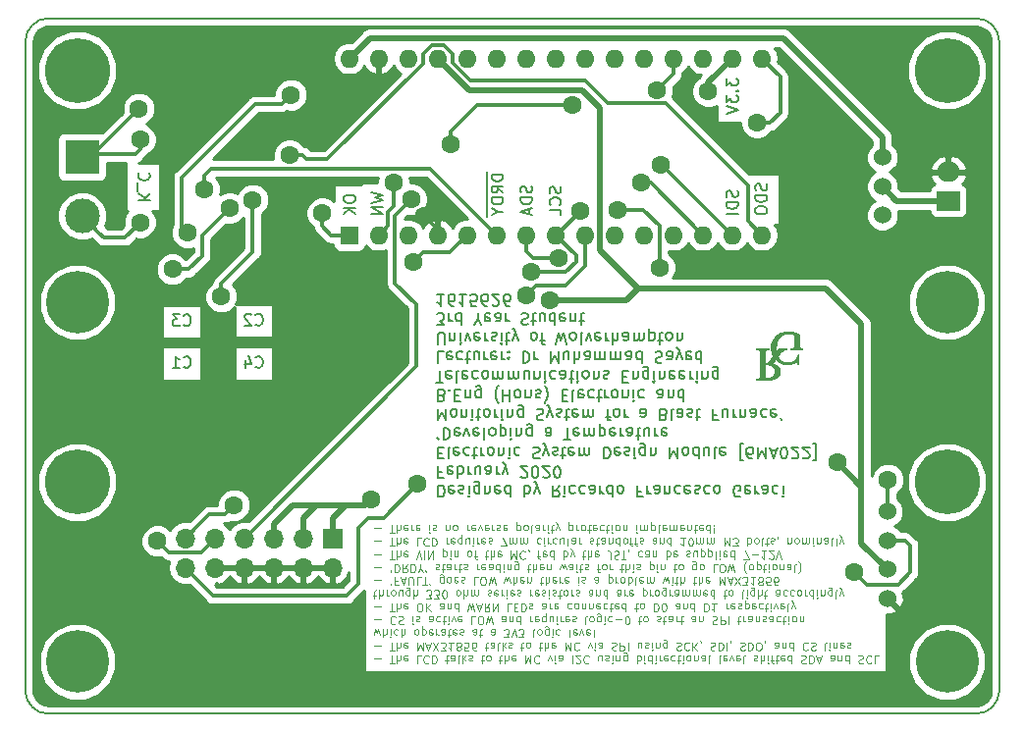
<source format=gbr>
%TF.GenerationSoftware,KiCad,Pcbnew,(5.0.0)*%
%TF.CreationDate,2020-03-11T12:46:03+00:00*%
%TF.ProjectId,Blast Furnace PCB,426C617374204675726E616365205043,rev?*%
%TF.SameCoordinates,Original*%
%TF.FileFunction,Copper,L2,Bot,Signal*%
%TF.FilePolarity,Positive*%
%FSLAX46Y46*%
G04 Gerber Fmt 4.6, Leading zero omitted, Abs format (unit mm)*
G04 Created by KiCad (PCBNEW (5.0.0)) date 03/11/20 12:46:03*
%MOMM*%
%LPD*%
G01*
G04 APERTURE LIST*
%ADD10C,0.150000*%
%ADD11C,0.075000*%
%ADD12C,0.010000*%
%ADD13O,1.700000X1.700000*%
%ADD14R,1.700000X1.700000*%
%ADD15C,1.524000*%
%ADD16C,5.600000*%
%ADD17C,5.400000*%
%ADD18R,1.600000X1.600000*%
%ADD19O,1.600000X1.600000*%
%ADD20C,3.000000*%
%ADD21R,3.000000X3.000000*%
%ADD22R,2.000000X1.700000*%
%ADD23O,2.000000X1.700000*%
%ADD24C,1.600000*%
%ADD25C,0.300000*%
%ADD26C,0.500000*%
%ADD27C,0.254000*%
G04 APERTURE END LIST*
D10*
X112685595Y-128897619D02*
X112685595Y-129897619D01*
X112923690Y-129897619D01*
X113066547Y-129850000D01*
X113161785Y-129754761D01*
X113209404Y-129659523D01*
X113257023Y-129469047D01*
X113257023Y-129326190D01*
X113209404Y-129135714D01*
X113161785Y-129040476D01*
X113066547Y-128945238D01*
X112923690Y-128897619D01*
X112685595Y-128897619D01*
X114066547Y-128945238D02*
X113971309Y-128897619D01*
X113780833Y-128897619D01*
X113685595Y-128945238D01*
X113637976Y-129040476D01*
X113637976Y-129421428D01*
X113685595Y-129516666D01*
X113780833Y-129564285D01*
X113971309Y-129564285D01*
X114066547Y-129516666D01*
X114114166Y-129421428D01*
X114114166Y-129326190D01*
X113637976Y-129230952D01*
X114495119Y-128945238D02*
X114590357Y-128897619D01*
X114780833Y-128897619D01*
X114876071Y-128945238D01*
X114923690Y-129040476D01*
X114923690Y-129088095D01*
X114876071Y-129183333D01*
X114780833Y-129230952D01*
X114637976Y-129230952D01*
X114542738Y-129278571D01*
X114495119Y-129373809D01*
X114495119Y-129421428D01*
X114542738Y-129516666D01*
X114637976Y-129564285D01*
X114780833Y-129564285D01*
X114876071Y-129516666D01*
X115352261Y-128897619D02*
X115352261Y-129564285D01*
X115352261Y-129897619D02*
X115304642Y-129850000D01*
X115352261Y-129802380D01*
X115399880Y-129850000D01*
X115352261Y-129897619D01*
X115352261Y-129802380D01*
X116257023Y-129564285D02*
X116257023Y-128754761D01*
X116209404Y-128659523D01*
X116161785Y-128611904D01*
X116066547Y-128564285D01*
X115923690Y-128564285D01*
X115828452Y-128611904D01*
X116257023Y-128945238D02*
X116161785Y-128897619D01*
X115971309Y-128897619D01*
X115876071Y-128945238D01*
X115828452Y-128992857D01*
X115780833Y-129088095D01*
X115780833Y-129373809D01*
X115828452Y-129469047D01*
X115876071Y-129516666D01*
X115971309Y-129564285D01*
X116161785Y-129564285D01*
X116257023Y-129516666D01*
X116733214Y-129564285D02*
X116733214Y-128897619D01*
X116733214Y-129469047D02*
X116780833Y-129516666D01*
X116876071Y-129564285D01*
X117018928Y-129564285D01*
X117114166Y-129516666D01*
X117161785Y-129421428D01*
X117161785Y-128897619D01*
X118018928Y-128945238D02*
X117923690Y-128897619D01*
X117733214Y-128897619D01*
X117637976Y-128945238D01*
X117590357Y-129040476D01*
X117590357Y-129421428D01*
X117637976Y-129516666D01*
X117733214Y-129564285D01*
X117923690Y-129564285D01*
X118018928Y-129516666D01*
X118066547Y-129421428D01*
X118066547Y-129326190D01*
X117590357Y-129230952D01*
X118923690Y-128897619D02*
X118923690Y-129897619D01*
X118923690Y-128945238D02*
X118828452Y-128897619D01*
X118637976Y-128897619D01*
X118542738Y-128945238D01*
X118495119Y-128992857D01*
X118447500Y-129088095D01*
X118447500Y-129373809D01*
X118495119Y-129469047D01*
X118542738Y-129516666D01*
X118637976Y-129564285D01*
X118828452Y-129564285D01*
X118923690Y-129516666D01*
X120161785Y-128897619D02*
X120161785Y-129897619D01*
X120161785Y-129516666D02*
X120257023Y-129564285D01*
X120447500Y-129564285D01*
X120542738Y-129516666D01*
X120590357Y-129469047D01*
X120637976Y-129373809D01*
X120637976Y-129088095D01*
X120590357Y-128992857D01*
X120542738Y-128945238D01*
X120447500Y-128897619D01*
X120257023Y-128897619D01*
X120161785Y-128945238D01*
X120971309Y-129564285D02*
X121209404Y-128897619D01*
X121447500Y-129564285D02*
X121209404Y-128897619D01*
X121114166Y-128659523D01*
X121066547Y-128611904D01*
X120971309Y-128564285D01*
X123161785Y-128897619D02*
X122828452Y-129373809D01*
X122590357Y-128897619D02*
X122590357Y-129897619D01*
X122971309Y-129897619D01*
X123066547Y-129850000D01*
X123114166Y-129802380D01*
X123161785Y-129707142D01*
X123161785Y-129564285D01*
X123114166Y-129469047D01*
X123066547Y-129421428D01*
X122971309Y-129373809D01*
X122590357Y-129373809D01*
X123590357Y-128897619D02*
X123590357Y-129564285D01*
X123590357Y-129897619D02*
X123542738Y-129850000D01*
X123590357Y-129802380D01*
X123637976Y-129850000D01*
X123590357Y-129897619D01*
X123590357Y-129802380D01*
X124495119Y-128945238D02*
X124399880Y-128897619D01*
X124209404Y-128897619D01*
X124114166Y-128945238D01*
X124066547Y-128992857D01*
X124018928Y-129088095D01*
X124018928Y-129373809D01*
X124066547Y-129469047D01*
X124114166Y-129516666D01*
X124209404Y-129564285D01*
X124399880Y-129564285D01*
X124495119Y-129516666D01*
X125352261Y-128945238D02*
X125257023Y-128897619D01*
X125066547Y-128897619D01*
X124971309Y-128945238D01*
X124923690Y-128992857D01*
X124876071Y-129088095D01*
X124876071Y-129373809D01*
X124923690Y-129469047D01*
X124971309Y-129516666D01*
X125066547Y-129564285D01*
X125257023Y-129564285D01*
X125352261Y-129516666D01*
X126209404Y-128897619D02*
X126209404Y-129421428D01*
X126161785Y-129516666D01*
X126066547Y-129564285D01*
X125876071Y-129564285D01*
X125780833Y-129516666D01*
X126209404Y-128945238D02*
X126114166Y-128897619D01*
X125876071Y-128897619D01*
X125780833Y-128945238D01*
X125733214Y-129040476D01*
X125733214Y-129135714D01*
X125780833Y-129230952D01*
X125876071Y-129278571D01*
X126114166Y-129278571D01*
X126209404Y-129326190D01*
X126685595Y-128897619D02*
X126685595Y-129564285D01*
X126685595Y-129373809D02*
X126733214Y-129469047D01*
X126780833Y-129516666D01*
X126876071Y-129564285D01*
X126971309Y-129564285D01*
X127733214Y-128897619D02*
X127733214Y-129897619D01*
X127733214Y-128945238D02*
X127637976Y-128897619D01*
X127447500Y-128897619D01*
X127352261Y-128945238D01*
X127304642Y-128992857D01*
X127257023Y-129088095D01*
X127257023Y-129373809D01*
X127304642Y-129469047D01*
X127352261Y-129516666D01*
X127447500Y-129564285D01*
X127637976Y-129564285D01*
X127733214Y-129516666D01*
X128352261Y-128897619D02*
X128257023Y-128945238D01*
X128209404Y-128992857D01*
X128161785Y-129088095D01*
X128161785Y-129373809D01*
X128209404Y-129469047D01*
X128257023Y-129516666D01*
X128352261Y-129564285D01*
X128495119Y-129564285D01*
X128590357Y-129516666D01*
X128637976Y-129469047D01*
X128685595Y-129373809D01*
X128685595Y-129088095D01*
X128637976Y-128992857D01*
X128590357Y-128945238D01*
X128495119Y-128897619D01*
X128352261Y-128897619D01*
X130209404Y-129421428D02*
X129876071Y-129421428D01*
X129876071Y-128897619D02*
X129876071Y-129897619D01*
X130352261Y-129897619D01*
X130733214Y-128897619D02*
X130733214Y-129564285D01*
X130733214Y-129373809D02*
X130780833Y-129469047D01*
X130828452Y-129516666D01*
X130923690Y-129564285D01*
X131018928Y-129564285D01*
X131780833Y-128897619D02*
X131780833Y-129421428D01*
X131733214Y-129516666D01*
X131637976Y-129564285D01*
X131447500Y-129564285D01*
X131352261Y-129516666D01*
X131780833Y-128945238D02*
X131685595Y-128897619D01*
X131447500Y-128897619D01*
X131352261Y-128945238D01*
X131304642Y-129040476D01*
X131304642Y-129135714D01*
X131352261Y-129230952D01*
X131447500Y-129278571D01*
X131685595Y-129278571D01*
X131780833Y-129326190D01*
X132257023Y-129564285D02*
X132257023Y-128897619D01*
X132257023Y-129469047D02*
X132304642Y-129516666D01*
X132399880Y-129564285D01*
X132542738Y-129564285D01*
X132637976Y-129516666D01*
X132685595Y-129421428D01*
X132685595Y-128897619D01*
X133590357Y-128945238D02*
X133495119Y-128897619D01*
X133304642Y-128897619D01*
X133209404Y-128945238D01*
X133161785Y-128992857D01*
X133114166Y-129088095D01*
X133114166Y-129373809D01*
X133161785Y-129469047D01*
X133209404Y-129516666D01*
X133304642Y-129564285D01*
X133495119Y-129564285D01*
X133590357Y-129516666D01*
X134399880Y-128945238D02*
X134304642Y-128897619D01*
X134114166Y-128897619D01*
X134018928Y-128945238D01*
X133971309Y-129040476D01*
X133971309Y-129421428D01*
X134018928Y-129516666D01*
X134114166Y-129564285D01*
X134304642Y-129564285D01*
X134399880Y-129516666D01*
X134447500Y-129421428D01*
X134447500Y-129326190D01*
X133971309Y-129230952D01*
X134828452Y-128945238D02*
X134923690Y-128897619D01*
X135114166Y-128897619D01*
X135209404Y-128945238D01*
X135257023Y-129040476D01*
X135257023Y-129088095D01*
X135209404Y-129183333D01*
X135114166Y-129230952D01*
X134971309Y-129230952D01*
X134876071Y-129278571D01*
X134828452Y-129373809D01*
X134828452Y-129421428D01*
X134876071Y-129516666D01*
X134971309Y-129564285D01*
X135114166Y-129564285D01*
X135209404Y-129516666D01*
X136114166Y-128945238D02*
X136018928Y-128897619D01*
X135828452Y-128897619D01*
X135733214Y-128945238D01*
X135685595Y-128992857D01*
X135637976Y-129088095D01*
X135637976Y-129373809D01*
X135685595Y-129469047D01*
X135733214Y-129516666D01*
X135828452Y-129564285D01*
X136018928Y-129564285D01*
X136114166Y-129516666D01*
X136685595Y-128897619D02*
X136590357Y-128945238D01*
X136542738Y-128992857D01*
X136495119Y-129088095D01*
X136495119Y-129373809D01*
X136542738Y-129469047D01*
X136590357Y-129516666D01*
X136685595Y-129564285D01*
X136828452Y-129564285D01*
X136923690Y-129516666D01*
X136971309Y-129469047D01*
X137018928Y-129373809D01*
X137018928Y-129088095D01*
X136971309Y-128992857D01*
X136923690Y-128945238D01*
X136828452Y-128897619D01*
X136685595Y-128897619D01*
X138733214Y-129850000D02*
X138637976Y-129897619D01*
X138495119Y-129897619D01*
X138352261Y-129850000D01*
X138257023Y-129754761D01*
X138209404Y-129659523D01*
X138161785Y-129469047D01*
X138161785Y-129326190D01*
X138209404Y-129135714D01*
X138257023Y-129040476D01*
X138352261Y-128945238D01*
X138495119Y-128897619D01*
X138590357Y-128897619D01*
X138733214Y-128945238D01*
X138780833Y-128992857D01*
X138780833Y-129326190D01*
X138590357Y-129326190D01*
X139590357Y-128945238D02*
X139495119Y-128897619D01*
X139304642Y-128897619D01*
X139209404Y-128945238D01*
X139161785Y-129040476D01*
X139161785Y-129421428D01*
X139209404Y-129516666D01*
X139304642Y-129564285D01*
X139495119Y-129564285D01*
X139590357Y-129516666D01*
X139637976Y-129421428D01*
X139637976Y-129326190D01*
X139161785Y-129230952D01*
X140066547Y-128897619D02*
X140066547Y-129564285D01*
X140066547Y-129373809D02*
X140114166Y-129469047D01*
X140161785Y-129516666D01*
X140257023Y-129564285D01*
X140352261Y-129564285D01*
X141114166Y-128897619D02*
X141114166Y-129421428D01*
X141066547Y-129516666D01*
X140971309Y-129564285D01*
X140780833Y-129564285D01*
X140685595Y-129516666D01*
X141114166Y-128945238D02*
X141018928Y-128897619D01*
X140780833Y-128897619D01*
X140685595Y-128945238D01*
X140637976Y-129040476D01*
X140637976Y-129135714D01*
X140685595Y-129230952D01*
X140780833Y-129278571D01*
X141018928Y-129278571D01*
X141114166Y-129326190D01*
X142018928Y-128945238D02*
X141923690Y-128897619D01*
X141733214Y-128897619D01*
X141637976Y-128945238D01*
X141590357Y-128992857D01*
X141542738Y-129088095D01*
X141542738Y-129373809D01*
X141590357Y-129469047D01*
X141637976Y-129516666D01*
X141733214Y-129564285D01*
X141923690Y-129564285D01*
X142018928Y-129516666D01*
X142447500Y-128897619D02*
X142447500Y-129564285D01*
X142447500Y-129897619D02*
X142399880Y-129850000D01*
X142447500Y-129802380D01*
X142495119Y-129850000D01*
X142447500Y-129897619D01*
X142447500Y-129802380D01*
X113018928Y-127771428D02*
X112685595Y-127771428D01*
X112685595Y-127247619D02*
X112685595Y-128247619D01*
X113161785Y-128247619D01*
X113923690Y-127295238D02*
X113828452Y-127247619D01*
X113637976Y-127247619D01*
X113542738Y-127295238D01*
X113495119Y-127390476D01*
X113495119Y-127771428D01*
X113542738Y-127866666D01*
X113637976Y-127914285D01*
X113828452Y-127914285D01*
X113923690Y-127866666D01*
X113971309Y-127771428D01*
X113971309Y-127676190D01*
X113495119Y-127580952D01*
X114399880Y-127247619D02*
X114399880Y-128247619D01*
X114399880Y-127866666D02*
X114495119Y-127914285D01*
X114685595Y-127914285D01*
X114780833Y-127866666D01*
X114828452Y-127819047D01*
X114876071Y-127723809D01*
X114876071Y-127438095D01*
X114828452Y-127342857D01*
X114780833Y-127295238D01*
X114685595Y-127247619D01*
X114495119Y-127247619D01*
X114399880Y-127295238D01*
X115304642Y-127247619D02*
X115304642Y-127914285D01*
X115304642Y-127723809D02*
X115352261Y-127819047D01*
X115399880Y-127866666D01*
X115495119Y-127914285D01*
X115590357Y-127914285D01*
X116352261Y-127914285D02*
X116352261Y-127247619D01*
X115923690Y-127914285D02*
X115923690Y-127390476D01*
X115971309Y-127295238D01*
X116066547Y-127247619D01*
X116209404Y-127247619D01*
X116304642Y-127295238D01*
X116352261Y-127342857D01*
X117257023Y-127247619D02*
X117257023Y-127771428D01*
X117209404Y-127866666D01*
X117114166Y-127914285D01*
X116923690Y-127914285D01*
X116828452Y-127866666D01*
X117257023Y-127295238D02*
X117161785Y-127247619D01*
X116923690Y-127247619D01*
X116828452Y-127295238D01*
X116780833Y-127390476D01*
X116780833Y-127485714D01*
X116828452Y-127580952D01*
X116923690Y-127628571D01*
X117161785Y-127628571D01*
X117257023Y-127676190D01*
X117733214Y-127247619D02*
X117733214Y-127914285D01*
X117733214Y-127723809D02*
X117780833Y-127819047D01*
X117828452Y-127866666D01*
X117923690Y-127914285D01*
X118018928Y-127914285D01*
X118257023Y-127914285D02*
X118495119Y-127247619D01*
X118733214Y-127914285D02*
X118495119Y-127247619D01*
X118399880Y-127009523D01*
X118352261Y-126961904D01*
X118257023Y-126914285D01*
X119828452Y-128152380D02*
X119876071Y-128200000D01*
X119971309Y-128247619D01*
X120209404Y-128247619D01*
X120304642Y-128200000D01*
X120352261Y-128152380D01*
X120399880Y-128057142D01*
X120399880Y-127961904D01*
X120352261Y-127819047D01*
X119780833Y-127247619D01*
X120399880Y-127247619D01*
X121018928Y-128247619D02*
X121114166Y-128247619D01*
X121209404Y-128200000D01*
X121257023Y-128152380D01*
X121304642Y-128057142D01*
X121352261Y-127866666D01*
X121352261Y-127628571D01*
X121304642Y-127438095D01*
X121257023Y-127342857D01*
X121209404Y-127295238D01*
X121114166Y-127247619D01*
X121018928Y-127247619D01*
X120923690Y-127295238D01*
X120876071Y-127342857D01*
X120828452Y-127438095D01*
X120780833Y-127628571D01*
X120780833Y-127866666D01*
X120828452Y-128057142D01*
X120876071Y-128152380D01*
X120923690Y-128200000D01*
X121018928Y-128247619D01*
X121733214Y-128152380D02*
X121780833Y-128200000D01*
X121876071Y-128247619D01*
X122114166Y-128247619D01*
X122209404Y-128200000D01*
X122257023Y-128152380D01*
X122304642Y-128057142D01*
X122304642Y-127961904D01*
X122257023Y-127819047D01*
X121685595Y-127247619D01*
X122304642Y-127247619D01*
X122923690Y-128247619D02*
X123018928Y-128247619D01*
X123114166Y-128200000D01*
X123161785Y-128152380D01*
X123209404Y-128057142D01*
X123257023Y-127866666D01*
X123257023Y-127628571D01*
X123209404Y-127438095D01*
X123161785Y-127342857D01*
X123114166Y-127295238D01*
X123018928Y-127247619D01*
X122923690Y-127247619D01*
X122828452Y-127295238D01*
X122780833Y-127342857D01*
X122733214Y-127438095D01*
X122685595Y-127628571D01*
X122685595Y-127866666D01*
X122733214Y-128057142D01*
X122780833Y-128152380D01*
X122828452Y-128200000D01*
X122923690Y-128247619D01*
X112685595Y-126121428D02*
X113018928Y-126121428D01*
X113161785Y-125597619D02*
X112685595Y-125597619D01*
X112685595Y-126597619D01*
X113161785Y-126597619D01*
X113733214Y-125597619D02*
X113637976Y-125645238D01*
X113590357Y-125740476D01*
X113590357Y-126597619D01*
X114495119Y-125645238D02*
X114399880Y-125597619D01*
X114209404Y-125597619D01*
X114114166Y-125645238D01*
X114066547Y-125740476D01*
X114066547Y-126121428D01*
X114114166Y-126216666D01*
X114209404Y-126264285D01*
X114399880Y-126264285D01*
X114495119Y-126216666D01*
X114542738Y-126121428D01*
X114542738Y-126026190D01*
X114066547Y-125930952D01*
X115399880Y-125645238D02*
X115304642Y-125597619D01*
X115114166Y-125597619D01*
X115018928Y-125645238D01*
X114971309Y-125692857D01*
X114923690Y-125788095D01*
X114923690Y-126073809D01*
X114971309Y-126169047D01*
X115018928Y-126216666D01*
X115114166Y-126264285D01*
X115304642Y-126264285D01*
X115399880Y-126216666D01*
X115685595Y-126264285D02*
X116066547Y-126264285D01*
X115828452Y-126597619D02*
X115828452Y-125740476D01*
X115876071Y-125645238D01*
X115971309Y-125597619D01*
X116066547Y-125597619D01*
X116399880Y-125597619D02*
X116399880Y-126264285D01*
X116399880Y-126073809D02*
X116447500Y-126169047D01*
X116495119Y-126216666D01*
X116590357Y-126264285D01*
X116685595Y-126264285D01*
X117161785Y-125597619D02*
X117066547Y-125645238D01*
X117018928Y-125692857D01*
X116971309Y-125788095D01*
X116971309Y-126073809D01*
X117018928Y-126169047D01*
X117066547Y-126216666D01*
X117161785Y-126264285D01*
X117304642Y-126264285D01*
X117399880Y-126216666D01*
X117447500Y-126169047D01*
X117495119Y-126073809D01*
X117495119Y-125788095D01*
X117447500Y-125692857D01*
X117399880Y-125645238D01*
X117304642Y-125597619D01*
X117161785Y-125597619D01*
X117923690Y-126264285D02*
X117923690Y-125597619D01*
X117923690Y-126169047D02*
X117971309Y-126216666D01*
X118066547Y-126264285D01*
X118209404Y-126264285D01*
X118304642Y-126216666D01*
X118352261Y-126121428D01*
X118352261Y-125597619D01*
X118828452Y-125597619D02*
X118828452Y-126264285D01*
X118828452Y-126597619D02*
X118780833Y-126550000D01*
X118828452Y-126502380D01*
X118876071Y-126550000D01*
X118828452Y-126597619D01*
X118828452Y-126502380D01*
X119733214Y-125645238D02*
X119637976Y-125597619D01*
X119447500Y-125597619D01*
X119352261Y-125645238D01*
X119304642Y-125692857D01*
X119257023Y-125788095D01*
X119257023Y-126073809D01*
X119304642Y-126169047D01*
X119352261Y-126216666D01*
X119447500Y-126264285D01*
X119637976Y-126264285D01*
X119733214Y-126216666D01*
X120876071Y-125645238D02*
X121018928Y-125597619D01*
X121257023Y-125597619D01*
X121352261Y-125645238D01*
X121399880Y-125692857D01*
X121447500Y-125788095D01*
X121447500Y-125883333D01*
X121399880Y-125978571D01*
X121352261Y-126026190D01*
X121257023Y-126073809D01*
X121066547Y-126121428D01*
X120971309Y-126169047D01*
X120923690Y-126216666D01*
X120876071Y-126311904D01*
X120876071Y-126407142D01*
X120923690Y-126502380D01*
X120971309Y-126550000D01*
X121066547Y-126597619D01*
X121304642Y-126597619D01*
X121447500Y-126550000D01*
X121780833Y-126264285D02*
X122018928Y-125597619D01*
X122257023Y-126264285D02*
X122018928Y-125597619D01*
X121923690Y-125359523D01*
X121876071Y-125311904D01*
X121780833Y-125264285D01*
X122590357Y-125645238D02*
X122685595Y-125597619D01*
X122876071Y-125597619D01*
X122971309Y-125645238D01*
X123018928Y-125740476D01*
X123018928Y-125788095D01*
X122971309Y-125883333D01*
X122876071Y-125930952D01*
X122733214Y-125930952D01*
X122637976Y-125978571D01*
X122590357Y-126073809D01*
X122590357Y-126121428D01*
X122637976Y-126216666D01*
X122733214Y-126264285D01*
X122876071Y-126264285D01*
X122971309Y-126216666D01*
X123304642Y-126264285D02*
X123685595Y-126264285D01*
X123447500Y-126597619D02*
X123447500Y-125740476D01*
X123495119Y-125645238D01*
X123590357Y-125597619D01*
X123685595Y-125597619D01*
X124399880Y-125645238D02*
X124304642Y-125597619D01*
X124114166Y-125597619D01*
X124018928Y-125645238D01*
X123971309Y-125740476D01*
X123971309Y-126121428D01*
X124018928Y-126216666D01*
X124114166Y-126264285D01*
X124304642Y-126264285D01*
X124399880Y-126216666D01*
X124447500Y-126121428D01*
X124447500Y-126026190D01*
X123971309Y-125930952D01*
X124876071Y-125597619D02*
X124876071Y-126264285D01*
X124876071Y-126169047D02*
X124923690Y-126216666D01*
X125018928Y-126264285D01*
X125161785Y-126264285D01*
X125257023Y-126216666D01*
X125304642Y-126121428D01*
X125304642Y-125597619D01*
X125304642Y-126121428D02*
X125352261Y-126216666D01*
X125447500Y-126264285D01*
X125590357Y-126264285D01*
X125685595Y-126216666D01*
X125733214Y-126121428D01*
X125733214Y-125597619D01*
X126971309Y-125597619D02*
X126971309Y-126597619D01*
X127209404Y-126597619D01*
X127352261Y-126550000D01*
X127447500Y-126454761D01*
X127495119Y-126359523D01*
X127542738Y-126169047D01*
X127542738Y-126026190D01*
X127495119Y-125835714D01*
X127447500Y-125740476D01*
X127352261Y-125645238D01*
X127209404Y-125597619D01*
X126971309Y-125597619D01*
X128352261Y-125645238D02*
X128257023Y-125597619D01*
X128066547Y-125597619D01*
X127971309Y-125645238D01*
X127923690Y-125740476D01*
X127923690Y-126121428D01*
X127971309Y-126216666D01*
X128066547Y-126264285D01*
X128257023Y-126264285D01*
X128352261Y-126216666D01*
X128399880Y-126121428D01*
X128399880Y-126026190D01*
X127923690Y-125930952D01*
X128780833Y-125645238D02*
X128876071Y-125597619D01*
X129066547Y-125597619D01*
X129161785Y-125645238D01*
X129209404Y-125740476D01*
X129209404Y-125788095D01*
X129161785Y-125883333D01*
X129066547Y-125930952D01*
X128923690Y-125930952D01*
X128828452Y-125978571D01*
X128780833Y-126073809D01*
X128780833Y-126121428D01*
X128828452Y-126216666D01*
X128923690Y-126264285D01*
X129066547Y-126264285D01*
X129161785Y-126216666D01*
X129637976Y-125597619D02*
X129637976Y-126264285D01*
X129637976Y-126597619D02*
X129590357Y-126550000D01*
X129637976Y-126502380D01*
X129685595Y-126550000D01*
X129637976Y-126597619D01*
X129637976Y-126502380D01*
X130542738Y-126264285D02*
X130542738Y-125454761D01*
X130495119Y-125359523D01*
X130447500Y-125311904D01*
X130352261Y-125264285D01*
X130209404Y-125264285D01*
X130114166Y-125311904D01*
X130542738Y-125645238D02*
X130447500Y-125597619D01*
X130257023Y-125597619D01*
X130161785Y-125645238D01*
X130114166Y-125692857D01*
X130066547Y-125788095D01*
X130066547Y-126073809D01*
X130114166Y-126169047D01*
X130161785Y-126216666D01*
X130257023Y-126264285D01*
X130447500Y-126264285D01*
X130542738Y-126216666D01*
X131018928Y-126264285D02*
X131018928Y-125597619D01*
X131018928Y-126169047D02*
X131066547Y-126216666D01*
X131161785Y-126264285D01*
X131304642Y-126264285D01*
X131399880Y-126216666D01*
X131447500Y-126121428D01*
X131447500Y-125597619D01*
X132685595Y-125597619D02*
X132685595Y-126597619D01*
X133018928Y-125883333D01*
X133352261Y-126597619D01*
X133352261Y-125597619D01*
X133971309Y-125597619D02*
X133876071Y-125645238D01*
X133828452Y-125692857D01*
X133780833Y-125788095D01*
X133780833Y-126073809D01*
X133828452Y-126169047D01*
X133876071Y-126216666D01*
X133971309Y-126264285D01*
X134114166Y-126264285D01*
X134209404Y-126216666D01*
X134257023Y-126169047D01*
X134304642Y-126073809D01*
X134304642Y-125788095D01*
X134257023Y-125692857D01*
X134209404Y-125645238D01*
X134114166Y-125597619D01*
X133971309Y-125597619D01*
X135161785Y-125597619D02*
X135161785Y-126597619D01*
X135161785Y-125645238D02*
X135066547Y-125597619D01*
X134876071Y-125597619D01*
X134780833Y-125645238D01*
X134733214Y-125692857D01*
X134685595Y-125788095D01*
X134685595Y-126073809D01*
X134733214Y-126169047D01*
X134780833Y-126216666D01*
X134876071Y-126264285D01*
X135066547Y-126264285D01*
X135161785Y-126216666D01*
X136066547Y-126264285D02*
X136066547Y-125597619D01*
X135637976Y-126264285D02*
X135637976Y-125740476D01*
X135685595Y-125645238D01*
X135780833Y-125597619D01*
X135923690Y-125597619D01*
X136018928Y-125645238D01*
X136066547Y-125692857D01*
X136685595Y-125597619D02*
X136590357Y-125645238D01*
X136542738Y-125740476D01*
X136542738Y-126597619D01*
X137447500Y-125645238D02*
X137352261Y-125597619D01*
X137161785Y-125597619D01*
X137066547Y-125645238D01*
X137018928Y-125740476D01*
X137018928Y-126121428D01*
X137066547Y-126216666D01*
X137161785Y-126264285D01*
X137352261Y-126264285D01*
X137447500Y-126216666D01*
X137495119Y-126121428D01*
X137495119Y-126026190D01*
X137018928Y-125930952D01*
X138971309Y-125264285D02*
X138733214Y-125264285D01*
X138733214Y-126692857D01*
X138971309Y-126692857D01*
X139780833Y-126597619D02*
X139590357Y-126597619D01*
X139495119Y-126550000D01*
X139447500Y-126502380D01*
X139352261Y-126359523D01*
X139304642Y-126169047D01*
X139304642Y-125788095D01*
X139352261Y-125692857D01*
X139399880Y-125645238D01*
X139495119Y-125597619D01*
X139685595Y-125597619D01*
X139780833Y-125645238D01*
X139828452Y-125692857D01*
X139876071Y-125788095D01*
X139876071Y-126026190D01*
X139828452Y-126121428D01*
X139780833Y-126169047D01*
X139685595Y-126216666D01*
X139495119Y-126216666D01*
X139399880Y-126169047D01*
X139352261Y-126121428D01*
X139304642Y-126026190D01*
X140304642Y-125597619D02*
X140304642Y-126597619D01*
X140637976Y-125883333D01*
X140971309Y-126597619D01*
X140971309Y-125597619D01*
X141399880Y-125883333D02*
X141876071Y-125883333D01*
X141304642Y-125597619D02*
X141637976Y-126597619D01*
X141971309Y-125597619D01*
X142495119Y-126597619D02*
X142590357Y-126597619D01*
X142685595Y-126550000D01*
X142733214Y-126502380D01*
X142780833Y-126407142D01*
X142828452Y-126216666D01*
X142828452Y-125978571D01*
X142780833Y-125788095D01*
X142733214Y-125692857D01*
X142685595Y-125645238D01*
X142590357Y-125597619D01*
X142495119Y-125597619D01*
X142399880Y-125645238D01*
X142352261Y-125692857D01*
X142304642Y-125788095D01*
X142257023Y-125978571D01*
X142257023Y-126216666D01*
X142304642Y-126407142D01*
X142352261Y-126502380D01*
X142399880Y-126550000D01*
X142495119Y-126597619D01*
X143209404Y-126502380D02*
X143257023Y-126550000D01*
X143352261Y-126597619D01*
X143590357Y-126597619D01*
X143685595Y-126550000D01*
X143733214Y-126502380D01*
X143780833Y-126407142D01*
X143780833Y-126311904D01*
X143733214Y-126169047D01*
X143161785Y-125597619D01*
X143780833Y-125597619D01*
X144161785Y-126502380D02*
X144209404Y-126550000D01*
X144304642Y-126597619D01*
X144542738Y-126597619D01*
X144637976Y-126550000D01*
X144685595Y-126502380D01*
X144733214Y-126407142D01*
X144733214Y-126311904D01*
X144685595Y-126169047D01*
X144114166Y-125597619D01*
X144733214Y-125597619D01*
X145066547Y-125264285D02*
X145304642Y-125264285D01*
X145304642Y-126692857D01*
X145066547Y-126692857D01*
X112733214Y-124947619D02*
X112637976Y-124757142D01*
X113161785Y-123947619D02*
X113161785Y-124947619D01*
X113399880Y-124947619D01*
X113542738Y-124900000D01*
X113637976Y-124804761D01*
X113685595Y-124709523D01*
X113733214Y-124519047D01*
X113733214Y-124376190D01*
X113685595Y-124185714D01*
X113637976Y-124090476D01*
X113542738Y-123995238D01*
X113399880Y-123947619D01*
X113161785Y-123947619D01*
X114542738Y-123995238D02*
X114447500Y-123947619D01*
X114257023Y-123947619D01*
X114161785Y-123995238D01*
X114114166Y-124090476D01*
X114114166Y-124471428D01*
X114161785Y-124566666D01*
X114257023Y-124614285D01*
X114447500Y-124614285D01*
X114542738Y-124566666D01*
X114590357Y-124471428D01*
X114590357Y-124376190D01*
X114114166Y-124280952D01*
X114923690Y-124614285D02*
X115161785Y-123947619D01*
X115399880Y-124614285D01*
X116161785Y-123995238D02*
X116066547Y-123947619D01*
X115876071Y-123947619D01*
X115780833Y-123995238D01*
X115733214Y-124090476D01*
X115733214Y-124471428D01*
X115780833Y-124566666D01*
X115876071Y-124614285D01*
X116066547Y-124614285D01*
X116161785Y-124566666D01*
X116209404Y-124471428D01*
X116209404Y-124376190D01*
X115733214Y-124280952D01*
X116780833Y-123947619D02*
X116685595Y-123995238D01*
X116637976Y-124090476D01*
X116637976Y-124947619D01*
X117304642Y-123947619D02*
X117209404Y-123995238D01*
X117161785Y-124042857D01*
X117114166Y-124138095D01*
X117114166Y-124423809D01*
X117161785Y-124519047D01*
X117209404Y-124566666D01*
X117304642Y-124614285D01*
X117447500Y-124614285D01*
X117542738Y-124566666D01*
X117590357Y-124519047D01*
X117637976Y-124423809D01*
X117637976Y-124138095D01*
X117590357Y-124042857D01*
X117542738Y-123995238D01*
X117447500Y-123947619D01*
X117304642Y-123947619D01*
X118066547Y-124614285D02*
X118066547Y-123614285D01*
X118066547Y-124566666D02*
X118161785Y-124614285D01*
X118352261Y-124614285D01*
X118447500Y-124566666D01*
X118495119Y-124519047D01*
X118542738Y-124423809D01*
X118542738Y-124138095D01*
X118495119Y-124042857D01*
X118447500Y-123995238D01*
X118352261Y-123947619D01*
X118161785Y-123947619D01*
X118066547Y-123995238D01*
X118971309Y-123947619D02*
X118971309Y-124614285D01*
X118971309Y-124947619D02*
X118923690Y-124900000D01*
X118971309Y-124852380D01*
X119018928Y-124900000D01*
X118971309Y-124947619D01*
X118971309Y-124852380D01*
X119447500Y-124614285D02*
X119447500Y-123947619D01*
X119447500Y-124519047D02*
X119495119Y-124566666D01*
X119590357Y-124614285D01*
X119733214Y-124614285D01*
X119828452Y-124566666D01*
X119876071Y-124471428D01*
X119876071Y-123947619D01*
X120780833Y-124614285D02*
X120780833Y-123804761D01*
X120733214Y-123709523D01*
X120685595Y-123661904D01*
X120590357Y-123614285D01*
X120447500Y-123614285D01*
X120352261Y-123661904D01*
X120780833Y-123995238D02*
X120685595Y-123947619D01*
X120495119Y-123947619D01*
X120399880Y-123995238D01*
X120352261Y-124042857D01*
X120304642Y-124138095D01*
X120304642Y-124423809D01*
X120352261Y-124519047D01*
X120399880Y-124566666D01*
X120495119Y-124614285D01*
X120685595Y-124614285D01*
X120780833Y-124566666D01*
X122447500Y-123947619D02*
X122447500Y-124471428D01*
X122399880Y-124566666D01*
X122304642Y-124614285D01*
X122114166Y-124614285D01*
X122018928Y-124566666D01*
X122447500Y-123995238D02*
X122352261Y-123947619D01*
X122114166Y-123947619D01*
X122018928Y-123995238D01*
X121971309Y-124090476D01*
X121971309Y-124185714D01*
X122018928Y-124280952D01*
X122114166Y-124328571D01*
X122352261Y-124328571D01*
X122447500Y-124376190D01*
X123542738Y-124947619D02*
X124114166Y-124947619D01*
X123828452Y-123947619D02*
X123828452Y-124947619D01*
X124828452Y-123995238D02*
X124733214Y-123947619D01*
X124542738Y-123947619D01*
X124447500Y-123995238D01*
X124399880Y-124090476D01*
X124399880Y-124471428D01*
X124447500Y-124566666D01*
X124542738Y-124614285D01*
X124733214Y-124614285D01*
X124828452Y-124566666D01*
X124876071Y-124471428D01*
X124876071Y-124376190D01*
X124399880Y-124280952D01*
X125304642Y-123947619D02*
X125304642Y-124614285D01*
X125304642Y-124519047D02*
X125352261Y-124566666D01*
X125447500Y-124614285D01*
X125590357Y-124614285D01*
X125685595Y-124566666D01*
X125733214Y-124471428D01*
X125733214Y-123947619D01*
X125733214Y-124471428D02*
X125780833Y-124566666D01*
X125876071Y-124614285D01*
X126018928Y-124614285D01*
X126114166Y-124566666D01*
X126161785Y-124471428D01*
X126161785Y-123947619D01*
X126637976Y-124614285D02*
X126637976Y-123614285D01*
X126637976Y-124566666D02*
X126733214Y-124614285D01*
X126923690Y-124614285D01*
X127018928Y-124566666D01*
X127066547Y-124519047D01*
X127114166Y-124423809D01*
X127114166Y-124138095D01*
X127066547Y-124042857D01*
X127018928Y-123995238D01*
X126923690Y-123947619D01*
X126733214Y-123947619D01*
X126637976Y-123995238D01*
X127923690Y-123995238D02*
X127828452Y-123947619D01*
X127637976Y-123947619D01*
X127542738Y-123995238D01*
X127495119Y-124090476D01*
X127495119Y-124471428D01*
X127542738Y-124566666D01*
X127637976Y-124614285D01*
X127828452Y-124614285D01*
X127923690Y-124566666D01*
X127971309Y-124471428D01*
X127971309Y-124376190D01*
X127495119Y-124280952D01*
X128399880Y-123947619D02*
X128399880Y-124614285D01*
X128399880Y-124423809D02*
X128447500Y-124519047D01*
X128495119Y-124566666D01*
X128590357Y-124614285D01*
X128685595Y-124614285D01*
X129447500Y-123947619D02*
X129447500Y-124471428D01*
X129399880Y-124566666D01*
X129304642Y-124614285D01*
X129114166Y-124614285D01*
X129018928Y-124566666D01*
X129447500Y-123995238D02*
X129352261Y-123947619D01*
X129114166Y-123947619D01*
X129018928Y-123995238D01*
X128971309Y-124090476D01*
X128971309Y-124185714D01*
X129018928Y-124280952D01*
X129114166Y-124328571D01*
X129352261Y-124328571D01*
X129447500Y-124376190D01*
X129780833Y-124614285D02*
X130161785Y-124614285D01*
X129923690Y-124947619D02*
X129923690Y-124090476D01*
X129971309Y-123995238D01*
X130066547Y-123947619D01*
X130161785Y-123947619D01*
X130923690Y-124614285D02*
X130923690Y-123947619D01*
X130495119Y-124614285D02*
X130495119Y-124090476D01*
X130542738Y-123995238D01*
X130637976Y-123947619D01*
X130780833Y-123947619D01*
X130876071Y-123995238D01*
X130923690Y-124042857D01*
X131399880Y-123947619D02*
X131399880Y-124614285D01*
X131399880Y-124423809D02*
X131447500Y-124519047D01*
X131495119Y-124566666D01*
X131590357Y-124614285D01*
X131685595Y-124614285D01*
X132399880Y-123995238D02*
X132304642Y-123947619D01*
X132114166Y-123947619D01*
X132018928Y-123995238D01*
X131971309Y-124090476D01*
X131971309Y-124471428D01*
X132018928Y-124566666D01*
X132114166Y-124614285D01*
X132304642Y-124614285D01*
X132399880Y-124566666D01*
X132447500Y-124471428D01*
X132447500Y-124376190D01*
X131971309Y-124280952D01*
X112685595Y-122297619D02*
X112685595Y-123297619D01*
X113018928Y-122583333D01*
X113352261Y-123297619D01*
X113352261Y-122297619D01*
X113971309Y-122297619D02*
X113876071Y-122345238D01*
X113828452Y-122392857D01*
X113780833Y-122488095D01*
X113780833Y-122773809D01*
X113828452Y-122869047D01*
X113876071Y-122916666D01*
X113971309Y-122964285D01*
X114114166Y-122964285D01*
X114209404Y-122916666D01*
X114257023Y-122869047D01*
X114304642Y-122773809D01*
X114304642Y-122488095D01*
X114257023Y-122392857D01*
X114209404Y-122345238D01*
X114114166Y-122297619D01*
X113971309Y-122297619D01*
X114733214Y-122964285D02*
X114733214Y-122297619D01*
X114733214Y-122869047D02*
X114780833Y-122916666D01*
X114876071Y-122964285D01*
X115018928Y-122964285D01*
X115114166Y-122916666D01*
X115161785Y-122821428D01*
X115161785Y-122297619D01*
X115637976Y-122297619D02*
X115637976Y-122964285D01*
X115637976Y-123297619D02*
X115590357Y-123250000D01*
X115637976Y-123202380D01*
X115685595Y-123250000D01*
X115637976Y-123297619D01*
X115637976Y-123202380D01*
X115971309Y-122964285D02*
X116352261Y-122964285D01*
X116114166Y-123297619D02*
X116114166Y-122440476D01*
X116161785Y-122345238D01*
X116257023Y-122297619D01*
X116352261Y-122297619D01*
X116828452Y-122297619D02*
X116733214Y-122345238D01*
X116685595Y-122392857D01*
X116637976Y-122488095D01*
X116637976Y-122773809D01*
X116685595Y-122869047D01*
X116733214Y-122916666D01*
X116828452Y-122964285D01*
X116971309Y-122964285D01*
X117066547Y-122916666D01*
X117114166Y-122869047D01*
X117161785Y-122773809D01*
X117161785Y-122488095D01*
X117114166Y-122392857D01*
X117066547Y-122345238D01*
X116971309Y-122297619D01*
X116828452Y-122297619D01*
X117590357Y-122297619D02*
X117590357Y-122964285D01*
X117590357Y-122773809D02*
X117637976Y-122869047D01*
X117685595Y-122916666D01*
X117780833Y-122964285D01*
X117876071Y-122964285D01*
X118209404Y-122297619D02*
X118209404Y-122964285D01*
X118209404Y-123297619D02*
X118161785Y-123250000D01*
X118209404Y-123202380D01*
X118257023Y-123250000D01*
X118209404Y-123297619D01*
X118209404Y-123202380D01*
X118685595Y-122964285D02*
X118685595Y-122297619D01*
X118685595Y-122869047D02*
X118733214Y-122916666D01*
X118828452Y-122964285D01*
X118971309Y-122964285D01*
X119066547Y-122916666D01*
X119114166Y-122821428D01*
X119114166Y-122297619D01*
X120018928Y-122964285D02*
X120018928Y-122154761D01*
X119971309Y-122059523D01*
X119923690Y-122011904D01*
X119828452Y-121964285D01*
X119685595Y-121964285D01*
X119590357Y-122011904D01*
X120018928Y-122345238D02*
X119923690Y-122297619D01*
X119733214Y-122297619D01*
X119637976Y-122345238D01*
X119590357Y-122392857D01*
X119542738Y-122488095D01*
X119542738Y-122773809D01*
X119590357Y-122869047D01*
X119637976Y-122916666D01*
X119733214Y-122964285D01*
X119923690Y-122964285D01*
X120018928Y-122916666D01*
X121209404Y-122345238D02*
X121352261Y-122297619D01*
X121590357Y-122297619D01*
X121685595Y-122345238D01*
X121733214Y-122392857D01*
X121780833Y-122488095D01*
X121780833Y-122583333D01*
X121733214Y-122678571D01*
X121685595Y-122726190D01*
X121590357Y-122773809D01*
X121399880Y-122821428D01*
X121304642Y-122869047D01*
X121257023Y-122916666D01*
X121209404Y-123011904D01*
X121209404Y-123107142D01*
X121257023Y-123202380D01*
X121304642Y-123250000D01*
X121399880Y-123297619D01*
X121637976Y-123297619D01*
X121780833Y-123250000D01*
X122114166Y-122964285D02*
X122352261Y-122297619D01*
X122590357Y-122964285D02*
X122352261Y-122297619D01*
X122257023Y-122059523D01*
X122209404Y-122011904D01*
X122114166Y-121964285D01*
X122923690Y-122345238D02*
X123018928Y-122297619D01*
X123209404Y-122297619D01*
X123304642Y-122345238D01*
X123352261Y-122440476D01*
X123352261Y-122488095D01*
X123304642Y-122583333D01*
X123209404Y-122630952D01*
X123066547Y-122630952D01*
X122971309Y-122678571D01*
X122923690Y-122773809D01*
X122923690Y-122821428D01*
X122971309Y-122916666D01*
X123066547Y-122964285D01*
X123209404Y-122964285D01*
X123304642Y-122916666D01*
X123637976Y-122964285D02*
X124018928Y-122964285D01*
X123780833Y-123297619D02*
X123780833Y-122440476D01*
X123828452Y-122345238D01*
X123923690Y-122297619D01*
X124018928Y-122297619D01*
X124733214Y-122345238D02*
X124637976Y-122297619D01*
X124447499Y-122297619D01*
X124352261Y-122345238D01*
X124304642Y-122440476D01*
X124304642Y-122821428D01*
X124352261Y-122916666D01*
X124447499Y-122964285D01*
X124637976Y-122964285D01*
X124733214Y-122916666D01*
X124780833Y-122821428D01*
X124780833Y-122726190D01*
X124304642Y-122630952D01*
X125209404Y-122297619D02*
X125209404Y-122964285D01*
X125209404Y-122869047D02*
X125257023Y-122916666D01*
X125352261Y-122964285D01*
X125495119Y-122964285D01*
X125590357Y-122916666D01*
X125637976Y-122821428D01*
X125637976Y-122297619D01*
X125637976Y-122821428D02*
X125685595Y-122916666D01*
X125780833Y-122964285D01*
X125923690Y-122964285D01*
X126018928Y-122916666D01*
X126066547Y-122821428D01*
X126066547Y-122297619D01*
X127161785Y-122964285D02*
X127542738Y-122964285D01*
X127304642Y-122297619D02*
X127304642Y-123154761D01*
X127352261Y-123250000D01*
X127447499Y-123297619D01*
X127542738Y-123297619D01*
X128018928Y-122297619D02*
X127923690Y-122345238D01*
X127876071Y-122392857D01*
X127828452Y-122488095D01*
X127828452Y-122773809D01*
X127876071Y-122869047D01*
X127923690Y-122916666D01*
X128018928Y-122964285D01*
X128161785Y-122964285D01*
X128257023Y-122916666D01*
X128304642Y-122869047D01*
X128352261Y-122773809D01*
X128352261Y-122488095D01*
X128304642Y-122392857D01*
X128257023Y-122345238D01*
X128161785Y-122297619D01*
X128018928Y-122297619D01*
X128780833Y-122297619D02*
X128780833Y-122964285D01*
X128780833Y-122773809D02*
X128828452Y-122869047D01*
X128876071Y-122916666D01*
X128971309Y-122964285D01*
X129066547Y-122964285D01*
X130590357Y-122297619D02*
X130590357Y-122821428D01*
X130542738Y-122916666D01*
X130447499Y-122964285D01*
X130257023Y-122964285D01*
X130161785Y-122916666D01*
X130590357Y-122345238D02*
X130495119Y-122297619D01*
X130257023Y-122297619D01*
X130161785Y-122345238D01*
X130114166Y-122440476D01*
X130114166Y-122535714D01*
X130161785Y-122630952D01*
X130257023Y-122678571D01*
X130495119Y-122678571D01*
X130590357Y-122726190D01*
X132161785Y-122821428D02*
X132304642Y-122773809D01*
X132352261Y-122726190D01*
X132399880Y-122630952D01*
X132399880Y-122488095D01*
X132352261Y-122392857D01*
X132304642Y-122345238D01*
X132209404Y-122297619D01*
X131828452Y-122297619D01*
X131828452Y-123297619D01*
X132161785Y-123297619D01*
X132257023Y-123250000D01*
X132304642Y-123202380D01*
X132352261Y-123107142D01*
X132352261Y-123011904D01*
X132304642Y-122916666D01*
X132257023Y-122869047D01*
X132161785Y-122821428D01*
X131828452Y-122821428D01*
X132971309Y-122297619D02*
X132876071Y-122345238D01*
X132828452Y-122440476D01*
X132828452Y-123297619D01*
X133780833Y-122297619D02*
X133780833Y-122821428D01*
X133733214Y-122916666D01*
X133637976Y-122964285D01*
X133447499Y-122964285D01*
X133352261Y-122916666D01*
X133780833Y-122345238D02*
X133685595Y-122297619D01*
X133447499Y-122297619D01*
X133352261Y-122345238D01*
X133304642Y-122440476D01*
X133304642Y-122535714D01*
X133352261Y-122630952D01*
X133447499Y-122678571D01*
X133685595Y-122678571D01*
X133780833Y-122726190D01*
X134209404Y-122345238D02*
X134304642Y-122297619D01*
X134495119Y-122297619D01*
X134590357Y-122345238D01*
X134637976Y-122440476D01*
X134637976Y-122488095D01*
X134590357Y-122583333D01*
X134495119Y-122630952D01*
X134352261Y-122630952D01*
X134257023Y-122678571D01*
X134209404Y-122773809D01*
X134209404Y-122821428D01*
X134257023Y-122916666D01*
X134352261Y-122964285D01*
X134495119Y-122964285D01*
X134590357Y-122916666D01*
X134923690Y-122964285D02*
X135304642Y-122964285D01*
X135066547Y-123297619D02*
X135066547Y-122440476D01*
X135114166Y-122345238D01*
X135209404Y-122297619D01*
X135304642Y-122297619D01*
X136733214Y-122821428D02*
X136399880Y-122821428D01*
X136399880Y-122297619D02*
X136399880Y-123297619D01*
X136876071Y-123297619D01*
X137685595Y-122964285D02*
X137685595Y-122297619D01*
X137257023Y-122964285D02*
X137257023Y-122440476D01*
X137304642Y-122345238D01*
X137399880Y-122297619D01*
X137542738Y-122297619D01*
X137637976Y-122345238D01*
X137685595Y-122392857D01*
X138161785Y-122297619D02*
X138161785Y-122964285D01*
X138161785Y-122773809D02*
X138209404Y-122869047D01*
X138257023Y-122916666D01*
X138352261Y-122964285D01*
X138447500Y-122964285D01*
X138780833Y-122964285D02*
X138780833Y-122297619D01*
X138780833Y-122869047D02*
X138828452Y-122916666D01*
X138923690Y-122964285D01*
X139066547Y-122964285D01*
X139161785Y-122916666D01*
X139209404Y-122821428D01*
X139209404Y-122297619D01*
X140114166Y-122297619D02*
X140114166Y-122821428D01*
X140066547Y-122916666D01*
X139971309Y-122964285D01*
X139780833Y-122964285D01*
X139685595Y-122916666D01*
X140114166Y-122345238D02*
X140018928Y-122297619D01*
X139780833Y-122297619D01*
X139685595Y-122345238D01*
X139637976Y-122440476D01*
X139637976Y-122535714D01*
X139685595Y-122630952D01*
X139780833Y-122678571D01*
X140018928Y-122678571D01*
X140114166Y-122726190D01*
X141018928Y-122345238D02*
X140923690Y-122297619D01*
X140733214Y-122297619D01*
X140637976Y-122345238D01*
X140590357Y-122392857D01*
X140542738Y-122488095D01*
X140542738Y-122773809D01*
X140590357Y-122869047D01*
X140637976Y-122916666D01*
X140733214Y-122964285D01*
X140923690Y-122964285D01*
X141018928Y-122916666D01*
X141828452Y-122345238D02*
X141733214Y-122297619D01*
X141542738Y-122297619D01*
X141447500Y-122345238D01*
X141399880Y-122440476D01*
X141399880Y-122821428D01*
X141447500Y-122916666D01*
X141542738Y-122964285D01*
X141733214Y-122964285D01*
X141828452Y-122916666D01*
X141876071Y-122821428D01*
X141876071Y-122726190D01*
X141399880Y-122630952D01*
X142352261Y-123297619D02*
X142257023Y-123107142D01*
X113018928Y-121171428D02*
X113161785Y-121123809D01*
X113209404Y-121076190D01*
X113257023Y-120980952D01*
X113257023Y-120838095D01*
X113209404Y-120742857D01*
X113161785Y-120695238D01*
X113066547Y-120647619D01*
X112685595Y-120647619D01*
X112685595Y-121647619D01*
X113018928Y-121647619D01*
X113114166Y-121600000D01*
X113161785Y-121552380D01*
X113209404Y-121457142D01*
X113209404Y-121361904D01*
X113161785Y-121266666D01*
X113114166Y-121219047D01*
X113018928Y-121171428D01*
X112685595Y-121171428D01*
X113685595Y-120742857D02*
X113733214Y-120695238D01*
X113685595Y-120647619D01*
X113637976Y-120695238D01*
X113685595Y-120742857D01*
X113685595Y-120647619D01*
X114161785Y-121171428D02*
X114495119Y-121171428D01*
X114637976Y-120647619D02*
X114161785Y-120647619D01*
X114161785Y-121647619D01*
X114637976Y-121647619D01*
X115066547Y-121314285D02*
X115066547Y-120647619D01*
X115066547Y-121219047D02*
X115114166Y-121266666D01*
X115209404Y-121314285D01*
X115352261Y-121314285D01*
X115447500Y-121266666D01*
X115495119Y-121171428D01*
X115495119Y-120647619D01*
X116399880Y-121314285D02*
X116399880Y-120504761D01*
X116352261Y-120409523D01*
X116304642Y-120361904D01*
X116209404Y-120314285D01*
X116066547Y-120314285D01*
X115971309Y-120361904D01*
X116399880Y-120695238D02*
X116304642Y-120647619D01*
X116114166Y-120647619D01*
X116018928Y-120695238D01*
X115971309Y-120742857D01*
X115923690Y-120838095D01*
X115923690Y-121123809D01*
X115971309Y-121219047D01*
X116018928Y-121266666D01*
X116114166Y-121314285D01*
X116304642Y-121314285D01*
X116399880Y-121266666D01*
X117923690Y-120266666D02*
X117876071Y-120314285D01*
X117780833Y-120457142D01*
X117733214Y-120552380D01*
X117685595Y-120695238D01*
X117637976Y-120933333D01*
X117637976Y-121123809D01*
X117685595Y-121361904D01*
X117733214Y-121504761D01*
X117780833Y-121600000D01*
X117876071Y-121742857D01*
X117923690Y-121790476D01*
X118304642Y-120647619D02*
X118304642Y-121647619D01*
X118304642Y-121171428D02*
X118876071Y-121171428D01*
X118876071Y-120647619D02*
X118876071Y-121647619D01*
X119495119Y-120647619D02*
X119399880Y-120695238D01*
X119352261Y-120742857D01*
X119304642Y-120838095D01*
X119304642Y-121123809D01*
X119352261Y-121219047D01*
X119399880Y-121266666D01*
X119495119Y-121314285D01*
X119637976Y-121314285D01*
X119733214Y-121266666D01*
X119780833Y-121219047D01*
X119828452Y-121123809D01*
X119828452Y-120838095D01*
X119780833Y-120742857D01*
X119733214Y-120695238D01*
X119637976Y-120647619D01*
X119495119Y-120647619D01*
X120257023Y-121314285D02*
X120257023Y-120647619D01*
X120257023Y-121219047D02*
X120304642Y-121266666D01*
X120399880Y-121314285D01*
X120542738Y-121314285D01*
X120637976Y-121266666D01*
X120685595Y-121171428D01*
X120685595Y-120647619D01*
X121114166Y-120695238D02*
X121209404Y-120647619D01*
X121399880Y-120647619D01*
X121495119Y-120695238D01*
X121542738Y-120790476D01*
X121542738Y-120838095D01*
X121495119Y-120933333D01*
X121399880Y-120980952D01*
X121257023Y-120980952D01*
X121161785Y-121028571D01*
X121114166Y-121123809D01*
X121114166Y-121171428D01*
X121161785Y-121266666D01*
X121257023Y-121314285D01*
X121399880Y-121314285D01*
X121495119Y-121266666D01*
X121876071Y-120266666D02*
X121923690Y-120314285D01*
X122018928Y-120457142D01*
X122066547Y-120552380D01*
X122114166Y-120695238D01*
X122161785Y-120933333D01*
X122161785Y-121123809D01*
X122114166Y-121361904D01*
X122066547Y-121504761D01*
X122018928Y-121600000D01*
X121923690Y-121742857D01*
X121876071Y-121790476D01*
X123399880Y-121171428D02*
X123733214Y-121171428D01*
X123876071Y-120647619D02*
X123399880Y-120647619D01*
X123399880Y-121647619D01*
X123876071Y-121647619D01*
X124447500Y-120647619D02*
X124352261Y-120695238D01*
X124304642Y-120790476D01*
X124304642Y-121647619D01*
X125209404Y-120695238D02*
X125114166Y-120647619D01*
X124923690Y-120647619D01*
X124828452Y-120695238D01*
X124780833Y-120790476D01*
X124780833Y-121171428D01*
X124828452Y-121266666D01*
X124923690Y-121314285D01*
X125114166Y-121314285D01*
X125209404Y-121266666D01*
X125257023Y-121171428D01*
X125257023Y-121076190D01*
X124780833Y-120980952D01*
X126114166Y-120695238D02*
X126018928Y-120647619D01*
X125828452Y-120647619D01*
X125733214Y-120695238D01*
X125685595Y-120742857D01*
X125637976Y-120838095D01*
X125637976Y-121123809D01*
X125685595Y-121219047D01*
X125733214Y-121266666D01*
X125828452Y-121314285D01*
X126018928Y-121314285D01*
X126114166Y-121266666D01*
X126399880Y-121314285D02*
X126780833Y-121314285D01*
X126542738Y-121647619D02*
X126542738Y-120790476D01*
X126590357Y-120695238D01*
X126685595Y-120647619D01*
X126780833Y-120647619D01*
X127114166Y-120647619D02*
X127114166Y-121314285D01*
X127114166Y-121123809D02*
X127161785Y-121219047D01*
X127209404Y-121266666D01*
X127304642Y-121314285D01*
X127399880Y-121314285D01*
X127876071Y-120647619D02*
X127780833Y-120695238D01*
X127733214Y-120742857D01*
X127685595Y-120838095D01*
X127685595Y-121123809D01*
X127733214Y-121219047D01*
X127780833Y-121266666D01*
X127876071Y-121314285D01*
X128018928Y-121314285D01*
X128114166Y-121266666D01*
X128161785Y-121219047D01*
X128209404Y-121123809D01*
X128209404Y-120838095D01*
X128161785Y-120742857D01*
X128114166Y-120695238D01*
X128018928Y-120647619D01*
X127876071Y-120647619D01*
X128637976Y-121314285D02*
X128637976Y-120647619D01*
X128637976Y-121219047D02*
X128685595Y-121266666D01*
X128780833Y-121314285D01*
X128923690Y-121314285D01*
X129018928Y-121266666D01*
X129066547Y-121171428D01*
X129066547Y-120647619D01*
X129542738Y-120647619D02*
X129542738Y-121314285D01*
X129542738Y-121647619D02*
X129495119Y-121600000D01*
X129542738Y-121552380D01*
X129590357Y-121600000D01*
X129542738Y-121647619D01*
X129542738Y-121552380D01*
X130447500Y-120695238D02*
X130352261Y-120647619D01*
X130161785Y-120647619D01*
X130066547Y-120695238D01*
X130018928Y-120742857D01*
X129971309Y-120838095D01*
X129971309Y-121123809D01*
X130018928Y-121219047D01*
X130066547Y-121266666D01*
X130161785Y-121314285D01*
X130352261Y-121314285D01*
X130447500Y-121266666D01*
X132066547Y-120647619D02*
X132066547Y-121171428D01*
X132018928Y-121266666D01*
X131923690Y-121314285D01*
X131733214Y-121314285D01*
X131637976Y-121266666D01*
X132066547Y-120695238D02*
X131971309Y-120647619D01*
X131733214Y-120647619D01*
X131637976Y-120695238D01*
X131590357Y-120790476D01*
X131590357Y-120885714D01*
X131637976Y-120980952D01*
X131733214Y-121028571D01*
X131971309Y-121028571D01*
X132066547Y-121076190D01*
X132542738Y-121314285D02*
X132542738Y-120647619D01*
X132542738Y-121219047D02*
X132590357Y-121266666D01*
X132685595Y-121314285D01*
X132828452Y-121314285D01*
X132923690Y-121266666D01*
X132971309Y-121171428D01*
X132971309Y-120647619D01*
X133876071Y-120647619D02*
X133876071Y-121647619D01*
X133876071Y-120695238D02*
X133780833Y-120647619D01*
X133590357Y-120647619D01*
X133495119Y-120695238D01*
X133447500Y-120742857D01*
X133399880Y-120838095D01*
X133399880Y-121123809D01*
X133447500Y-121219047D01*
X133495119Y-121266666D01*
X133590357Y-121314285D01*
X133780833Y-121314285D01*
X133876071Y-121266666D01*
X112542738Y-119997619D02*
X113114166Y-119997619D01*
X112828452Y-118997619D02*
X112828452Y-119997619D01*
X113828452Y-119045238D02*
X113733214Y-118997619D01*
X113542738Y-118997619D01*
X113447500Y-119045238D01*
X113399880Y-119140476D01*
X113399880Y-119521428D01*
X113447500Y-119616666D01*
X113542738Y-119664285D01*
X113733214Y-119664285D01*
X113828452Y-119616666D01*
X113876071Y-119521428D01*
X113876071Y-119426190D01*
X113399880Y-119330952D01*
X114447500Y-118997619D02*
X114352261Y-119045238D01*
X114304642Y-119140476D01*
X114304642Y-119997619D01*
X115209404Y-119045238D02*
X115114166Y-118997619D01*
X114923690Y-118997619D01*
X114828452Y-119045238D01*
X114780833Y-119140476D01*
X114780833Y-119521428D01*
X114828452Y-119616666D01*
X114923690Y-119664285D01*
X115114166Y-119664285D01*
X115209404Y-119616666D01*
X115257023Y-119521428D01*
X115257023Y-119426190D01*
X114780833Y-119330952D01*
X116114166Y-119045238D02*
X116018928Y-118997619D01*
X115828452Y-118997619D01*
X115733214Y-119045238D01*
X115685595Y-119092857D01*
X115637976Y-119188095D01*
X115637976Y-119473809D01*
X115685595Y-119569047D01*
X115733214Y-119616666D01*
X115828452Y-119664285D01*
X116018928Y-119664285D01*
X116114166Y-119616666D01*
X116685595Y-118997619D02*
X116590357Y-119045238D01*
X116542738Y-119092857D01*
X116495119Y-119188095D01*
X116495119Y-119473809D01*
X116542738Y-119569047D01*
X116590357Y-119616666D01*
X116685595Y-119664285D01*
X116828452Y-119664285D01*
X116923690Y-119616666D01*
X116971309Y-119569047D01*
X117018928Y-119473809D01*
X117018928Y-119188095D01*
X116971309Y-119092857D01*
X116923690Y-119045238D01*
X116828452Y-118997619D01*
X116685595Y-118997619D01*
X117447500Y-118997619D02*
X117447500Y-119664285D01*
X117447500Y-119569047D02*
X117495119Y-119616666D01*
X117590357Y-119664285D01*
X117733214Y-119664285D01*
X117828452Y-119616666D01*
X117876071Y-119521428D01*
X117876071Y-118997619D01*
X117876071Y-119521428D02*
X117923690Y-119616666D01*
X118018928Y-119664285D01*
X118161785Y-119664285D01*
X118257023Y-119616666D01*
X118304642Y-119521428D01*
X118304642Y-118997619D01*
X118780833Y-118997619D02*
X118780833Y-119664285D01*
X118780833Y-119569047D02*
X118828452Y-119616666D01*
X118923690Y-119664285D01*
X119066547Y-119664285D01*
X119161785Y-119616666D01*
X119209404Y-119521428D01*
X119209404Y-118997619D01*
X119209404Y-119521428D02*
X119257023Y-119616666D01*
X119352261Y-119664285D01*
X119495119Y-119664285D01*
X119590357Y-119616666D01*
X119637976Y-119521428D01*
X119637976Y-118997619D01*
X120542738Y-119664285D02*
X120542738Y-118997619D01*
X120114166Y-119664285D02*
X120114166Y-119140476D01*
X120161785Y-119045238D01*
X120257023Y-118997619D01*
X120399880Y-118997619D01*
X120495119Y-119045238D01*
X120542738Y-119092857D01*
X121018928Y-119664285D02*
X121018928Y-118997619D01*
X121018928Y-119569047D02*
X121066547Y-119616666D01*
X121161785Y-119664285D01*
X121304642Y-119664285D01*
X121399880Y-119616666D01*
X121447499Y-119521428D01*
X121447499Y-118997619D01*
X121923690Y-118997619D02*
X121923690Y-119664285D01*
X121923690Y-119997619D02*
X121876071Y-119950000D01*
X121923690Y-119902380D01*
X121971309Y-119950000D01*
X121923690Y-119997619D01*
X121923690Y-119902380D01*
X122828452Y-119045238D02*
X122733214Y-118997619D01*
X122542738Y-118997619D01*
X122447499Y-119045238D01*
X122399880Y-119092857D01*
X122352261Y-119188095D01*
X122352261Y-119473809D01*
X122399880Y-119569047D01*
X122447499Y-119616666D01*
X122542738Y-119664285D01*
X122733214Y-119664285D01*
X122828452Y-119616666D01*
X123685595Y-118997619D02*
X123685595Y-119521428D01*
X123637976Y-119616666D01*
X123542738Y-119664285D01*
X123352261Y-119664285D01*
X123257023Y-119616666D01*
X123685595Y-119045238D02*
X123590357Y-118997619D01*
X123352261Y-118997619D01*
X123257023Y-119045238D01*
X123209404Y-119140476D01*
X123209404Y-119235714D01*
X123257023Y-119330952D01*
X123352261Y-119378571D01*
X123590357Y-119378571D01*
X123685595Y-119426190D01*
X124018928Y-119664285D02*
X124399880Y-119664285D01*
X124161785Y-119997619D02*
X124161785Y-119140476D01*
X124209404Y-119045238D01*
X124304642Y-118997619D01*
X124399880Y-118997619D01*
X124733214Y-118997619D02*
X124733214Y-119664285D01*
X124733214Y-119997619D02*
X124685595Y-119950000D01*
X124733214Y-119902380D01*
X124780833Y-119950000D01*
X124733214Y-119997619D01*
X124733214Y-119902380D01*
X125352261Y-118997619D02*
X125257023Y-119045238D01*
X125209404Y-119092857D01*
X125161785Y-119188095D01*
X125161785Y-119473809D01*
X125209404Y-119569047D01*
X125257023Y-119616666D01*
X125352261Y-119664285D01*
X125495119Y-119664285D01*
X125590357Y-119616666D01*
X125637976Y-119569047D01*
X125685595Y-119473809D01*
X125685595Y-119188095D01*
X125637976Y-119092857D01*
X125590357Y-119045238D01*
X125495119Y-118997619D01*
X125352261Y-118997619D01*
X126114166Y-119664285D02*
X126114166Y-118997619D01*
X126114166Y-119569047D02*
X126161785Y-119616666D01*
X126257023Y-119664285D01*
X126399880Y-119664285D01*
X126495119Y-119616666D01*
X126542738Y-119521428D01*
X126542738Y-118997619D01*
X126971309Y-119045238D02*
X127066547Y-118997619D01*
X127257023Y-118997619D01*
X127352261Y-119045238D01*
X127399880Y-119140476D01*
X127399880Y-119188095D01*
X127352261Y-119283333D01*
X127257023Y-119330952D01*
X127114166Y-119330952D01*
X127018928Y-119378571D01*
X126971309Y-119473809D01*
X126971309Y-119521428D01*
X127018928Y-119616666D01*
X127114166Y-119664285D01*
X127257023Y-119664285D01*
X127352261Y-119616666D01*
X128590357Y-119521428D02*
X128923690Y-119521428D01*
X129066547Y-118997619D02*
X128590357Y-118997619D01*
X128590357Y-119997619D01*
X129066547Y-119997619D01*
X129495119Y-119664285D02*
X129495119Y-118997619D01*
X129495119Y-119569047D02*
X129542738Y-119616666D01*
X129637976Y-119664285D01*
X129780833Y-119664285D01*
X129876071Y-119616666D01*
X129923690Y-119521428D01*
X129923690Y-118997619D01*
X130828452Y-119664285D02*
X130828452Y-118854761D01*
X130780833Y-118759523D01*
X130733214Y-118711904D01*
X130637976Y-118664285D01*
X130495119Y-118664285D01*
X130399880Y-118711904D01*
X130828452Y-119045238D02*
X130733214Y-118997619D01*
X130542738Y-118997619D01*
X130447499Y-119045238D01*
X130399880Y-119092857D01*
X130352261Y-119188095D01*
X130352261Y-119473809D01*
X130399880Y-119569047D01*
X130447499Y-119616666D01*
X130542738Y-119664285D01*
X130733214Y-119664285D01*
X130828452Y-119616666D01*
X131304642Y-118997619D02*
X131304642Y-119664285D01*
X131304642Y-119997619D02*
X131257023Y-119950000D01*
X131304642Y-119902380D01*
X131352261Y-119950000D01*
X131304642Y-119997619D01*
X131304642Y-119902380D01*
X131780833Y-119664285D02*
X131780833Y-118997619D01*
X131780833Y-119569047D02*
X131828452Y-119616666D01*
X131923690Y-119664285D01*
X132066547Y-119664285D01*
X132161785Y-119616666D01*
X132209404Y-119521428D01*
X132209404Y-118997619D01*
X133066547Y-119045238D02*
X132971309Y-118997619D01*
X132780833Y-118997619D01*
X132685595Y-119045238D01*
X132637976Y-119140476D01*
X132637976Y-119521428D01*
X132685595Y-119616666D01*
X132780833Y-119664285D01*
X132971309Y-119664285D01*
X133066547Y-119616666D01*
X133114166Y-119521428D01*
X133114166Y-119426190D01*
X132637976Y-119330952D01*
X133923690Y-119045238D02*
X133828452Y-118997619D01*
X133637976Y-118997619D01*
X133542738Y-119045238D01*
X133495119Y-119140476D01*
X133495119Y-119521428D01*
X133542738Y-119616666D01*
X133637976Y-119664285D01*
X133828452Y-119664285D01*
X133923690Y-119616666D01*
X133971309Y-119521428D01*
X133971309Y-119426190D01*
X133495119Y-119330952D01*
X134399880Y-118997619D02*
X134399880Y-119664285D01*
X134399880Y-119473809D02*
X134447500Y-119569047D01*
X134495119Y-119616666D01*
X134590357Y-119664285D01*
X134685595Y-119664285D01*
X135018928Y-118997619D02*
X135018928Y-119664285D01*
X135018928Y-119997619D02*
X134971309Y-119950000D01*
X135018928Y-119902380D01*
X135066547Y-119950000D01*
X135018928Y-119997619D01*
X135018928Y-119902380D01*
X135495119Y-119664285D02*
X135495119Y-118997619D01*
X135495119Y-119569047D02*
X135542738Y-119616666D01*
X135637976Y-119664285D01*
X135780833Y-119664285D01*
X135876071Y-119616666D01*
X135923690Y-119521428D01*
X135923690Y-118997619D01*
X136828452Y-119664285D02*
X136828452Y-118854761D01*
X136780833Y-118759523D01*
X136733214Y-118711904D01*
X136637976Y-118664285D01*
X136495119Y-118664285D01*
X136399880Y-118711904D01*
X136828452Y-119045238D02*
X136733214Y-118997619D01*
X136542738Y-118997619D01*
X136447500Y-119045238D01*
X136399880Y-119092857D01*
X136352261Y-119188095D01*
X136352261Y-119473809D01*
X136399880Y-119569047D01*
X136447500Y-119616666D01*
X136542738Y-119664285D01*
X136733214Y-119664285D01*
X136828452Y-119616666D01*
X113161785Y-117347619D02*
X112685595Y-117347619D01*
X112685595Y-118347619D01*
X113876071Y-117395238D02*
X113780833Y-117347619D01*
X113590357Y-117347619D01*
X113495119Y-117395238D01*
X113447500Y-117490476D01*
X113447500Y-117871428D01*
X113495119Y-117966666D01*
X113590357Y-118014285D01*
X113780833Y-118014285D01*
X113876071Y-117966666D01*
X113923690Y-117871428D01*
X113923690Y-117776190D01*
X113447500Y-117680952D01*
X114780833Y-117395238D02*
X114685595Y-117347619D01*
X114495119Y-117347619D01*
X114399880Y-117395238D01*
X114352261Y-117442857D01*
X114304642Y-117538095D01*
X114304642Y-117823809D01*
X114352261Y-117919047D01*
X114399880Y-117966666D01*
X114495119Y-118014285D01*
X114685595Y-118014285D01*
X114780833Y-117966666D01*
X115066547Y-118014285D02*
X115447500Y-118014285D01*
X115209404Y-118347619D02*
X115209404Y-117490476D01*
X115257023Y-117395238D01*
X115352261Y-117347619D01*
X115447500Y-117347619D01*
X116209404Y-118014285D02*
X116209404Y-117347619D01*
X115780833Y-118014285D02*
X115780833Y-117490476D01*
X115828452Y-117395238D01*
X115923690Y-117347619D01*
X116066547Y-117347619D01*
X116161785Y-117395238D01*
X116209404Y-117442857D01*
X116685595Y-117347619D02*
X116685595Y-118014285D01*
X116685595Y-117823809D02*
X116733214Y-117919047D01*
X116780833Y-117966666D01*
X116876071Y-118014285D01*
X116971309Y-118014285D01*
X117685595Y-117395238D02*
X117590357Y-117347619D01*
X117399880Y-117347619D01*
X117304642Y-117395238D01*
X117257023Y-117490476D01*
X117257023Y-117871428D01*
X117304642Y-117966666D01*
X117399880Y-118014285D01*
X117590357Y-118014285D01*
X117685595Y-117966666D01*
X117733214Y-117871428D01*
X117733214Y-117776190D01*
X117257023Y-117680952D01*
X118161785Y-117347619D02*
X118161785Y-118014285D01*
X118161785Y-117823809D02*
X118209404Y-117919047D01*
X118257023Y-117966666D01*
X118352261Y-118014285D01*
X118447500Y-118014285D01*
X118780833Y-117442857D02*
X118828452Y-117395238D01*
X118780833Y-117347619D01*
X118733214Y-117395238D01*
X118780833Y-117442857D01*
X118780833Y-117347619D01*
X118780833Y-117966666D02*
X118828452Y-117919047D01*
X118780833Y-117871428D01*
X118733214Y-117919047D01*
X118780833Y-117966666D01*
X118780833Y-117871428D01*
X120018928Y-117347619D02*
X120018928Y-118347619D01*
X120257023Y-118347619D01*
X120399880Y-118300000D01*
X120495119Y-118204761D01*
X120542738Y-118109523D01*
X120590357Y-117919047D01*
X120590357Y-117776190D01*
X120542738Y-117585714D01*
X120495119Y-117490476D01*
X120399880Y-117395238D01*
X120257023Y-117347619D01*
X120018928Y-117347619D01*
X121018928Y-117347619D02*
X121018928Y-118014285D01*
X121018928Y-117823809D02*
X121066547Y-117919047D01*
X121114166Y-117966666D01*
X121209404Y-118014285D01*
X121304642Y-118014285D01*
X122399880Y-117347619D02*
X122399880Y-118347619D01*
X122733214Y-117633333D01*
X123066547Y-118347619D01*
X123066547Y-117347619D01*
X123971309Y-118014285D02*
X123971309Y-117347619D01*
X123542738Y-118014285D02*
X123542738Y-117490476D01*
X123590357Y-117395238D01*
X123685595Y-117347619D01*
X123828452Y-117347619D01*
X123923690Y-117395238D01*
X123971309Y-117442857D01*
X124447500Y-117347619D02*
X124447500Y-118347619D01*
X124876071Y-117347619D02*
X124876071Y-117871428D01*
X124828452Y-117966666D01*
X124733214Y-118014285D01*
X124590357Y-118014285D01*
X124495119Y-117966666D01*
X124447500Y-117919047D01*
X125780833Y-117347619D02*
X125780833Y-117871428D01*
X125733214Y-117966666D01*
X125637976Y-118014285D01*
X125447500Y-118014285D01*
X125352261Y-117966666D01*
X125780833Y-117395238D02*
X125685595Y-117347619D01*
X125447500Y-117347619D01*
X125352261Y-117395238D01*
X125304642Y-117490476D01*
X125304642Y-117585714D01*
X125352261Y-117680952D01*
X125447500Y-117728571D01*
X125685595Y-117728571D01*
X125780833Y-117776190D01*
X126257023Y-117347619D02*
X126257023Y-118014285D01*
X126257023Y-117919047D02*
X126304642Y-117966666D01*
X126399880Y-118014285D01*
X126542738Y-118014285D01*
X126637976Y-117966666D01*
X126685595Y-117871428D01*
X126685595Y-117347619D01*
X126685595Y-117871428D02*
X126733214Y-117966666D01*
X126828452Y-118014285D01*
X126971309Y-118014285D01*
X127066547Y-117966666D01*
X127114166Y-117871428D01*
X127114166Y-117347619D01*
X127590357Y-117347619D02*
X127590357Y-118014285D01*
X127590357Y-117919047D02*
X127637976Y-117966666D01*
X127733214Y-118014285D01*
X127876071Y-118014285D01*
X127971309Y-117966666D01*
X128018928Y-117871428D01*
X128018928Y-117347619D01*
X128018928Y-117871428D02*
X128066547Y-117966666D01*
X128161785Y-118014285D01*
X128304642Y-118014285D01*
X128399880Y-117966666D01*
X128447500Y-117871428D01*
X128447500Y-117347619D01*
X129352261Y-117347619D02*
X129352261Y-117871428D01*
X129304642Y-117966666D01*
X129209404Y-118014285D01*
X129018928Y-118014285D01*
X128923690Y-117966666D01*
X129352261Y-117395238D02*
X129257023Y-117347619D01*
X129018928Y-117347619D01*
X128923690Y-117395238D01*
X128876071Y-117490476D01*
X128876071Y-117585714D01*
X128923690Y-117680952D01*
X129018928Y-117728571D01*
X129257023Y-117728571D01*
X129352261Y-117776190D01*
X130257023Y-117347619D02*
X130257023Y-118347619D01*
X130257023Y-117395238D02*
X130161785Y-117347619D01*
X129971309Y-117347619D01*
X129876071Y-117395238D01*
X129828452Y-117442857D01*
X129780833Y-117538095D01*
X129780833Y-117823809D01*
X129828452Y-117919047D01*
X129876071Y-117966666D01*
X129971309Y-118014285D01*
X130161785Y-118014285D01*
X130257023Y-117966666D01*
X131447500Y-117395238D02*
X131590357Y-117347619D01*
X131828452Y-117347619D01*
X131923690Y-117395238D01*
X131971309Y-117442857D01*
X132018928Y-117538095D01*
X132018928Y-117633333D01*
X131971309Y-117728571D01*
X131923690Y-117776190D01*
X131828452Y-117823809D01*
X131637976Y-117871428D01*
X131542738Y-117919047D01*
X131495119Y-117966666D01*
X131447500Y-118061904D01*
X131447500Y-118157142D01*
X131495119Y-118252380D01*
X131542738Y-118300000D01*
X131637976Y-118347619D01*
X131876071Y-118347619D01*
X132018928Y-118300000D01*
X132876071Y-117347619D02*
X132876071Y-117871428D01*
X132828452Y-117966666D01*
X132733214Y-118014285D01*
X132542738Y-118014285D01*
X132447500Y-117966666D01*
X132876071Y-117395238D02*
X132780833Y-117347619D01*
X132542738Y-117347619D01*
X132447500Y-117395238D01*
X132399880Y-117490476D01*
X132399880Y-117585714D01*
X132447500Y-117680952D01*
X132542738Y-117728571D01*
X132780833Y-117728571D01*
X132876071Y-117776190D01*
X133257023Y-118014285D02*
X133495119Y-117347619D01*
X133733214Y-118014285D02*
X133495119Y-117347619D01*
X133399880Y-117109523D01*
X133352261Y-117061904D01*
X133257023Y-117014285D01*
X134495119Y-117395238D02*
X134399880Y-117347619D01*
X134209404Y-117347619D01*
X134114166Y-117395238D01*
X134066547Y-117490476D01*
X134066547Y-117871428D01*
X134114166Y-117966666D01*
X134209404Y-118014285D01*
X134399880Y-118014285D01*
X134495119Y-117966666D01*
X134542738Y-117871428D01*
X134542738Y-117776190D01*
X134066547Y-117680952D01*
X135399880Y-117347619D02*
X135399880Y-118347619D01*
X135399880Y-117395238D02*
X135304642Y-117347619D01*
X135114166Y-117347619D01*
X135018928Y-117395238D01*
X134971309Y-117442857D01*
X134923690Y-117538095D01*
X134923690Y-117823809D01*
X134971309Y-117919047D01*
X135018928Y-117966666D01*
X135114166Y-118014285D01*
X135304642Y-118014285D01*
X135399880Y-117966666D01*
X112685595Y-116697619D02*
X112685595Y-115888095D01*
X112733214Y-115792857D01*
X112780833Y-115745238D01*
X112876071Y-115697619D01*
X113066547Y-115697619D01*
X113161785Y-115745238D01*
X113209404Y-115792857D01*
X113257023Y-115888095D01*
X113257023Y-116697619D01*
X113733214Y-116364285D02*
X113733214Y-115697619D01*
X113733214Y-116269047D02*
X113780833Y-116316666D01*
X113876071Y-116364285D01*
X114018928Y-116364285D01*
X114114166Y-116316666D01*
X114161785Y-116221428D01*
X114161785Y-115697619D01*
X114637976Y-115697619D02*
X114637976Y-116364285D01*
X114637976Y-116697619D02*
X114590357Y-116650000D01*
X114637976Y-116602380D01*
X114685595Y-116650000D01*
X114637976Y-116697619D01*
X114637976Y-116602380D01*
X115018928Y-116364285D02*
X115257023Y-115697619D01*
X115495119Y-116364285D01*
X116257023Y-115745238D02*
X116161785Y-115697619D01*
X115971309Y-115697619D01*
X115876071Y-115745238D01*
X115828452Y-115840476D01*
X115828452Y-116221428D01*
X115876071Y-116316666D01*
X115971309Y-116364285D01*
X116161785Y-116364285D01*
X116257023Y-116316666D01*
X116304642Y-116221428D01*
X116304642Y-116126190D01*
X115828452Y-116030952D01*
X116733214Y-115697619D02*
X116733214Y-116364285D01*
X116733214Y-116173809D02*
X116780833Y-116269047D01*
X116828452Y-116316666D01*
X116923690Y-116364285D01*
X117018928Y-116364285D01*
X117304642Y-115745238D02*
X117399880Y-115697619D01*
X117590357Y-115697619D01*
X117685595Y-115745238D01*
X117733214Y-115840476D01*
X117733214Y-115888095D01*
X117685595Y-115983333D01*
X117590357Y-116030952D01*
X117447500Y-116030952D01*
X117352261Y-116078571D01*
X117304642Y-116173809D01*
X117304642Y-116221428D01*
X117352261Y-116316666D01*
X117447500Y-116364285D01*
X117590357Y-116364285D01*
X117685595Y-116316666D01*
X118161785Y-115697619D02*
X118161785Y-116364285D01*
X118161785Y-116697619D02*
X118114166Y-116650000D01*
X118161785Y-116602380D01*
X118209404Y-116650000D01*
X118161785Y-116697619D01*
X118161785Y-116602380D01*
X118495119Y-116364285D02*
X118876071Y-116364285D01*
X118637976Y-116697619D02*
X118637976Y-115840476D01*
X118685595Y-115745238D01*
X118780833Y-115697619D01*
X118876071Y-115697619D01*
X119114166Y-116364285D02*
X119352261Y-115697619D01*
X119590357Y-116364285D02*
X119352261Y-115697619D01*
X119257023Y-115459523D01*
X119209404Y-115411904D01*
X119114166Y-115364285D01*
X120876071Y-115697619D02*
X120780833Y-115745238D01*
X120733214Y-115792857D01*
X120685595Y-115888095D01*
X120685595Y-116173809D01*
X120733214Y-116269047D01*
X120780833Y-116316666D01*
X120876071Y-116364285D01*
X121018928Y-116364285D01*
X121114166Y-116316666D01*
X121161785Y-116269047D01*
X121209404Y-116173809D01*
X121209404Y-115888095D01*
X121161785Y-115792857D01*
X121114166Y-115745238D01*
X121018928Y-115697619D01*
X120876071Y-115697619D01*
X121495119Y-116364285D02*
X121876071Y-116364285D01*
X121637976Y-115697619D02*
X121637976Y-116554761D01*
X121685595Y-116650000D01*
X121780833Y-116697619D01*
X121876071Y-116697619D01*
X122876071Y-116697619D02*
X123114166Y-115697619D01*
X123304642Y-116411904D01*
X123495119Y-115697619D01*
X123733214Y-116697619D01*
X124257023Y-115697619D02*
X124161785Y-115745238D01*
X124114166Y-115792857D01*
X124066547Y-115888095D01*
X124066547Y-116173809D01*
X124114166Y-116269047D01*
X124161785Y-116316666D01*
X124257023Y-116364285D01*
X124399880Y-116364285D01*
X124495119Y-116316666D01*
X124542738Y-116269047D01*
X124590357Y-116173809D01*
X124590357Y-115888095D01*
X124542738Y-115792857D01*
X124495119Y-115745238D01*
X124399880Y-115697619D01*
X124257023Y-115697619D01*
X125161785Y-115697619D02*
X125066547Y-115745238D01*
X125018928Y-115840476D01*
X125018928Y-116697619D01*
X125447500Y-116364285D02*
X125685595Y-115697619D01*
X125923690Y-116364285D01*
X126685595Y-115745238D02*
X126590357Y-115697619D01*
X126399880Y-115697619D01*
X126304642Y-115745238D01*
X126257023Y-115840476D01*
X126257023Y-116221428D01*
X126304642Y-116316666D01*
X126399880Y-116364285D01*
X126590357Y-116364285D01*
X126685595Y-116316666D01*
X126733214Y-116221428D01*
X126733214Y-116126190D01*
X126257023Y-116030952D01*
X127161785Y-115697619D02*
X127161785Y-116364285D01*
X127161785Y-116173809D02*
X127209404Y-116269047D01*
X127257023Y-116316666D01*
X127352261Y-116364285D01*
X127447500Y-116364285D01*
X127780833Y-115697619D02*
X127780833Y-116697619D01*
X128209404Y-115697619D02*
X128209404Y-116221428D01*
X128161785Y-116316666D01*
X128066547Y-116364285D01*
X127923690Y-116364285D01*
X127828452Y-116316666D01*
X127780833Y-116269047D01*
X129114166Y-115697619D02*
X129114166Y-116221428D01*
X129066547Y-116316666D01*
X128971309Y-116364285D01*
X128780833Y-116364285D01*
X128685595Y-116316666D01*
X129114166Y-115745238D02*
X129018928Y-115697619D01*
X128780833Y-115697619D01*
X128685595Y-115745238D01*
X128637976Y-115840476D01*
X128637976Y-115935714D01*
X128685595Y-116030952D01*
X128780833Y-116078571D01*
X129018928Y-116078571D01*
X129114166Y-116126190D01*
X129590357Y-115697619D02*
X129590357Y-116364285D01*
X129590357Y-116269047D02*
X129637976Y-116316666D01*
X129733214Y-116364285D01*
X129876071Y-116364285D01*
X129971309Y-116316666D01*
X130018928Y-116221428D01*
X130018928Y-115697619D01*
X130018928Y-116221428D02*
X130066547Y-116316666D01*
X130161785Y-116364285D01*
X130304642Y-116364285D01*
X130399880Y-116316666D01*
X130447500Y-116221428D01*
X130447500Y-115697619D01*
X130923690Y-116364285D02*
X130923690Y-115364285D01*
X130923690Y-116316666D02*
X131018928Y-116364285D01*
X131209404Y-116364285D01*
X131304642Y-116316666D01*
X131352261Y-116269047D01*
X131399880Y-116173809D01*
X131399880Y-115888095D01*
X131352261Y-115792857D01*
X131304642Y-115745238D01*
X131209404Y-115697619D01*
X131018928Y-115697619D01*
X130923690Y-115745238D01*
X131685595Y-116364285D02*
X132066547Y-116364285D01*
X131828452Y-116697619D02*
X131828452Y-115840476D01*
X131876071Y-115745238D01*
X131971309Y-115697619D01*
X132066547Y-115697619D01*
X132542738Y-115697619D02*
X132447500Y-115745238D01*
X132399880Y-115792857D01*
X132352261Y-115888095D01*
X132352261Y-116173809D01*
X132399880Y-116269047D01*
X132447500Y-116316666D01*
X132542738Y-116364285D01*
X132685595Y-116364285D01*
X132780833Y-116316666D01*
X132828452Y-116269047D01*
X132876071Y-116173809D01*
X132876071Y-115888095D01*
X132828452Y-115792857D01*
X132780833Y-115745238D01*
X132685595Y-115697619D01*
X132542738Y-115697619D01*
X133304642Y-116364285D02*
X133304642Y-115697619D01*
X133304642Y-116269047D02*
X133352261Y-116316666D01*
X133447500Y-116364285D01*
X133590357Y-116364285D01*
X133685595Y-116316666D01*
X133733214Y-116221428D01*
X133733214Y-115697619D01*
X112590357Y-115047619D02*
X113209404Y-115047619D01*
X112876071Y-114666666D01*
X113018928Y-114666666D01*
X113114166Y-114619047D01*
X113161785Y-114571428D01*
X113209404Y-114476190D01*
X113209404Y-114238095D01*
X113161785Y-114142857D01*
X113114166Y-114095238D01*
X113018928Y-114047619D01*
X112733214Y-114047619D01*
X112637976Y-114095238D01*
X112590357Y-114142857D01*
X113637976Y-114047619D02*
X113637976Y-114714285D01*
X113637976Y-114523809D02*
X113685595Y-114619047D01*
X113733214Y-114666666D01*
X113828452Y-114714285D01*
X113923690Y-114714285D01*
X114685595Y-114047619D02*
X114685595Y-115047619D01*
X114685595Y-114095238D02*
X114590357Y-114047619D01*
X114399880Y-114047619D01*
X114304642Y-114095238D01*
X114257023Y-114142857D01*
X114209404Y-114238095D01*
X114209404Y-114523809D01*
X114257023Y-114619047D01*
X114304642Y-114666666D01*
X114399880Y-114714285D01*
X114590357Y-114714285D01*
X114685595Y-114666666D01*
X116114166Y-114523809D02*
X116114166Y-114047619D01*
X115780833Y-115047619D02*
X116114166Y-114523809D01*
X116447500Y-115047619D01*
X117161785Y-114095238D02*
X117066547Y-114047619D01*
X116876071Y-114047619D01*
X116780833Y-114095238D01*
X116733214Y-114190476D01*
X116733214Y-114571428D01*
X116780833Y-114666666D01*
X116876071Y-114714285D01*
X117066547Y-114714285D01*
X117161785Y-114666666D01*
X117209404Y-114571428D01*
X117209404Y-114476190D01*
X116733214Y-114380952D01*
X118066547Y-114047619D02*
X118066547Y-114571428D01*
X118018928Y-114666666D01*
X117923690Y-114714285D01*
X117733214Y-114714285D01*
X117637976Y-114666666D01*
X118066547Y-114095238D02*
X117971309Y-114047619D01*
X117733214Y-114047619D01*
X117637976Y-114095238D01*
X117590357Y-114190476D01*
X117590357Y-114285714D01*
X117637976Y-114380952D01*
X117733214Y-114428571D01*
X117971309Y-114428571D01*
X118066547Y-114476190D01*
X118542738Y-114047619D02*
X118542738Y-114714285D01*
X118542738Y-114523809D02*
X118590357Y-114619047D01*
X118637976Y-114666666D01*
X118733214Y-114714285D01*
X118828452Y-114714285D01*
X119876071Y-114095238D02*
X120018928Y-114047619D01*
X120257023Y-114047619D01*
X120352261Y-114095238D01*
X120399880Y-114142857D01*
X120447500Y-114238095D01*
X120447500Y-114333333D01*
X120399880Y-114428571D01*
X120352261Y-114476190D01*
X120257023Y-114523809D01*
X120066547Y-114571428D01*
X119971309Y-114619047D01*
X119923690Y-114666666D01*
X119876071Y-114761904D01*
X119876071Y-114857142D01*
X119923690Y-114952380D01*
X119971309Y-115000000D01*
X120066547Y-115047619D01*
X120304642Y-115047619D01*
X120447500Y-115000000D01*
X120733214Y-114714285D02*
X121114166Y-114714285D01*
X120876071Y-115047619D02*
X120876071Y-114190476D01*
X120923690Y-114095238D01*
X121018928Y-114047619D01*
X121114166Y-114047619D01*
X121876071Y-114714285D02*
X121876071Y-114047619D01*
X121447500Y-114714285D02*
X121447500Y-114190476D01*
X121495119Y-114095238D01*
X121590357Y-114047619D01*
X121733214Y-114047619D01*
X121828452Y-114095238D01*
X121876071Y-114142857D01*
X122780833Y-114047619D02*
X122780833Y-115047619D01*
X122780833Y-114095238D02*
X122685595Y-114047619D01*
X122495119Y-114047619D01*
X122399880Y-114095238D01*
X122352261Y-114142857D01*
X122304642Y-114238095D01*
X122304642Y-114523809D01*
X122352261Y-114619047D01*
X122399880Y-114666666D01*
X122495119Y-114714285D01*
X122685595Y-114714285D01*
X122780833Y-114666666D01*
X123637976Y-114095238D02*
X123542738Y-114047619D01*
X123352261Y-114047619D01*
X123257023Y-114095238D01*
X123209404Y-114190476D01*
X123209404Y-114571428D01*
X123257023Y-114666666D01*
X123352261Y-114714285D01*
X123542738Y-114714285D01*
X123637976Y-114666666D01*
X123685595Y-114571428D01*
X123685595Y-114476190D01*
X123209404Y-114380952D01*
X124114166Y-114714285D02*
X124114166Y-114047619D01*
X124114166Y-114619047D02*
X124161785Y-114666666D01*
X124257023Y-114714285D01*
X124399880Y-114714285D01*
X124495119Y-114666666D01*
X124542738Y-114571428D01*
X124542738Y-114047619D01*
X124876071Y-114714285D02*
X125257023Y-114714285D01*
X125018928Y-115047619D02*
X125018928Y-114190476D01*
X125066547Y-114095238D01*
X125161785Y-114047619D01*
X125257023Y-114047619D01*
X113209404Y-112397619D02*
X112637976Y-112397619D01*
X112923690Y-112397619D02*
X112923690Y-113397619D01*
X112828452Y-113254761D01*
X112733214Y-113159523D01*
X112637976Y-113111904D01*
X114066547Y-113397619D02*
X113876071Y-113397619D01*
X113780833Y-113350000D01*
X113733214Y-113302380D01*
X113637976Y-113159523D01*
X113590357Y-112969047D01*
X113590357Y-112588095D01*
X113637976Y-112492857D01*
X113685595Y-112445238D01*
X113780833Y-112397619D01*
X113971309Y-112397619D01*
X114066547Y-112445238D01*
X114114166Y-112492857D01*
X114161785Y-112588095D01*
X114161785Y-112826190D01*
X114114166Y-112921428D01*
X114066547Y-112969047D01*
X113971309Y-113016666D01*
X113780833Y-113016666D01*
X113685595Y-112969047D01*
X113637976Y-112921428D01*
X113590357Y-112826190D01*
X115114166Y-112397619D02*
X114542738Y-112397619D01*
X114828452Y-112397619D02*
X114828452Y-113397619D01*
X114733214Y-113254761D01*
X114637976Y-113159523D01*
X114542738Y-113111904D01*
X116018928Y-113397619D02*
X115542738Y-113397619D01*
X115495119Y-112921428D01*
X115542738Y-112969047D01*
X115637976Y-113016666D01*
X115876071Y-113016666D01*
X115971309Y-112969047D01*
X116018928Y-112921428D01*
X116066547Y-112826190D01*
X116066547Y-112588095D01*
X116018928Y-112492857D01*
X115971309Y-112445238D01*
X115876071Y-112397619D01*
X115637976Y-112397619D01*
X115542738Y-112445238D01*
X115495119Y-112492857D01*
X116923690Y-113397619D02*
X116733214Y-113397619D01*
X116637976Y-113350000D01*
X116590357Y-113302380D01*
X116495119Y-113159523D01*
X116447500Y-112969047D01*
X116447500Y-112588095D01*
X116495119Y-112492857D01*
X116542738Y-112445238D01*
X116637976Y-112397619D01*
X116828452Y-112397619D01*
X116923690Y-112445238D01*
X116971309Y-112492857D01*
X117018928Y-112588095D01*
X117018928Y-112826190D01*
X116971309Y-112921428D01*
X116923690Y-112969047D01*
X116828452Y-113016666D01*
X116637976Y-113016666D01*
X116542738Y-112969047D01*
X116495119Y-112921428D01*
X116447500Y-112826190D01*
X117399880Y-113302380D02*
X117447500Y-113350000D01*
X117542738Y-113397619D01*
X117780833Y-113397619D01*
X117876071Y-113350000D01*
X117923690Y-113302380D01*
X117971309Y-113207142D01*
X117971309Y-113111904D01*
X117923690Y-112969047D01*
X117352261Y-112397619D01*
X117971309Y-112397619D01*
X118828452Y-113397619D02*
X118637976Y-113397619D01*
X118542738Y-113350000D01*
X118495119Y-113302380D01*
X118399880Y-113159523D01*
X118352261Y-112969047D01*
X118352261Y-112588095D01*
X118399880Y-112492857D01*
X118447500Y-112445238D01*
X118542738Y-112397619D01*
X118733214Y-112397619D01*
X118828452Y-112445238D01*
X118876071Y-112492857D01*
X118923690Y-112588095D01*
X118923690Y-112826190D01*
X118876071Y-112921428D01*
X118828452Y-112969047D01*
X118733214Y-113016666D01*
X118542738Y-113016666D01*
X118447500Y-112969047D01*
X118399880Y-112921428D01*
X118352261Y-112826190D01*
D11*
X107215416Y-143825000D02*
X107748750Y-143825000D01*
X108515416Y-144258333D02*
X108915416Y-144258333D01*
X108715416Y-143558333D02*
X108715416Y-144258333D01*
X109148750Y-143558333D02*
X109148750Y-144258333D01*
X109448750Y-143558333D02*
X109448750Y-143925000D01*
X109415416Y-143991666D01*
X109348750Y-144025000D01*
X109248750Y-144025000D01*
X109182083Y-143991666D01*
X109148750Y-143958333D01*
X110048750Y-143591666D02*
X109982083Y-143558333D01*
X109848750Y-143558333D01*
X109782083Y-143591666D01*
X109748750Y-143658333D01*
X109748750Y-143925000D01*
X109782083Y-143991666D01*
X109848750Y-144025000D01*
X109982083Y-144025000D01*
X110048750Y-143991666D01*
X110082083Y-143925000D01*
X110082083Y-143858333D01*
X109748750Y-143791666D01*
X111248750Y-143558333D02*
X110915416Y-143558333D01*
X110915416Y-144258333D01*
X111882083Y-143625000D02*
X111848750Y-143591666D01*
X111748750Y-143558333D01*
X111682083Y-143558333D01*
X111582083Y-143591666D01*
X111515416Y-143658333D01*
X111482083Y-143725000D01*
X111448750Y-143858333D01*
X111448750Y-143958333D01*
X111482083Y-144091666D01*
X111515416Y-144158333D01*
X111582083Y-144225000D01*
X111682083Y-144258333D01*
X111748750Y-144258333D01*
X111848750Y-144225000D01*
X111882083Y-144191666D01*
X112182083Y-143558333D02*
X112182083Y-144258333D01*
X112348750Y-144258333D01*
X112448750Y-144225000D01*
X112515416Y-144158333D01*
X112548750Y-144091666D01*
X112582083Y-143958333D01*
X112582083Y-143858333D01*
X112548750Y-143725000D01*
X112515416Y-143658333D01*
X112448750Y-143591666D01*
X112348750Y-143558333D01*
X112182083Y-143558333D01*
X113315416Y-144025000D02*
X113582083Y-144025000D01*
X113415416Y-144258333D02*
X113415416Y-143658333D01*
X113448750Y-143591666D01*
X113515416Y-143558333D01*
X113582083Y-143558333D01*
X114115416Y-143558333D02*
X114115416Y-143925000D01*
X114082083Y-143991666D01*
X114015416Y-144025000D01*
X113882083Y-144025000D01*
X113815416Y-143991666D01*
X114115416Y-143591666D02*
X114048750Y-143558333D01*
X113882083Y-143558333D01*
X113815416Y-143591666D01*
X113782083Y-143658333D01*
X113782083Y-143725000D01*
X113815416Y-143791666D01*
X113882083Y-143825000D01*
X114048750Y-143825000D01*
X114115416Y-143858333D01*
X114548750Y-143558333D02*
X114482083Y-143591666D01*
X114448750Y-143658333D01*
X114448750Y-144258333D01*
X114815416Y-143558333D02*
X114815416Y-144258333D01*
X114882083Y-143825000D02*
X115082083Y-143558333D01*
X115082083Y-144025000D02*
X114815416Y-143758333D01*
X115348750Y-143591666D02*
X115415416Y-143558333D01*
X115548750Y-143558333D01*
X115615416Y-143591666D01*
X115648750Y-143658333D01*
X115648750Y-143691666D01*
X115615416Y-143758333D01*
X115548750Y-143791666D01*
X115448750Y-143791666D01*
X115382083Y-143825000D01*
X115348750Y-143891666D01*
X115348750Y-143925000D01*
X115382083Y-143991666D01*
X115448750Y-144025000D01*
X115548750Y-144025000D01*
X115615416Y-143991666D01*
X116382083Y-144025000D02*
X116648750Y-144025000D01*
X116482083Y-144258333D02*
X116482083Y-143658333D01*
X116515416Y-143591666D01*
X116582083Y-143558333D01*
X116648750Y-143558333D01*
X116982083Y-143558333D02*
X116915416Y-143591666D01*
X116882083Y-143625000D01*
X116848750Y-143691666D01*
X116848750Y-143891666D01*
X116882083Y-143958333D01*
X116915416Y-143991666D01*
X116982083Y-144025000D01*
X117082083Y-144025000D01*
X117148750Y-143991666D01*
X117182083Y-143958333D01*
X117215416Y-143891666D01*
X117215416Y-143691666D01*
X117182083Y-143625000D01*
X117148750Y-143591666D01*
X117082083Y-143558333D01*
X116982083Y-143558333D01*
X117948750Y-144025000D02*
X118215416Y-144025000D01*
X118048750Y-144258333D02*
X118048750Y-143658333D01*
X118082083Y-143591666D01*
X118148750Y-143558333D01*
X118215416Y-143558333D01*
X118448750Y-143558333D02*
X118448750Y-144258333D01*
X118748750Y-143558333D02*
X118748750Y-143925000D01*
X118715416Y-143991666D01*
X118648750Y-144025000D01*
X118548750Y-144025000D01*
X118482083Y-143991666D01*
X118448750Y-143958333D01*
X119348750Y-143591666D02*
X119282083Y-143558333D01*
X119148750Y-143558333D01*
X119082083Y-143591666D01*
X119048750Y-143658333D01*
X119048750Y-143925000D01*
X119082083Y-143991666D01*
X119148750Y-144025000D01*
X119282083Y-144025000D01*
X119348750Y-143991666D01*
X119382083Y-143925000D01*
X119382083Y-143858333D01*
X119048750Y-143791666D01*
X120215416Y-143558333D02*
X120215416Y-144258333D01*
X120448750Y-143758333D01*
X120682083Y-144258333D01*
X120682083Y-143558333D01*
X121415416Y-143625000D02*
X121382083Y-143591666D01*
X121282083Y-143558333D01*
X121215416Y-143558333D01*
X121115416Y-143591666D01*
X121048750Y-143658333D01*
X121015416Y-143725000D01*
X120982083Y-143858333D01*
X120982083Y-143958333D01*
X121015416Y-144091666D01*
X121048750Y-144158333D01*
X121115416Y-144225000D01*
X121215416Y-144258333D01*
X121282083Y-144258333D01*
X121382083Y-144225000D01*
X121415416Y-144191666D01*
X122182083Y-144025000D02*
X122348750Y-143558333D01*
X122515416Y-144025000D01*
X122782083Y-143558333D02*
X122782083Y-144025000D01*
X122782083Y-144258333D02*
X122748750Y-144225000D01*
X122782083Y-144191666D01*
X122815416Y-144225000D01*
X122782083Y-144258333D01*
X122782083Y-144191666D01*
X123415416Y-143558333D02*
X123415416Y-143925000D01*
X123382083Y-143991666D01*
X123315416Y-144025000D01*
X123182083Y-144025000D01*
X123115416Y-143991666D01*
X123415416Y-143591666D02*
X123348750Y-143558333D01*
X123182083Y-143558333D01*
X123115416Y-143591666D01*
X123082083Y-143658333D01*
X123082083Y-143725000D01*
X123115416Y-143791666D01*
X123182083Y-143825000D01*
X123348750Y-143825000D01*
X123415416Y-143858333D01*
X124282083Y-143558333D02*
X124282083Y-144258333D01*
X124582083Y-144191666D02*
X124615416Y-144225000D01*
X124682083Y-144258333D01*
X124848750Y-144258333D01*
X124915416Y-144225000D01*
X124948750Y-144191666D01*
X124982083Y-144125000D01*
X124982083Y-144058333D01*
X124948750Y-143958333D01*
X124548750Y-143558333D01*
X124982083Y-143558333D01*
X125682083Y-143625000D02*
X125648750Y-143591666D01*
X125548750Y-143558333D01*
X125482083Y-143558333D01*
X125382083Y-143591666D01*
X125315416Y-143658333D01*
X125282083Y-143725000D01*
X125248750Y-143858333D01*
X125248750Y-143958333D01*
X125282083Y-144091666D01*
X125315416Y-144158333D01*
X125382083Y-144225000D01*
X125482083Y-144258333D01*
X125548750Y-144258333D01*
X125648750Y-144225000D01*
X125682083Y-144191666D01*
X126815416Y-144025000D02*
X126815416Y-143558333D01*
X126515416Y-144025000D02*
X126515416Y-143658333D01*
X126548750Y-143591666D01*
X126615416Y-143558333D01*
X126715416Y-143558333D01*
X126782083Y-143591666D01*
X126815416Y-143625000D01*
X127115416Y-143591666D02*
X127182083Y-143558333D01*
X127315416Y-143558333D01*
X127382083Y-143591666D01*
X127415416Y-143658333D01*
X127415416Y-143691666D01*
X127382083Y-143758333D01*
X127315416Y-143791666D01*
X127215416Y-143791666D01*
X127148750Y-143825000D01*
X127115416Y-143891666D01*
X127115416Y-143925000D01*
X127148750Y-143991666D01*
X127215416Y-144025000D01*
X127315416Y-144025000D01*
X127382083Y-143991666D01*
X127715416Y-143558333D02*
X127715416Y-144025000D01*
X127715416Y-144258333D02*
X127682083Y-144225000D01*
X127715416Y-144191666D01*
X127748750Y-144225000D01*
X127715416Y-144258333D01*
X127715416Y-144191666D01*
X128048750Y-144025000D02*
X128048750Y-143558333D01*
X128048750Y-143958333D02*
X128082083Y-143991666D01*
X128148750Y-144025000D01*
X128248750Y-144025000D01*
X128315416Y-143991666D01*
X128348750Y-143925000D01*
X128348750Y-143558333D01*
X128982083Y-144025000D02*
X128982083Y-143458333D01*
X128948749Y-143391666D01*
X128915416Y-143358333D01*
X128848749Y-143325000D01*
X128748749Y-143325000D01*
X128682083Y-143358333D01*
X128982083Y-143591666D02*
X128915416Y-143558333D01*
X128782083Y-143558333D01*
X128715416Y-143591666D01*
X128682083Y-143625000D01*
X128648749Y-143691666D01*
X128648749Y-143891666D01*
X128682083Y-143958333D01*
X128715416Y-143991666D01*
X128782083Y-144025000D01*
X128915416Y-144025000D01*
X128982083Y-143991666D01*
X129848749Y-143558333D02*
X129848749Y-144258333D01*
X129848749Y-143991666D02*
X129915416Y-144025000D01*
X130048749Y-144025000D01*
X130115416Y-143991666D01*
X130148749Y-143958333D01*
X130182083Y-143891666D01*
X130182083Y-143691666D01*
X130148749Y-143625000D01*
X130115416Y-143591666D01*
X130048749Y-143558333D01*
X129915416Y-143558333D01*
X129848749Y-143591666D01*
X130482083Y-143558333D02*
X130482083Y-144025000D01*
X130482083Y-144258333D02*
X130448749Y-144225000D01*
X130482083Y-144191666D01*
X130515416Y-144225000D01*
X130482083Y-144258333D01*
X130482083Y-144191666D01*
X131115416Y-143558333D02*
X131115416Y-144258333D01*
X131115416Y-143591666D02*
X131048749Y-143558333D01*
X130915416Y-143558333D01*
X130848749Y-143591666D01*
X130815416Y-143625000D01*
X130782083Y-143691666D01*
X130782083Y-143891666D01*
X130815416Y-143958333D01*
X130848749Y-143991666D01*
X130915416Y-144025000D01*
X131048749Y-144025000D01*
X131115416Y-143991666D01*
X131448749Y-143558333D02*
X131448749Y-144025000D01*
X131448749Y-144258333D02*
X131415416Y-144225000D01*
X131448749Y-144191666D01*
X131482083Y-144225000D01*
X131448749Y-144258333D01*
X131448749Y-144191666D01*
X131782083Y-143558333D02*
X131782083Y-144025000D01*
X131782083Y-143891666D02*
X131815416Y-143958333D01*
X131848749Y-143991666D01*
X131915416Y-144025000D01*
X131982083Y-144025000D01*
X132482083Y-143591666D02*
X132415416Y-143558333D01*
X132282083Y-143558333D01*
X132215416Y-143591666D01*
X132182083Y-143658333D01*
X132182083Y-143925000D01*
X132215416Y-143991666D01*
X132282083Y-144025000D01*
X132415416Y-144025000D01*
X132482083Y-143991666D01*
X132515416Y-143925000D01*
X132515416Y-143858333D01*
X132182083Y-143791666D01*
X133115416Y-143591666D02*
X133048749Y-143558333D01*
X132915416Y-143558333D01*
X132848749Y-143591666D01*
X132815416Y-143625000D01*
X132782083Y-143691666D01*
X132782083Y-143891666D01*
X132815416Y-143958333D01*
X132848749Y-143991666D01*
X132915416Y-144025000D01*
X133048749Y-144025000D01*
X133115416Y-143991666D01*
X133315416Y-144025000D02*
X133582083Y-144025000D01*
X133415416Y-144258333D02*
X133415416Y-143658333D01*
X133448749Y-143591666D01*
X133515416Y-143558333D01*
X133582083Y-143558333D01*
X133815416Y-143558333D02*
X133815416Y-144025000D01*
X133815416Y-144258333D02*
X133782083Y-144225000D01*
X133815416Y-144191666D01*
X133848749Y-144225000D01*
X133815416Y-144258333D01*
X133815416Y-144191666D01*
X134248750Y-143558333D02*
X134182083Y-143591666D01*
X134148749Y-143625000D01*
X134115416Y-143691666D01*
X134115416Y-143891666D01*
X134148749Y-143958333D01*
X134182083Y-143991666D01*
X134248750Y-144025000D01*
X134348750Y-144025000D01*
X134415416Y-143991666D01*
X134448750Y-143958333D01*
X134482083Y-143891666D01*
X134482083Y-143691666D01*
X134448750Y-143625000D01*
X134415416Y-143591666D01*
X134348750Y-143558333D01*
X134248750Y-143558333D01*
X134782083Y-144025000D02*
X134782083Y-143558333D01*
X134782083Y-143958333D02*
X134815416Y-143991666D01*
X134882083Y-144025000D01*
X134982083Y-144025000D01*
X135048750Y-143991666D01*
X135082083Y-143925000D01*
X135082083Y-143558333D01*
X135715416Y-143558333D02*
X135715416Y-143925000D01*
X135682083Y-143991666D01*
X135615416Y-144025000D01*
X135482083Y-144025000D01*
X135415416Y-143991666D01*
X135715416Y-143591666D02*
X135648750Y-143558333D01*
X135482083Y-143558333D01*
X135415416Y-143591666D01*
X135382083Y-143658333D01*
X135382083Y-143725000D01*
X135415416Y-143791666D01*
X135482083Y-143825000D01*
X135648750Y-143825000D01*
X135715416Y-143858333D01*
X136148750Y-143558333D02*
X136082083Y-143591666D01*
X136048750Y-143658333D01*
X136048750Y-144258333D01*
X137048750Y-143558333D02*
X136982083Y-143591666D01*
X136948750Y-143658333D01*
X136948750Y-144258333D01*
X137582083Y-143591666D02*
X137515416Y-143558333D01*
X137382083Y-143558333D01*
X137315416Y-143591666D01*
X137282083Y-143658333D01*
X137282083Y-143925000D01*
X137315416Y-143991666D01*
X137382083Y-144025000D01*
X137515416Y-144025000D01*
X137582083Y-143991666D01*
X137615416Y-143925000D01*
X137615416Y-143858333D01*
X137282083Y-143791666D01*
X137848750Y-144025000D02*
X138015416Y-143558333D01*
X138182083Y-144025000D01*
X138715416Y-143591666D02*
X138648750Y-143558333D01*
X138515416Y-143558333D01*
X138448750Y-143591666D01*
X138415416Y-143658333D01*
X138415416Y-143925000D01*
X138448750Y-143991666D01*
X138515416Y-144025000D01*
X138648750Y-144025000D01*
X138715416Y-143991666D01*
X138748750Y-143925000D01*
X138748750Y-143858333D01*
X138415416Y-143791666D01*
X139148750Y-143558333D02*
X139082083Y-143591666D01*
X139048750Y-143658333D01*
X139048750Y-144258333D01*
X139915416Y-143591666D02*
X139982083Y-143558333D01*
X140115416Y-143558333D01*
X140182083Y-143591666D01*
X140215416Y-143658333D01*
X140215416Y-143691666D01*
X140182083Y-143758333D01*
X140115416Y-143791666D01*
X140015416Y-143791666D01*
X139948750Y-143825000D01*
X139915416Y-143891666D01*
X139915416Y-143925000D01*
X139948750Y-143991666D01*
X140015416Y-144025000D01*
X140115416Y-144025000D01*
X140182083Y-143991666D01*
X140515416Y-143558333D02*
X140515416Y-144258333D01*
X140815416Y-143558333D02*
X140815416Y-143925000D01*
X140782083Y-143991666D01*
X140715416Y-144025000D01*
X140615416Y-144025000D01*
X140548750Y-143991666D01*
X140515416Y-143958333D01*
X141148750Y-143558333D02*
X141148750Y-144025000D01*
X141148750Y-144258333D02*
X141115416Y-144225000D01*
X141148750Y-144191666D01*
X141182083Y-144225000D01*
X141148750Y-144258333D01*
X141148750Y-144191666D01*
X141382083Y-144025000D02*
X141648750Y-144025000D01*
X141482083Y-143558333D02*
X141482083Y-144158333D01*
X141515416Y-144225000D01*
X141582083Y-144258333D01*
X141648750Y-144258333D01*
X141782083Y-144025000D02*
X142048750Y-144025000D01*
X141882083Y-144258333D02*
X141882083Y-143658333D01*
X141915416Y-143591666D01*
X141982083Y-143558333D01*
X142048750Y-143558333D01*
X142548750Y-143591666D02*
X142482083Y-143558333D01*
X142348750Y-143558333D01*
X142282083Y-143591666D01*
X142248750Y-143658333D01*
X142248750Y-143925000D01*
X142282083Y-143991666D01*
X142348750Y-144025000D01*
X142482083Y-144025000D01*
X142548750Y-143991666D01*
X142582083Y-143925000D01*
X142582083Y-143858333D01*
X142248750Y-143791666D01*
X143182083Y-143558333D02*
X143182083Y-144258333D01*
X143182083Y-143591666D02*
X143115416Y-143558333D01*
X142982083Y-143558333D01*
X142915416Y-143591666D01*
X142882083Y-143625000D01*
X142848750Y-143691666D01*
X142848750Y-143891666D01*
X142882083Y-143958333D01*
X142915416Y-143991666D01*
X142982083Y-144025000D01*
X143115416Y-144025000D01*
X143182083Y-143991666D01*
X144015416Y-143591666D02*
X144115416Y-143558333D01*
X144282083Y-143558333D01*
X144348750Y-143591666D01*
X144382083Y-143625000D01*
X144415416Y-143691666D01*
X144415416Y-143758333D01*
X144382083Y-143825000D01*
X144348750Y-143858333D01*
X144282083Y-143891666D01*
X144148750Y-143925000D01*
X144082083Y-143958333D01*
X144048750Y-143991666D01*
X144015416Y-144058333D01*
X144015416Y-144125000D01*
X144048750Y-144191666D01*
X144082083Y-144225000D01*
X144148750Y-144258333D01*
X144315416Y-144258333D01*
X144415416Y-144225000D01*
X144715416Y-143558333D02*
X144715416Y-144258333D01*
X144882083Y-144258333D01*
X144982083Y-144225000D01*
X145048750Y-144158333D01*
X145082083Y-144091666D01*
X145115416Y-143958333D01*
X145115416Y-143858333D01*
X145082083Y-143725000D01*
X145048750Y-143658333D01*
X144982083Y-143591666D01*
X144882083Y-143558333D01*
X144715416Y-143558333D01*
X145382083Y-143758333D02*
X145715416Y-143758333D01*
X145315416Y-143558333D02*
X145548750Y-144258333D01*
X145782083Y-143558333D01*
X146848750Y-143558333D02*
X146848750Y-143925000D01*
X146815416Y-143991666D01*
X146748750Y-144025000D01*
X146615416Y-144025000D01*
X146548750Y-143991666D01*
X146848750Y-143591666D02*
X146782083Y-143558333D01*
X146615416Y-143558333D01*
X146548750Y-143591666D01*
X146515416Y-143658333D01*
X146515416Y-143725000D01*
X146548750Y-143791666D01*
X146615416Y-143825000D01*
X146782083Y-143825000D01*
X146848750Y-143858333D01*
X147182083Y-144025000D02*
X147182083Y-143558333D01*
X147182083Y-143958333D02*
X147215416Y-143991666D01*
X147282083Y-144025000D01*
X147382083Y-144025000D01*
X147448750Y-143991666D01*
X147482083Y-143925000D01*
X147482083Y-143558333D01*
X148115416Y-143558333D02*
X148115416Y-144258333D01*
X148115416Y-143591666D02*
X148048750Y-143558333D01*
X147915416Y-143558333D01*
X147848750Y-143591666D01*
X147815416Y-143625000D01*
X147782083Y-143691666D01*
X147782083Y-143891666D01*
X147815416Y-143958333D01*
X147848750Y-143991666D01*
X147915416Y-144025000D01*
X148048750Y-144025000D01*
X148115416Y-143991666D01*
X148948750Y-143591666D02*
X149048750Y-143558333D01*
X149215416Y-143558333D01*
X149282083Y-143591666D01*
X149315416Y-143625000D01*
X149348750Y-143691666D01*
X149348750Y-143758333D01*
X149315416Y-143825000D01*
X149282083Y-143858333D01*
X149215416Y-143891666D01*
X149082083Y-143925000D01*
X149015416Y-143958333D01*
X148982083Y-143991666D01*
X148948750Y-144058333D01*
X148948750Y-144125000D01*
X148982083Y-144191666D01*
X149015416Y-144225000D01*
X149082083Y-144258333D01*
X149248750Y-144258333D01*
X149348750Y-144225000D01*
X150048750Y-143625000D02*
X150015416Y-143591666D01*
X149915416Y-143558333D01*
X149848750Y-143558333D01*
X149748750Y-143591666D01*
X149682083Y-143658333D01*
X149648750Y-143725000D01*
X149615416Y-143858333D01*
X149615416Y-143958333D01*
X149648750Y-144091666D01*
X149682083Y-144158333D01*
X149748750Y-144225000D01*
X149848750Y-144258333D01*
X149915416Y-144258333D01*
X150015416Y-144225000D01*
X150048750Y-144191666D01*
X150682083Y-143558333D02*
X150348750Y-143558333D01*
X150348750Y-144258333D01*
X107215416Y-142700000D02*
X107748750Y-142700000D01*
X108515416Y-143133333D02*
X108915416Y-143133333D01*
X108715416Y-142433333D02*
X108715416Y-143133333D01*
X109148750Y-142433333D02*
X109148750Y-143133333D01*
X109448750Y-142433333D02*
X109448750Y-142800000D01*
X109415416Y-142866666D01*
X109348750Y-142900000D01*
X109248750Y-142900000D01*
X109182083Y-142866666D01*
X109148750Y-142833333D01*
X110048750Y-142466666D02*
X109982083Y-142433333D01*
X109848750Y-142433333D01*
X109782083Y-142466666D01*
X109748750Y-142533333D01*
X109748750Y-142800000D01*
X109782083Y-142866666D01*
X109848750Y-142900000D01*
X109982083Y-142900000D01*
X110048750Y-142866666D01*
X110082083Y-142800000D01*
X110082083Y-142733333D01*
X109748750Y-142666666D01*
X110915416Y-142433333D02*
X110915416Y-143133333D01*
X111148750Y-142633333D01*
X111382083Y-143133333D01*
X111382083Y-142433333D01*
X111682083Y-142633333D02*
X112015416Y-142633333D01*
X111615416Y-142433333D02*
X111848750Y-143133333D01*
X112082083Y-142433333D01*
X112248750Y-143133333D02*
X112715416Y-142433333D01*
X112715416Y-143133333D02*
X112248750Y-142433333D01*
X112915416Y-143133333D02*
X113348750Y-143133333D01*
X113115416Y-142866666D01*
X113215416Y-142866666D01*
X113282083Y-142833333D01*
X113315416Y-142800000D01*
X113348750Y-142733333D01*
X113348750Y-142566666D01*
X113315416Y-142500000D01*
X113282083Y-142466666D01*
X113215416Y-142433333D01*
X113015416Y-142433333D01*
X112948750Y-142466666D01*
X112915416Y-142500000D01*
X114015416Y-142433333D02*
X113615416Y-142433333D01*
X113815416Y-142433333D02*
X113815416Y-143133333D01*
X113748750Y-143033333D01*
X113682083Y-142966666D01*
X113615416Y-142933333D01*
X114415416Y-142833333D02*
X114348750Y-142866666D01*
X114315416Y-142900000D01*
X114282083Y-142966666D01*
X114282083Y-143000000D01*
X114315416Y-143066666D01*
X114348750Y-143100000D01*
X114415416Y-143133333D01*
X114548750Y-143133333D01*
X114615416Y-143100000D01*
X114648750Y-143066666D01*
X114682083Y-143000000D01*
X114682083Y-142966666D01*
X114648750Y-142900000D01*
X114615416Y-142866666D01*
X114548750Y-142833333D01*
X114415416Y-142833333D01*
X114348750Y-142800000D01*
X114315416Y-142766666D01*
X114282083Y-142700000D01*
X114282083Y-142566666D01*
X114315416Y-142500000D01*
X114348750Y-142466666D01*
X114415416Y-142433333D01*
X114548750Y-142433333D01*
X114615416Y-142466666D01*
X114648750Y-142500000D01*
X114682083Y-142566666D01*
X114682083Y-142700000D01*
X114648750Y-142766666D01*
X114615416Y-142800000D01*
X114548750Y-142833333D01*
X115315416Y-143133333D02*
X114982083Y-143133333D01*
X114948750Y-142800000D01*
X114982083Y-142833333D01*
X115048750Y-142866666D01*
X115215416Y-142866666D01*
X115282083Y-142833333D01*
X115315416Y-142800000D01*
X115348750Y-142733333D01*
X115348750Y-142566666D01*
X115315416Y-142500000D01*
X115282083Y-142466666D01*
X115215416Y-142433333D01*
X115048750Y-142433333D01*
X114982083Y-142466666D01*
X114948750Y-142500000D01*
X115948750Y-143133333D02*
X115815416Y-143133333D01*
X115748750Y-143100000D01*
X115715416Y-143066666D01*
X115648750Y-142966666D01*
X115615416Y-142833333D01*
X115615416Y-142566666D01*
X115648750Y-142500000D01*
X115682083Y-142466666D01*
X115748750Y-142433333D01*
X115882083Y-142433333D01*
X115948750Y-142466666D01*
X115982083Y-142500000D01*
X116015416Y-142566666D01*
X116015416Y-142733333D01*
X115982083Y-142800000D01*
X115948750Y-142833333D01*
X115882083Y-142866666D01*
X115748750Y-142866666D01*
X115682083Y-142833333D01*
X115648750Y-142800000D01*
X115615416Y-142733333D01*
X116748750Y-142900000D02*
X117015416Y-142900000D01*
X116848750Y-143133333D02*
X116848750Y-142533333D01*
X116882083Y-142466666D01*
X116948750Y-142433333D01*
X117015416Y-142433333D01*
X117548750Y-142433333D02*
X117548750Y-142800000D01*
X117515416Y-142866666D01*
X117448750Y-142900000D01*
X117315416Y-142900000D01*
X117248750Y-142866666D01*
X117548750Y-142466666D02*
X117482083Y-142433333D01*
X117315416Y-142433333D01*
X117248750Y-142466666D01*
X117215416Y-142533333D01*
X117215416Y-142600000D01*
X117248750Y-142666666D01*
X117315416Y-142700000D01*
X117482083Y-142700000D01*
X117548750Y-142733333D01*
X117982083Y-142433333D02*
X117915416Y-142466666D01*
X117882083Y-142533333D01*
X117882083Y-143133333D01*
X118248750Y-142433333D02*
X118248750Y-143133333D01*
X118315416Y-142700000D02*
X118515416Y-142433333D01*
X118515416Y-142900000D02*
X118248750Y-142633333D01*
X118782083Y-142466666D02*
X118848750Y-142433333D01*
X118982083Y-142433333D01*
X119048750Y-142466666D01*
X119082083Y-142533333D01*
X119082083Y-142566666D01*
X119048750Y-142633333D01*
X118982083Y-142666666D01*
X118882083Y-142666666D01*
X118815416Y-142700000D01*
X118782083Y-142766666D01*
X118782083Y-142800000D01*
X118815416Y-142866666D01*
X118882083Y-142900000D01*
X118982083Y-142900000D01*
X119048750Y-142866666D01*
X119815416Y-142900000D02*
X120082083Y-142900000D01*
X119915416Y-143133333D02*
X119915416Y-142533333D01*
X119948750Y-142466666D01*
X120015416Y-142433333D01*
X120082083Y-142433333D01*
X120415416Y-142433333D02*
X120348750Y-142466666D01*
X120315416Y-142500000D01*
X120282083Y-142566666D01*
X120282083Y-142766666D01*
X120315416Y-142833333D01*
X120348750Y-142866666D01*
X120415416Y-142900000D01*
X120515416Y-142900000D01*
X120582083Y-142866666D01*
X120615416Y-142833333D01*
X120648750Y-142766666D01*
X120648750Y-142566666D01*
X120615416Y-142500000D01*
X120582083Y-142466666D01*
X120515416Y-142433333D01*
X120415416Y-142433333D01*
X121382083Y-142900000D02*
X121648750Y-142900000D01*
X121482083Y-143133333D02*
X121482083Y-142533333D01*
X121515416Y-142466666D01*
X121582083Y-142433333D01*
X121648750Y-142433333D01*
X121882083Y-142433333D02*
X121882083Y-143133333D01*
X122182083Y-142433333D02*
X122182083Y-142800000D01*
X122148750Y-142866666D01*
X122082083Y-142900000D01*
X121982083Y-142900000D01*
X121915416Y-142866666D01*
X121882083Y-142833333D01*
X122782083Y-142466666D02*
X122715416Y-142433333D01*
X122582083Y-142433333D01*
X122515416Y-142466666D01*
X122482083Y-142533333D01*
X122482083Y-142800000D01*
X122515416Y-142866666D01*
X122582083Y-142900000D01*
X122715416Y-142900000D01*
X122782083Y-142866666D01*
X122815416Y-142800000D01*
X122815416Y-142733333D01*
X122482083Y-142666666D01*
X123648750Y-142433333D02*
X123648750Y-143133333D01*
X123882083Y-142633333D01*
X124115416Y-143133333D01*
X124115416Y-142433333D01*
X124848750Y-142500000D02*
X124815416Y-142466666D01*
X124715416Y-142433333D01*
X124648750Y-142433333D01*
X124548750Y-142466666D01*
X124482083Y-142533333D01*
X124448750Y-142600000D01*
X124415416Y-142733333D01*
X124415416Y-142833333D01*
X124448750Y-142966666D01*
X124482083Y-143033333D01*
X124548750Y-143100000D01*
X124648750Y-143133333D01*
X124715416Y-143133333D01*
X124815416Y-143100000D01*
X124848750Y-143066666D01*
X125615416Y-142900000D02*
X125782083Y-142433333D01*
X125948750Y-142900000D01*
X126215416Y-142433333D02*
X126215416Y-142900000D01*
X126215416Y-143133333D02*
X126182083Y-143100000D01*
X126215416Y-143066666D01*
X126248750Y-143100000D01*
X126215416Y-143133333D01*
X126215416Y-143066666D01*
X126848750Y-142433333D02*
X126848750Y-142800000D01*
X126815416Y-142866666D01*
X126748750Y-142900000D01*
X126615416Y-142900000D01*
X126548750Y-142866666D01*
X126848750Y-142466666D02*
X126782083Y-142433333D01*
X126615416Y-142433333D01*
X126548750Y-142466666D01*
X126515416Y-142533333D01*
X126515416Y-142600000D01*
X126548750Y-142666666D01*
X126615416Y-142700000D01*
X126782083Y-142700000D01*
X126848750Y-142733333D01*
X127682083Y-142466666D02*
X127782083Y-142433333D01*
X127948749Y-142433333D01*
X128015416Y-142466666D01*
X128048749Y-142500000D01*
X128082083Y-142566666D01*
X128082083Y-142633333D01*
X128048749Y-142700000D01*
X128015416Y-142733333D01*
X127948749Y-142766666D01*
X127815416Y-142800000D01*
X127748749Y-142833333D01*
X127715416Y-142866666D01*
X127682083Y-142933333D01*
X127682083Y-143000000D01*
X127715416Y-143066666D01*
X127748749Y-143100000D01*
X127815416Y-143133333D01*
X127982083Y-143133333D01*
X128082083Y-143100000D01*
X128382083Y-142433333D02*
X128382083Y-143133333D01*
X128648749Y-143133333D01*
X128715416Y-143100000D01*
X128748749Y-143066666D01*
X128782083Y-143000000D01*
X128782083Y-142900000D01*
X128748749Y-142833333D01*
X128715416Y-142800000D01*
X128648749Y-142766666D01*
X128382083Y-142766666D01*
X129082083Y-142433333D02*
X129082083Y-143133333D01*
X130248749Y-142900000D02*
X130248749Y-142433333D01*
X129948749Y-142900000D02*
X129948749Y-142533333D01*
X129982083Y-142466666D01*
X130048749Y-142433333D01*
X130148749Y-142433333D01*
X130215416Y-142466666D01*
X130248749Y-142500000D01*
X130548749Y-142466666D02*
X130615416Y-142433333D01*
X130748749Y-142433333D01*
X130815416Y-142466666D01*
X130848749Y-142533333D01*
X130848749Y-142566666D01*
X130815416Y-142633333D01*
X130748749Y-142666666D01*
X130648749Y-142666666D01*
X130582083Y-142700000D01*
X130548749Y-142766666D01*
X130548749Y-142800000D01*
X130582083Y-142866666D01*
X130648749Y-142900000D01*
X130748749Y-142900000D01*
X130815416Y-142866666D01*
X131148749Y-142433333D02*
X131148749Y-142900000D01*
X131148749Y-143133333D02*
X131115416Y-143100000D01*
X131148749Y-143066666D01*
X131182083Y-143100000D01*
X131148749Y-143133333D01*
X131148749Y-143066666D01*
X131482083Y-142900000D02*
X131482083Y-142433333D01*
X131482083Y-142833333D02*
X131515416Y-142866666D01*
X131582083Y-142900000D01*
X131682083Y-142900000D01*
X131748749Y-142866666D01*
X131782083Y-142800000D01*
X131782083Y-142433333D01*
X132415416Y-142900000D02*
X132415416Y-142333333D01*
X132382083Y-142266666D01*
X132348749Y-142233333D01*
X132282083Y-142200000D01*
X132182083Y-142200000D01*
X132115416Y-142233333D01*
X132415416Y-142466666D02*
X132348749Y-142433333D01*
X132215416Y-142433333D01*
X132148749Y-142466666D01*
X132115416Y-142500000D01*
X132082083Y-142566666D01*
X132082083Y-142766666D01*
X132115416Y-142833333D01*
X132148749Y-142866666D01*
X132215416Y-142900000D01*
X132348749Y-142900000D01*
X132415416Y-142866666D01*
X133248749Y-142466666D02*
X133348749Y-142433333D01*
X133515416Y-142433333D01*
X133582083Y-142466666D01*
X133615416Y-142500000D01*
X133648749Y-142566666D01*
X133648749Y-142633333D01*
X133615416Y-142700000D01*
X133582083Y-142733333D01*
X133515416Y-142766666D01*
X133382083Y-142800000D01*
X133315416Y-142833333D01*
X133282083Y-142866666D01*
X133248749Y-142933333D01*
X133248749Y-143000000D01*
X133282083Y-143066666D01*
X133315416Y-143100000D01*
X133382083Y-143133333D01*
X133548749Y-143133333D01*
X133648749Y-143100000D01*
X134348750Y-142500000D02*
X134315416Y-142466666D01*
X134215416Y-142433333D01*
X134148749Y-142433333D01*
X134048749Y-142466666D01*
X133982083Y-142533333D01*
X133948749Y-142600000D01*
X133915416Y-142733333D01*
X133915416Y-142833333D01*
X133948749Y-142966666D01*
X133982083Y-143033333D01*
X134048749Y-143100000D01*
X134148749Y-143133333D01*
X134215416Y-143133333D01*
X134315416Y-143100000D01*
X134348750Y-143066666D01*
X134648750Y-142433333D02*
X134648750Y-143133333D01*
X135048750Y-142433333D02*
X134748750Y-142833333D01*
X135048750Y-143133333D02*
X134648750Y-142733333D01*
X135382083Y-142466666D02*
X135382083Y-142433333D01*
X135348750Y-142366666D01*
X135315416Y-142333333D01*
X136182083Y-142466666D02*
X136282083Y-142433333D01*
X136448750Y-142433333D01*
X136515416Y-142466666D01*
X136548750Y-142500000D01*
X136582083Y-142566666D01*
X136582083Y-142633333D01*
X136548750Y-142700000D01*
X136515416Y-142733333D01*
X136448750Y-142766666D01*
X136315416Y-142800000D01*
X136248750Y-142833333D01*
X136215416Y-142866666D01*
X136182083Y-142933333D01*
X136182083Y-143000000D01*
X136215416Y-143066666D01*
X136248750Y-143100000D01*
X136315416Y-143133333D01*
X136482083Y-143133333D01*
X136582083Y-143100000D01*
X136882083Y-142433333D02*
X136882083Y-143133333D01*
X137048750Y-143133333D01*
X137148750Y-143100000D01*
X137215416Y-143033333D01*
X137248750Y-142966666D01*
X137282083Y-142833333D01*
X137282083Y-142733333D01*
X137248750Y-142600000D01*
X137215416Y-142533333D01*
X137148750Y-142466666D01*
X137048750Y-142433333D01*
X136882083Y-142433333D01*
X137582083Y-142433333D02*
X137582083Y-143133333D01*
X137948750Y-142466666D02*
X137948750Y-142433333D01*
X137915416Y-142366666D01*
X137882083Y-142333333D01*
X138748750Y-142466666D02*
X138848750Y-142433333D01*
X139015416Y-142433333D01*
X139082083Y-142466666D01*
X139115416Y-142500000D01*
X139148750Y-142566666D01*
X139148750Y-142633333D01*
X139115416Y-142700000D01*
X139082083Y-142733333D01*
X139015416Y-142766666D01*
X138882083Y-142800000D01*
X138815416Y-142833333D01*
X138782083Y-142866666D01*
X138748750Y-142933333D01*
X138748750Y-143000000D01*
X138782083Y-143066666D01*
X138815416Y-143100000D01*
X138882083Y-143133333D01*
X139048750Y-143133333D01*
X139148750Y-143100000D01*
X139448750Y-142433333D02*
X139448750Y-143133333D01*
X139615416Y-143133333D01*
X139715416Y-143100000D01*
X139782083Y-143033333D01*
X139815416Y-142966666D01*
X139848750Y-142833333D01*
X139848750Y-142733333D01*
X139815416Y-142600000D01*
X139782083Y-142533333D01*
X139715416Y-142466666D01*
X139615416Y-142433333D01*
X139448750Y-142433333D01*
X140282083Y-143133333D02*
X140415416Y-143133333D01*
X140482083Y-143100000D01*
X140548750Y-143033333D01*
X140582083Y-142900000D01*
X140582083Y-142666666D01*
X140548750Y-142533333D01*
X140482083Y-142466666D01*
X140415416Y-142433333D01*
X140282083Y-142433333D01*
X140215416Y-142466666D01*
X140148750Y-142533333D01*
X140115416Y-142666666D01*
X140115416Y-142900000D01*
X140148750Y-143033333D01*
X140215416Y-143100000D01*
X140282083Y-143133333D01*
X140915416Y-142466666D02*
X140915416Y-142433333D01*
X140882083Y-142366666D01*
X140848750Y-142333333D01*
X142048750Y-142433333D02*
X142048750Y-142800000D01*
X142015416Y-142866666D01*
X141948750Y-142900000D01*
X141815416Y-142900000D01*
X141748750Y-142866666D01*
X142048750Y-142466666D02*
X141982083Y-142433333D01*
X141815416Y-142433333D01*
X141748750Y-142466666D01*
X141715416Y-142533333D01*
X141715416Y-142600000D01*
X141748750Y-142666666D01*
X141815416Y-142700000D01*
X141982083Y-142700000D01*
X142048750Y-142733333D01*
X142382083Y-142900000D02*
X142382083Y-142433333D01*
X142382083Y-142833333D02*
X142415416Y-142866666D01*
X142482083Y-142900000D01*
X142582083Y-142900000D01*
X142648750Y-142866666D01*
X142682083Y-142800000D01*
X142682083Y-142433333D01*
X143315416Y-142433333D02*
X143315416Y-143133333D01*
X143315416Y-142466666D02*
X143248750Y-142433333D01*
X143115416Y-142433333D01*
X143048750Y-142466666D01*
X143015416Y-142500000D01*
X142982083Y-142566666D01*
X142982083Y-142766666D01*
X143015416Y-142833333D01*
X143048750Y-142866666D01*
X143115416Y-142900000D01*
X143248750Y-142900000D01*
X143315416Y-142866666D01*
X144582083Y-142500000D02*
X144548750Y-142466666D01*
X144448750Y-142433333D01*
X144382083Y-142433333D01*
X144282083Y-142466666D01*
X144215416Y-142533333D01*
X144182083Y-142600000D01*
X144148750Y-142733333D01*
X144148750Y-142833333D01*
X144182083Y-142966666D01*
X144215416Y-143033333D01*
X144282083Y-143100000D01*
X144382083Y-143133333D01*
X144448750Y-143133333D01*
X144548750Y-143100000D01*
X144582083Y-143066666D01*
X144848750Y-142466666D02*
X144948750Y-142433333D01*
X145115416Y-142433333D01*
X145182083Y-142466666D01*
X145215416Y-142500000D01*
X145248750Y-142566666D01*
X145248750Y-142633333D01*
X145215416Y-142700000D01*
X145182083Y-142733333D01*
X145115416Y-142766666D01*
X144982083Y-142800000D01*
X144915416Y-142833333D01*
X144882083Y-142866666D01*
X144848750Y-142933333D01*
X144848750Y-143000000D01*
X144882083Y-143066666D01*
X144915416Y-143100000D01*
X144982083Y-143133333D01*
X145148750Y-143133333D01*
X145248750Y-143100000D01*
X146182083Y-142433333D02*
X146115416Y-142466666D01*
X146082083Y-142533333D01*
X146082083Y-143133333D01*
X146448750Y-142433333D02*
X146448750Y-142900000D01*
X146448750Y-143133333D02*
X146415416Y-143100000D01*
X146448750Y-143066666D01*
X146482083Y-143100000D01*
X146448750Y-143133333D01*
X146448750Y-143066666D01*
X146782083Y-142900000D02*
X146782083Y-142433333D01*
X146782083Y-142833333D02*
X146815416Y-142866666D01*
X146882083Y-142900000D01*
X146982083Y-142900000D01*
X147048750Y-142866666D01*
X147082083Y-142800000D01*
X147082083Y-142433333D01*
X147682083Y-142466666D02*
X147615416Y-142433333D01*
X147482083Y-142433333D01*
X147415416Y-142466666D01*
X147382083Y-142533333D01*
X147382083Y-142800000D01*
X147415416Y-142866666D01*
X147482083Y-142900000D01*
X147615416Y-142900000D01*
X147682083Y-142866666D01*
X147715416Y-142800000D01*
X147715416Y-142733333D01*
X147382083Y-142666666D01*
X147982083Y-142466666D02*
X148048750Y-142433333D01*
X148182083Y-142433333D01*
X148248750Y-142466666D01*
X148282083Y-142533333D01*
X148282083Y-142566666D01*
X148248750Y-142633333D01*
X148182083Y-142666666D01*
X148082083Y-142666666D01*
X148015416Y-142700000D01*
X147982083Y-142766666D01*
X147982083Y-142800000D01*
X148015416Y-142866666D01*
X148082083Y-142900000D01*
X148182083Y-142900000D01*
X148248750Y-142866666D01*
X107148750Y-141775000D02*
X107282083Y-141308333D01*
X107415416Y-141641666D01*
X107548750Y-141308333D01*
X107682083Y-141775000D01*
X107948750Y-141308333D02*
X107948750Y-142008333D01*
X108248750Y-141308333D02*
X108248750Y-141675000D01*
X108215416Y-141741666D01*
X108148750Y-141775000D01*
X108048750Y-141775000D01*
X107982083Y-141741666D01*
X107948750Y-141708333D01*
X108582083Y-141308333D02*
X108582083Y-141775000D01*
X108582083Y-142008333D02*
X108548750Y-141975000D01*
X108582083Y-141941666D01*
X108615416Y-141975000D01*
X108582083Y-142008333D01*
X108582083Y-141941666D01*
X109215416Y-141341666D02*
X109148750Y-141308333D01*
X109015416Y-141308333D01*
X108948750Y-141341666D01*
X108915416Y-141375000D01*
X108882083Y-141441666D01*
X108882083Y-141641666D01*
X108915416Y-141708333D01*
X108948750Y-141741666D01*
X109015416Y-141775000D01*
X109148750Y-141775000D01*
X109215416Y-141741666D01*
X109515416Y-141308333D02*
X109515416Y-142008333D01*
X109815416Y-141308333D02*
X109815416Y-141675000D01*
X109782083Y-141741666D01*
X109715416Y-141775000D01*
X109615416Y-141775000D01*
X109548750Y-141741666D01*
X109515416Y-141708333D01*
X110782083Y-141308333D02*
X110715416Y-141341666D01*
X110682083Y-141375000D01*
X110648750Y-141441666D01*
X110648750Y-141641666D01*
X110682083Y-141708333D01*
X110715416Y-141741666D01*
X110782083Y-141775000D01*
X110882083Y-141775000D01*
X110948750Y-141741666D01*
X110982083Y-141708333D01*
X111015416Y-141641666D01*
X111015416Y-141441666D01*
X110982083Y-141375000D01*
X110948750Y-141341666D01*
X110882083Y-141308333D01*
X110782083Y-141308333D01*
X111315416Y-141775000D02*
X111315416Y-141075000D01*
X111315416Y-141741666D02*
X111382083Y-141775000D01*
X111515416Y-141775000D01*
X111582083Y-141741666D01*
X111615416Y-141708333D01*
X111648750Y-141641666D01*
X111648750Y-141441666D01*
X111615416Y-141375000D01*
X111582083Y-141341666D01*
X111515416Y-141308333D01*
X111382083Y-141308333D01*
X111315416Y-141341666D01*
X112215416Y-141341666D02*
X112148750Y-141308333D01*
X112015416Y-141308333D01*
X111948750Y-141341666D01*
X111915416Y-141408333D01*
X111915416Y-141675000D01*
X111948750Y-141741666D01*
X112015416Y-141775000D01*
X112148750Y-141775000D01*
X112215416Y-141741666D01*
X112248750Y-141675000D01*
X112248750Y-141608333D01*
X111915416Y-141541666D01*
X112548750Y-141308333D02*
X112548750Y-141775000D01*
X112548750Y-141641666D02*
X112582083Y-141708333D01*
X112615416Y-141741666D01*
X112682083Y-141775000D01*
X112748750Y-141775000D01*
X113282083Y-141308333D02*
X113282083Y-141675000D01*
X113248750Y-141741666D01*
X113182083Y-141775000D01*
X113048750Y-141775000D01*
X112982083Y-141741666D01*
X113282083Y-141341666D02*
X113215416Y-141308333D01*
X113048750Y-141308333D01*
X112982083Y-141341666D01*
X112948750Y-141408333D01*
X112948750Y-141475000D01*
X112982083Y-141541666D01*
X113048750Y-141575000D01*
X113215416Y-141575000D01*
X113282083Y-141608333D01*
X113515416Y-141775000D02*
X113782083Y-141775000D01*
X113615416Y-142008333D02*
X113615416Y-141408333D01*
X113648750Y-141341666D01*
X113715416Y-141308333D01*
X113782083Y-141308333D01*
X114282083Y-141341666D02*
X114215416Y-141308333D01*
X114082083Y-141308333D01*
X114015416Y-141341666D01*
X113982083Y-141408333D01*
X113982083Y-141675000D01*
X114015416Y-141741666D01*
X114082083Y-141775000D01*
X114215416Y-141775000D01*
X114282083Y-141741666D01*
X114315416Y-141675000D01*
X114315416Y-141608333D01*
X113982083Y-141541666D01*
X114582083Y-141341666D02*
X114648750Y-141308333D01*
X114782083Y-141308333D01*
X114848750Y-141341666D01*
X114882083Y-141408333D01*
X114882083Y-141441666D01*
X114848750Y-141508333D01*
X114782083Y-141541666D01*
X114682083Y-141541666D01*
X114615416Y-141575000D01*
X114582083Y-141641666D01*
X114582083Y-141675000D01*
X114615416Y-141741666D01*
X114682083Y-141775000D01*
X114782083Y-141775000D01*
X114848750Y-141741666D01*
X116015416Y-141308333D02*
X116015416Y-141675000D01*
X115982083Y-141741666D01*
X115915416Y-141775000D01*
X115782083Y-141775000D01*
X115715416Y-141741666D01*
X116015416Y-141341666D02*
X115948750Y-141308333D01*
X115782083Y-141308333D01*
X115715416Y-141341666D01*
X115682083Y-141408333D01*
X115682083Y-141475000D01*
X115715416Y-141541666D01*
X115782083Y-141575000D01*
X115948750Y-141575000D01*
X116015416Y-141608333D01*
X116248750Y-141775000D02*
X116515416Y-141775000D01*
X116348750Y-142008333D02*
X116348750Y-141408333D01*
X116382083Y-141341666D01*
X116448750Y-141308333D01*
X116515416Y-141308333D01*
X117582083Y-141308333D02*
X117582083Y-141675000D01*
X117548750Y-141741666D01*
X117482083Y-141775000D01*
X117348750Y-141775000D01*
X117282083Y-141741666D01*
X117582083Y-141341666D02*
X117515416Y-141308333D01*
X117348750Y-141308333D01*
X117282083Y-141341666D01*
X117248750Y-141408333D01*
X117248750Y-141475000D01*
X117282083Y-141541666D01*
X117348750Y-141575000D01*
X117515416Y-141575000D01*
X117582083Y-141608333D01*
X118382083Y-142008333D02*
X118815416Y-142008333D01*
X118582083Y-141741666D01*
X118682083Y-141741666D01*
X118748750Y-141708333D01*
X118782083Y-141675000D01*
X118815416Y-141608333D01*
X118815416Y-141441666D01*
X118782083Y-141375000D01*
X118748750Y-141341666D01*
X118682083Y-141308333D01*
X118482083Y-141308333D01*
X118415416Y-141341666D01*
X118382083Y-141375000D01*
X119015416Y-142008333D02*
X119248750Y-141308333D01*
X119482083Y-142008333D01*
X119648750Y-142008333D02*
X120082083Y-142008333D01*
X119848750Y-141741666D01*
X119948750Y-141741666D01*
X120015416Y-141708333D01*
X120048750Y-141675000D01*
X120082083Y-141608333D01*
X120082083Y-141441666D01*
X120048750Y-141375000D01*
X120015416Y-141341666D01*
X119948750Y-141308333D01*
X119748750Y-141308333D01*
X119682083Y-141341666D01*
X119648750Y-141375000D01*
X121015416Y-141308333D02*
X120948750Y-141341666D01*
X120915416Y-141408333D01*
X120915416Y-142008333D01*
X121382083Y-141308333D02*
X121315416Y-141341666D01*
X121282083Y-141375000D01*
X121248750Y-141441666D01*
X121248750Y-141641666D01*
X121282083Y-141708333D01*
X121315416Y-141741666D01*
X121382083Y-141775000D01*
X121482083Y-141775000D01*
X121548750Y-141741666D01*
X121582083Y-141708333D01*
X121615416Y-141641666D01*
X121615416Y-141441666D01*
X121582083Y-141375000D01*
X121548750Y-141341666D01*
X121482083Y-141308333D01*
X121382083Y-141308333D01*
X122215416Y-141775000D02*
X122215416Y-141208333D01*
X122182083Y-141141666D01*
X122148750Y-141108333D01*
X122082083Y-141075000D01*
X121982083Y-141075000D01*
X121915416Y-141108333D01*
X122215416Y-141341666D02*
X122148750Y-141308333D01*
X122015416Y-141308333D01*
X121948750Y-141341666D01*
X121915416Y-141375000D01*
X121882083Y-141441666D01*
X121882083Y-141641666D01*
X121915416Y-141708333D01*
X121948750Y-141741666D01*
X122015416Y-141775000D01*
X122148750Y-141775000D01*
X122215416Y-141741666D01*
X122548750Y-141308333D02*
X122548750Y-141775000D01*
X122548750Y-142008333D02*
X122515416Y-141975000D01*
X122548750Y-141941666D01*
X122582083Y-141975000D01*
X122548750Y-142008333D01*
X122548750Y-141941666D01*
X123182083Y-141341666D02*
X123115416Y-141308333D01*
X122982083Y-141308333D01*
X122915416Y-141341666D01*
X122882083Y-141375000D01*
X122848750Y-141441666D01*
X122848750Y-141641666D01*
X122882083Y-141708333D01*
X122915416Y-141741666D01*
X122982083Y-141775000D01*
X123115416Y-141775000D01*
X123182083Y-141741666D01*
X124115416Y-141308333D02*
X124048750Y-141341666D01*
X124015416Y-141408333D01*
X124015416Y-142008333D01*
X124648750Y-141341666D02*
X124582083Y-141308333D01*
X124448750Y-141308333D01*
X124382083Y-141341666D01*
X124348750Y-141408333D01*
X124348750Y-141675000D01*
X124382083Y-141741666D01*
X124448750Y-141775000D01*
X124582083Y-141775000D01*
X124648750Y-141741666D01*
X124682083Y-141675000D01*
X124682083Y-141608333D01*
X124348750Y-141541666D01*
X124915416Y-141775000D02*
X125082083Y-141308333D01*
X125248750Y-141775000D01*
X125782083Y-141341666D02*
X125715416Y-141308333D01*
X125582083Y-141308333D01*
X125515416Y-141341666D01*
X125482083Y-141408333D01*
X125482083Y-141675000D01*
X125515416Y-141741666D01*
X125582083Y-141775000D01*
X125715416Y-141775000D01*
X125782083Y-141741666D01*
X125815416Y-141675000D01*
X125815416Y-141608333D01*
X125482083Y-141541666D01*
X126215416Y-141308333D02*
X126148750Y-141341666D01*
X126115416Y-141408333D01*
X126115416Y-142008333D01*
X107215416Y-140450000D02*
X107748750Y-140450000D01*
X109015416Y-140250000D02*
X108982083Y-140216666D01*
X108882083Y-140183333D01*
X108815416Y-140183333D01*
X108715416Y-140216666D01*
X108648750Y-140283333D01*
X108615416Y-140350000D01*
X108582083Y-140483333D01*
X108582083Y-140583333D01*
X108615416Y-140716666D01*
X108648750Y-140783333D01*
X108715416Y-140850000D01*
X108815416Y-140883333D01*
X108882083Y-140883333D01*
X108982083Y-140850000D01*
X109015416Y-140816666D01*
X109282083Y-140216666D02*
X109382083Y-140183333D01*
X109548750Y-140183333D01*
X109615416Y-140216666D01*
X109648750Y-140250000D01*
X109682083Y-140316666D01*
X109682083Y-140383333D01*
X109648750Y-140450000D01*
X109615416Y-140483333D01*
X109548750Y-140516666D01*
X109415416Y-140550000D01*
X109348750Y-140583333D01*
X109315416Y-140616666D01*
X109282083Y-140683333D01*
X109282083Y-140750000D01*
X109315416Y-140816666D01*
X109348750Y-140850000D01*
X109415416Y-140883333D01*
X109582083Y-140883333D01*
X109682083Y-140850000D01*
X110515416Y-140183333D02*
X110515416Y-140650000D01*
X110515416Y-140883333D02*
X110482083Y-140850000D01*
X110515416Y-140816666D01*
X110548750Y-140850000D01*
X110515416Y-140883333D01*
X110515416Y-140816666D01*
X110815416Y-140216666D02*
X110882083Y-140183333D01*
X111015416Y-140183333D01*
X111082083Y-140216666D01*
X111115416Y-140283333D01*
X111115416Y-140316666D01*
X111082083Y-140383333D01*
X111015416Y-140416666D01*
X110915416Y-140416666D01*
X110848750Y-140450000D01*
X110815416Y-140516666D01*
X110815416Y-140550000D01*
X110848750Y-140616666D01*
X110915416Y-140650000D01*
X111015416Y-140650000D01*
X111082083Y-140616666D01*
X112248750Y-140183333D02*
X112248750Y-140550000D01*
X112215416Y-140616666D01*
X112148750Y-140650000D01*
X112015416Y-140650000D01*
X111948750Y-140616666D01*
X112248750Y-140216666D02*
X112182083Y-140183333D01*
X112015416Y-140183333D01*
X111948750Y-140216666D01*
X111915416Y-140283333D01*
X111915416Y-140350000D01*
X111948750Y-140416666D01*
X112015416Y-140450000D01*
X112182083Y-140450000D01*
X112248750Y-140483333D01*
X112882083Y-140216666D02*
X112815416Y-140183333D01*
X112682083Y-140183333D01*
X112615416Y-140216666D01*
X112582083Y-140250000D01*
X112548750Y-140316666D01*
X112548750Y-140516666D01*
X112582083Y-140583333D01*
X112615416Y-140616666D01*
X112682083Y-140650000D01*
X112815416Y-140650000D01*
X112882083Y-140616666D01*
X113082083Y-140650000D02*
X113348750Y-140650000D01*
X113182083Y-140883333D02*
X113182083Y-140283333D01*
X113215416Y-140216666D01*
X113282083Y-140183333D01*
X113348750Y-140183333D01*
X113582083Y-140183333D02*
X113582083Y-140650000D01*
X113582083Y-140883333D02*
X113548750Y-140850000D01*
X113582083Y-140816666D01*
X113615416Y-140850000D01*
X113582083Y-140883333D01*
X113582083Y-140816666D01*
X113848750Y-140650000D02*
X114015416Y-140183333D01*
X114182083Y-140650000D01*
X114715416Y-140216666D02*
X114648750Y-140183333D01*
X114515416Y-140183333D01*
X114448750Y-140216666D01*
X114415416Y-140283333D01*
X114415416Y-140550000D01*
X114448750Y-140616666D01*
X114515416Y-140650000D01*
X114648750Y-140650000D01*
X114715416Y-140616666D01*
X114748750Y-140550000D01*
X114748750Y-140483333D01*
X114415416Y-140416666D01*
X115915416Y-140183333D02*
X115582083Y-140183333D01*
X115582083Y-140883333D01*
X116282083Y-140883333D02*
X116415416Y-140883333D01*
X116482083Y-140850000D01*
X116548750Y-140783333D01*
X116582083Y-140650000D01*
X116582083Y-140416666D01*
X116548750Y-140283333D01*
X116482083Y-140216666D01*
X116415416Y-140183333D01*
X116282083Y-140183333D01*
X116215416Y-140216666D01*
X116148750Y-140283333D01*
X116115416Y-140416666D01*
X116115416Y-140650000D01*
X116148750Y-140783333D01*
X116215416Y-140850000D01*
X116282083Y-140883333D01*
X116815416Y-140883333D02*
X116982083Y-140183333D01*
X117115416Y-140683333D01*
X117248750Y-140183333D01*
X117415416Y-140883333D01*
X118515416Y-140183333D02*
X118515416Y-140550000D01*
X118482083Y-140616666D01*
X118415416Y-140650000D01*
X118282083Y-140650000D01*
X118215416Y-140616666D01*
X118515416Y-140216666D02*
X118448750Y-140183333D01*
X118282083Y-140183333D01*
X118215416Y-140216666D01*
X118182083Y-140283333D01*
X118182083Y-140350000D01*
X118215416Y-140416666D01*
X118282083Y-140450000D01*
X118448750Y-140450000D01*
X118515416Y-140483333D01*
X118848750Y-140650000D02*
X118848750Y-140183333D01*
X118848750Y-140583333D02*
X118882083Y-140616666D01*
X118948750Y-140650000D01*
X119048750Y-140650000D01*
X119115416Y-140616666D01*
X119148750Y-140550000D01*
X119148750Y-140183333D01*
X119782083Y-140183333D02*
X119782083Y-140883333D01*
X119782083Y-140216666D02*
X119715416Y-140183333D01*
X119582083Y-140183333D01*
X119515416Y-140216666D01*
X119482083Y-140250000D01*
X119448750Y-140316666D01*
X119448750Y-140516666D01*
X119482083Y-140583333D01*
X119515416Y-140616666D01*
X119582083Y-140650000D01*
X119715416Y-140650000D01*
X119782083Y-140616666D01*
X120648750Y-140183333D02*
X120648750Y-140650000D01*
X120648750Y-140516666D02*
X120682083Y-140583333D01*
X120715416Y-140616666D01*
X120782083Y-140650000D01*
X120848750Y-140650000D01*
X121348750Y-140216666D02*
X121282083Y-140183333D01*
X121148750Y-140183333D01*
X121082083Y-140216666D01*
X121048750Y-140283333D01*
X121048750Y-140550000D01*
X121082083Y-140616666D01*
X121148750Y-140650000D01*
X121282083Y-140650000D01*
X121348750Y-140616666D01*
X121382083Y-140550000D01*
X121382083Y-140483333D01*
X121048750Y-140416666D01*
X121982083Y-140650000D02*
X121982083Y-139950000D01*
X121982083Y-140216666D02*
X121915416Y-140183333D01*
X121782083Y-140183333D01*
X121715416Y-140216666D01*
X121682083Y-140250000D01*
X121648750Y-140316666D01*
X121648750Y-140516666D01*
X121682083Y-140583333D01*
X121715416Y-140616666D01*
X121782083Y-140650000D01*
X121915416Y-140650000D01*
X121982083Y-140616666D01*
X122615416Y-140650000D02*
X122615416Y-140183333D01*
X122315416Y-140650000D02*
X122315416Y-140283333D01*
X122348750Y-140216666D01*
X122415416Y-140183333D01*
X122515416Y-140183333D01*
X122582083Y-140216666D01*
X122615416Y-140250000D01*
X122948750Y-140183333D02*
X122948750Y-140650000D01*
X122948750Y-140883333D02*
X122915416Y-140850000D01*
X122948750Y-140816666D01*
X122982083Y-140850000D01*
X122948750Y-140883333D01*
X122948750Y-140816666D01*
X123282083Y-140183333D02*
X123282083Y-140650000D01*
X123282083Y-140516666D02*
X123315416Y-140583333D01*
X123348750Y-140616666D01*
X123415416Y-140650000D01*
X123482083Y-140650000D01*
X123982083Y-140216666D02*
X123915416Y-140183333D01*
X123782083Y-140183333D01*
X123715416Y-140216666D01*
X123682083Y-140283333D01*
X123682083Y-140550000D01*
X123715416Y-140616666D01*
X123782083Y-140650000D01*
X123915416Y-140650000D01*
X123982083Y-140616666D01*
X124015416Y-140550000D01*
X124015416Y-140483333D01*
X123682083Y-140416666D01*
X124282083Y-140216666D02*
X124348750Y-140183333D01*
X124482083Y-140183333D01*
X124548750Y-140216666D01*
X124582083Y-140283333D01*
X124582083Y-140316666D01*
X124548750Y-140383333D01*
X124482083Y-140416666D01*
X124382083Y-140416666D01*
X124315416Y-140450000D01*
X124282083Y-140516666D01*
X124282083Y-140550000D01*
X124315416Y-140616666D01*
X124382083Y-140650000D01*
X124482083Y-140650000D01*
X124548750Y-140616666D01*
X125515416Y-140183333D02*
X125448750Y-140216666D01*
X125415416Y-140283333D01*
X125415416Y-140883333D01*
X125882083Y-140183333D02*
X125815416Y-140216666D01*
X125782083Y-140250000D01*
X125748750Y-140316666D01*
X125748750Y-140516666D01*
X125782083Y-140583333D01*
X125815416Y-140616666D01*
X125882083Y-140650000D01*
X125982083Y-140650000D01*
X126048750Y-140616666D01*
X126082083Y-140583333D01*
X126115416Y-140516666D01*
X126115416Y-140316666D01*
X126082083Y-140250000D01*
X126048750Y-140216666D01*
X125982083Y-140183333D01*
X125882083Y-140183333D01*
X126715416Y-140650000D02*
X126715416Y-140083333D01*
X126682083Y-140016666D01*
X126648750Y-139983333D01*
X126582083Y-139950000D01*
X126482083Y-139950000D01*
X126415416Y-139983333D01*
X126715416Y-140216666D02*
X126648750Y-140183333D01*
X126515416Y-140183333D01*
X126448750Y-140216666D01*
X126415416Y-140250000D01*
X126382083Y-140316666D01*
X126382083Y-140516666D01*
X126415416Y-140583333D01*
X126448750Y-140616666D01*
X126515416Y-140650000D01*
X126648750Y-140650000D01*
X126715416Y-140616666D01*
X127048750Y-140183333D02*
X127048750Y-140650000D01*
X127048750Y-140883333D02*
X127015416Y-140850000D01*
X127048750Y-140816666D01*
X127082083Y-140850000D01*
X127048750Y-140883333D01*
X127048750Y-140816666D01*
X127682083Y-140216666D02*
X127615416Y-140183333D01*
X127482083Y-140183333D01*
X127415416Y-140216666D01*
X127382083Y-140250000D01*
X127348749Y-140316666D01*
X127348749Y-140516666D01*
X127382083Y-140583333D01*
X127415416Y-140616666D01*
X127482083Y-140650000D01*
X127615416Y-140650000D01*
X127682083Y-140616666D01*
X127982083Y-140450000D02*
X128515416Y-140450000D01*
X128982083Y-140883333D02*
X129048749Y-140883333D01*
X129115416Y-140850000D01*
X129148749Y-140816666D01*
X129182083Y-140750000D01*
X129215416Y-140616666D01*
X129215416Y-140450000D01*
X129182083Y-140316666D01*
X129148749Y-140250000D01*
X129115416Y-140216666D01*
X129048749Y-140183333D01*
X128982083Y-140183333D01*
X128915416Y-140216666D01*
X128882083Y-140250000D01*
X128848749Y-140316666D01*
X128815416Y-140450000D01*
X128815416Y-140616666D01*
X128848749Y-140750000D01*
X128882083Y-140816666D01*
X128915416Y-140850000D01*
X128982083Y-140883333D01*
X129948749Y-140650000D02*
X130215416Y-140650000D01*
X130048749Y-140883333D02*
X130048749Y-140283333D01*
X130082083Y-140216666D01*
X130148749Y-140183333D01*
X130215416Y-140183333D01*
X130548749Y-140183333D02*
X130482083Y-140216666D01*
X130448749Y-140250000D01*
X130415416Y-140316666D01*
X130415416Y-140516666D01*
X130448749Y-140583333D01*
X130482083Y-140616666D01*
X130548749Y-140650000D01*
X130648749Y-140650000D01*
X130715416Y-140616666D01*
X130748749Y-140583333D01*
X130782083Y-140516666D01*
X130782083Y-140316666D01*
X130748749Y-140250000D01*
X130715416Y-140216666D01*
X130648749Y-140183333D01*
X130548749Y-140183333D01*
X131582083Y-140216666D02*
X131648749Y-140183333D01*
X131782083Y-140183333D01*
X131848749Y-140216666D01*
X131882083Y-140283333D01*
X131882083Y-140316666D01*
X131848749Y-140383333D01*
X131782083Y-140416666D01*
X131682083Y-140416666D01*
X131615416Y-140450000D01*
X131582083Y-140516666D01*
X131582083Y-140550000D01*
X131615416Y-140616666D01*
X131682083Y-140650000D01*
X131782083Y-140650000D01*
X131848749Y-140616666D01*
X132082083Y-140650000D02*
X132348749Y-140650000D01*
X132182083Y-140883333D02*
X132182083Y-140283333D01*
X132215416Y-140216666D01*
X132282083Y-140183333D01*
X132348749Y-140183333D01*
X132882083Y-140183333D02*
X132882083Y-140550000D01*
X132848749Y-140616666D01*
X132782083Y-140650000D01*
X132648749Y-140650000D01*
X132582083Y-140616666D01*
X132882083Y-140216666D02*
X132815416Y-140183333D01*
X132648749Y-140183333D01*
X132582083Y-140216666D01*
X132548749Y-140283333D01*
X132548749Y-140350000D01*
X132582083Y-140416666D01*
X132648749Y-140450000D01*
X132815416Y-140450000D01*
X132882083Y-140483333D01*
X133215416Y-140183333D02*
X133215416Y-140650000D01*
X133215416Y-140516666D02*
X133248749Y-140583333D01*
X133282083Y-140616666D01*
X133348749Y-140650000D01*
X133415416Y-140650000D01*
X133548749Y-140650000D02*
X133815416Y-140650000D01*
X133648749Y-140883333D02*
X133648749Y-140283333D01*
X133682083Y-140216666D01*
X133748749Y-140183333D01*
X133815416Y-140183333D01*
X134882083Y-140183333D02*
X134882083Y-140550000D01*
X134848750Y-140616666D01*
X134782083Y-140650000D01*
X134648750Y-140650000D01*
X134582083Y-140616666D01*
X134882083Y-140216666D02*
X134815416Y-140183333D01*
X134648750Y-140183333D01*
X134582083Y-140216666D01*
X134548750Y-140283333D01*
X134548750Y-140350000D01*
X134582083Y-140416666D01*
X134648750Y-140450000D01*
X134815416Y-140450000D01*
X134882083Y-140483333D01*
X135215416Y-140650000D02*
X135215416Y-140183333D01*
X135215416Y-140583333D02*
X135248750Y-140616666D01*
X135315416Y-140650000D01*
X135415416Y-140650000D01*
X135482083Y-140616666D01*
X135515416Y-140550000D01*
X135515416Y-140183333D01*
X136348750Y-140216666D02*
X136448750Y-140183333D01*
X136615416Y-140183333D01*
X136682083Y-140216666D01*
X136715416Y-140250000D01*
X136748750Y-140316666D01*
X136748750Y-140383333D01*
X136715416Y-140450000D01*
X136682083Y-140483333D01*
X136615416Y-140516666D01*
X136482083Y-140550000D01*
X136415416Y-140583333D01*
X136382083Y-140616666D01*
X136348750Y-140683333D01*
X136348750Y-140750000D01*
X136382083Y-140816666D01*
X136415416Y-140850000D01*
X136482083Y-140883333D01*
X136648750Y-140883333D01*
X136748750Y-140850000D01*
X137048750Y-140183333D02*
X137048750Y-140883333D01*
X137315416Y-140883333D01*
X137382083Y-140850000D01*
X137415416Y-140816666D01*
X137448750Y-140750000D01*
X137448750Y-140650000D01*
X137415416Y-140583333D01*
X137382083Y-140550000D01*
X137315416Y-140516666D01*
X137048750Y-140516666D01*
X137748750Y-140183333D02*
X137748750Y-140883333D01*
X138515416Y-140650000D02*
X138782083Y-140650000D01*
X138615416Y-140883333D02*
X138615416Y-140283333D01*
X138648750Y-140216666D01*
X138715416Y-140183333D01*
X138782083Y-140183333D01*
X139015416Y-140183333D02*
X139015416Y-140650000D01*
X139015416Y-140516666D02*
X139048750Y-140583333D01*
X139082083Y-140616666D01*
X139148750Y-140650000D01*
X139215416Y-140650000D01*
X139748750Y-140183333D02*
X139748750Y-140550000D01*
X139715416Y-140616666D01*
X139648750Y-140650000D01*
X139515416Y-140650000D01*
X139448750Y-140616666D01*
X139748750Y-140216666D02*
X139682083Y-140183333D01*
X139515416Y-140183333D01*
X139448750Y-140216666D01*
X139415416Y-140283333D01*
X139415416Y-140350000D01*
X139448750Y-140416666D01*
X139515416Y-140450000D01*
X139682083Y-140450000D01*
X139748750Y-140483333D01*
X140082083Y-140650000D02*
X140082083Y-140183333D01*
X140082083Y-140583333D02*
X140115416Y-140616666D01*
X140182083Y-140650000D01*
X140282083Y-140650000D01*
X140348750Y-140616666D01*
X140382083Y-140550000D01*
X140382083Y-140183333D01*
X140682083Y-140216666D02*
X140748750Y-140183333D01*
X140882083Y-140183333D01*
X140948750Y-140216666D01*
X140982083Y-140283333D01*
X140982083Y-140316666D01*
X140948750Y-140383333D01*
X140882083Y-140416666D01*
X140782083Y-140416666D01*
X140715416Y-140450000D01*
X140682083Y-140516666D01*
X140682083Y-140550000D01*
X140715416Y-140616666D01*
X140782083Y-140650000D01*
X140882083Y-140650000D01*
X140948750Y-140616666D01*
X141582083Y-140183333D02*
X141582083Y-140550000D01*
X141548750Y-140616666D01*
X141482083Y-140650000D01*
X141348750Y-140650000D01*
X141282083Y-140616666D01*
X141582083Y-140216666D02*
X141515416Y-140183333D01*
X141348750Y-140183333D01*
X141282083Y-140216666D01*
X141248750Y-140283333D01*
X141248750Y-140350000D01*
X141282083Y-140416666D01*
X141348750Y-140450000D01*
X141515416Y-140450000D01*
X141582083Y-140483333D01*
X142215416Y-140216666D02*
X142148750Y-140183333D01*
X142015416Y-140183333D01*
X141948750Y-140216666D01*
X141915416Y-140250000D01*
X141882083Y-140316666D01*
X141882083Y-140516666D01*
X141915416Y-140583333D01*
X141948750Y-140616666D01*
X142015416Y-140650000D01*
X142148750Y-140650000D01*
X142215416Y-140616666D01*
X142415416Y-140650000D02*
X142682083Y-140650000D01*
X142515416Y-140883333D02*
X142515416Y-140283333D01*
X142548750Y-140216666D01*
X142615416Y-140183333D01*
X142682083Y-140183333D01*
X142915416Y-140183333D02*
X142915416Y-140650000D01*
X142915416Y-140883333D02*
X142882083Y-140850000D01*
X142915416Y-140816666D01*
X142948750Y-140850000D01*
X142915416Y-140883333D01*
X142915416Y-140816666D01*
X143348750Y-140183333D02*
X143282083Y-140216666D01*
X143248750Y-140250000D01*
X143215416Y-140316666D01*
X143215416Y-140516666D01*
X143248750Y-140583333D01*
X143282083Y-140616666D01*
X143348750Y-140650000D01*
X143448750Y-140650000D01*
X143515416Y-140616666D01*
X143548750Y-140583333D01*
X143582083Y-140516666D01*
X143582083Y-140316666D01*
X143548750Y-140250000D01*
X143515416Y-140216666D01*
X143448750Y-140183333D01*
X143348750Y-140183333D01*
X143882083Y-140650000D02*
X143882083Y-140183333D01*
X143882083Y-140583333D02*
X143915416Y-140616666D01*
X143982083Y-140650000D01*
X144082083Y-140650000D01*
X144148750Y-140616666D01*
X144182083Y-140550000D01*
X144182083Y-140183333D01*
X107215416Y-139325000D02*
X107748750Y-139325000D01*
X108515416Y-139758333D02*
X108915416Y-139758333D01*
X108715416Y-139058333D02*
X108715416Y-139758333D01*
X109148750Y-139058333D02*
X109148750Y-139758333D01*
X109448750Y-139058333D02*
X109448750Y-139425000D01*
X109415416Y-139491666D01*
X109348750Y-139525000D01*
X109248750Y-139525000D01*
X109182083Y-139491666D01*
X109148750Y-139458333D01*
X110048750Y-139091666D02*
X109982083Y-139058333D01*
X109848750Y-139058333D01*
X109782083Y-139091666D01*
X109748750Y-139158333D01*
X109748750Y-139425000D01*
X109782083Y-139491666D01*
X109848750Y-139525000D01*
X109982083Y-139525000D01*
X110048750Y-139491666D01*
X110082083Y-139425000D01*
X110082083Y-139358333D01*
X109748750Y-139291666D01*
X111048750Y-139758333D02*
X111182083Y-139758333D01*
X111248750Y-139725000D01*
X111315416Y-139658333D01*
X111348750Y-139525000D01*
X111348750Y-139291666D01*
X111315416Y-139158333D01*
X111248750Y-139091666D01*
X111182083Y-139058333D01*
X111048750Y-139058333D01*
X110982083Y-139091666D01*
X110915416Y-139158333D01*
X110882083Y-139291666D01*
X110882083Y-139525000D01*
X110915416Y-139658333D01*
X110982083Y-139725000D01*
X111048750Y-139758333D01*
X111648750Y-139058333D02*
X111648750Y-139758333D01*
X112048750Y-139058333D02*
X111748750Y-139458333D01*
X112048750Y-139758333D02*
X111648750Y-139358333D01*
X113182083Y-139058333D02*
X113182083Y-139425000D01*
X113148750Y-139491666D01*
X113082083Y-139525000D01*
X112948750Y-139525000D01*
X112882083Y-139491666D01*
X113182083Y-139091666D02*
X113115416Y-139058333D01*
X112948750Y-139058333D01*
X112882083Y-139091666D01*
X112848750Y-139158333D01*
X112848750Y-139225000D01*
X112882083Y-139291666D01*
X112948750Y-139325000D01*
X113115416Y-139325000D01*
X113182083Y-139358333D01*
X113515416Y-139525000D02*
X113515416Y-139058333D01*
X113515416Y-139458333D02*
X113548750Y-139491666D01*
X113615416Y-139525000D01*
X113715416Y-139525000D01*
X113782083Y-139491666D01*
X113815416Y-139425000D01*
X113815416Y-139058333D01*
X114448750Y-139058333D02*
X114448750Y-139758333D01*
X114448750Y-139091666D02*
X114382083Y-139058333D01*
X114248750Y-139058333D01*
X114182083Y-139091666D01*
X114148750Y-139125000D01*
X114115416Y-139191666D01*
X114115416Y-139391666D01*
X114148750Y-139458333D01*
X114182083Y-139491666D01*
X114248750Y-139525000D01*
X114382083Y-139525000D01*
X114448750Y-139491666D01*
X115248750Y-139758333D02*
X115415416Y-139058333D01*
X115548750Y-139558333D01*
X115682083Y-139058333D01*
X115848750Y-139758333D01*
X116082083Y-139258333D02*
X116415416Y-139258333D01*
X116015416Y-139058333D02*
X116248750Y-139758333D01*
X116482083Y-139058333D01*
X117115416Y-139058333D02*
X116882083Y-139391666D01*
X116715416Y-139058333D02*
X116715416Y-139758333D01*
X116982083Y-139758333D01*
X117048750Y-139725000D01*
X117082083Y-139691666D01*
X117115416Y-139625000D01*
X117115416Y-139525000D01*
X117082083Y-139458333D01*
X117048750Y-139425000D01*
X116982083Y-139391666D01*
X116715416Y-139391666D01*
X117415416Y-139058333D02*
X117415416Y-139758333D01*
X117815416Y-139058333D01*
X117815416Y-139758333D01*
X119015416Y-139058333D02*
X118682083Y-139058333D01*
X118682083Y-139758333D01*
X119248750Y-139425000D02*
X119482083Y-139425000D01*
X119582083Y-139058333D02*
X119248750Y-139058333D01*
X119248750Y-139758333D01*
X119582083Y-139758333D01*
X119882083Y-139058333D02*
X119882083Y-139758333D01*
X120048750Y-139758333D01*
X120148750Y-139725000D01*
X120215416Y-139658333D01*
X120248750Y-139591666D01*
X120282083Y-139458333D01*
X120282083Y-139358333D01*
X120248750Y-139225000D01*
X120215416Y-139158333D01*
X120148750Y-139091666D01*
X120048750Y-139058333D01*
X119882083Y-139058333D01*
X120548750Y-139091666D02*
X120615416Y-139058333D01*
X120748750Y-139058333D01*
X120815416Y-139091666D01*
X120848750Y-139158333D01*
X120848750Y-139191666D01*
X120815416Y-139258333D01*
X120748750Y-139291666D01*
X120648750Y-139291666D01*
X120582083Y-139325000D01*
X120548750Y-139391666D01*
X120548750Y-139425000D01*
X120582083Y-139491666D01*
X120648750Y-139525000D01*
X120748750Y-139525000D01*
X120815416Y-139491666D01*
X121982083Y-139058333D02*
X121982083Y-139425000D01*
X121948750Y-139491666D01*
X121882083Y-139525000D01*
X121748750Y-139525000D01*
X121682083Y-139491666D01*
X121982083Y-139091666D02*
X121915416Y-139058333D01*
X121748750Y-139058333D01*
X121682083Y-139091666D01*
X121648750Y-139158333D01*
X121648750Y-139225000D01*
X121682083Y-139291666D01*
X121748750Y-139325000D01*
X121915416Y-139325000D01*
X121982083Y-139358333D01*
X122315416Y-139058333D02*
X122315416Y-139525000D01*
X122315416Y-139391666D02*
X122348750Y-139458333D01*
X122382083Y-139491666D01*
X122448750Y-139525000D01*
X122515416Y-139525000D01*
X123015416Y-139091666D02*
X122948750Y-139058333D01*
X122815416Y-139058333D01*
X122748750Y-139091666D01*
X122715416Y-139158333D01*
X122715416Y-139425000D01*
X122748750Y-139491666D01*
X122815416Y-139525000D01*
X122948750Y-139525000D01*
X123015416Y-139491666D01*
X123048750Y-139425000D01*
X123048750Y-139358333D01*
X122715416Y-139291666D01*
X124182083Y-139091666D02*
X124115416Y-139058333D01*
X123982083Y-139058333D01*
X123915416Y-139091666D01*
X123882083Y-139125000D01*
X123848750Y-139191666D01*
X123848750Y-139391666D01*
X123882083Y-139458333D01*
X123915416Y-139491666D01*
X123982083Y-139525000D01*
X124115416Y-139525000D01*
X124182083Y-139491666D01*
X124582083Y-139058333D02*
X124515416Y-139091666D01*
X124482083Y-139125000D01*
X124448750Y-139191666D01*
X124448750Y-139391666D01*
X124482083Y-139458333D01*
X124515416Y-139491666D01*
X124582083Y-139525000D01*
X124682083Y-139525000D01*
X124748750Y-139491666D01*
X124782083Y-139458333D01*
X124815416Y-139391666D01*
X124815416Y-139191666D01*
X124782083Y-139125000D01*
X124748750Y-139091666D01*
X124682083Y-139058333D01*
X124582083Y-139058333D01*
X125115416Y-139525000D02*
X125115416Y-139058333D01*
X125115416Y-139458333D02*
X125148750Y-139491666D01*
X125215416Y-139525000D01*
X125315416Y-139525000D01*
X125382083Y-139491666D01*
X125415416Y-139425000D01*
X125415416Y-139058333D01*
X125748750Y-139525000D02*
X125748750Y-139058333D01*
X125748750Y-139458333D02*
X125782083Y-139491666D01*
X125848750Y-139525000D01*
X125948750Y-139525000D01*
X126015416Y-139491666D01*
X126048750Y-139425000D01*
X126048750Y-139058333D01*
X126648750Y-139091666D02*
X126582083Y-139058333D01*
X126448750Y-139058333D01*
X126382083Y-139091666D01*
X126348750Y-139158333D01*
X126348750Y-139425000D01*
X126382083Y-139491666D01*
X126448750Y-139525000D01*
X126582083Y-139525000D01*
X126648750Y-139491666D01*
X126682083Y-139425000D01*
X126682083Y-139358333D01*
X126348750Y-139291666D01*
X127282083Y-139091666D02*
X127215416Y-139058333D01*
X127082083Y-139058333D01*
X127015416Y-139091666D01*
X126982083Y-139125000D01*
X126948750Y-139191666D01*
X126948750Y-139391666D01*
X126982083Y-139458333D01*
X127015416Y-139491666D01*
X127082083Y-139525000D01*
X127215416Y-139525000D01*
X127282083Y-139491666D01*
X127482083Y-139525000D02*
X127748750Y-139525000D01*
X127582083Y-139758333D02*
X127582083Y-139158333D01*
X127615416Y-139091666D01*
X127682083Y-139058333D01*
X127748750Y-139058333D01*
X128248750Y-139091666D02*
X128182083Y-139058333D01*
X128048750Y-139058333D01*
X127982083Y-139091666D01*
X127948750Y-139158333D01*
X127948750Y-139425000D01*
X127982083Y-139491666D01*
X128048750Y-139525000D01*
X128182083Y-139525000D01*
X128248750Y-139491666D01*
X128282083Y-139425000D01*
X128282083Y-139358333D01*
X127948750Y-139291666D01*
X128882083Y-139058333D02*
X128882083Y-139758333D01*
X128882083Y-139091666D02*
X128815416Y-139058333D01*
X128682083Y-139058333D01*
X128615416Y-139091666D01*
X128582083Y-139125000D01*
X128548750Y-139191666D01*
X128548750Y-139391666D01*
X128582083Y-139458333D01*
X128615416Y-139491666D01*
X128682083Y-139525000D01*
X128815416Y-139525000D01*
X128882083Y-139491666D01*
X129648750Y-139525000D02*
X129915416Y-139525000D01*
X129748750Y-139758333D02*
X129748750Y-139158333D01*
X129782083Y-139091666D01*
X129848750Y-139058333D01*
X129915416Y-139058333D01*
X130248750Y-139058333D02*
X130182083Y-139091666D01*
X130148750Y-139125000D01*
X130115416Y-139191666D01*
X130115416Y-139391666D01*
X130148750Y-139458333D01*
X130182083Y-139491666D01*
X130248750Y-139525000D01*
X130348750Y-139525000D01*
X130415416Y-139491666D01*
X130448750Y-139458333D01*
X130482083Y-139391666D01*
X130482083Y-139191666D01*
X130448750Y-139125000D01*
X130415416Y-139091666D01*
X130348750Y-139058333D01*
X130248750Y-139058333D01*
X131315416Y-139058333D02*
X131315416Y-139758333D01*
X131482083Y-139758333D01*
X131582083Y-139725000D01*
X131648750Y-139658333D01*
X131682083Y-139591666D01*
X131715416Y-139458333D01*
X131715416Y-139358333D01*
X131682083Y-139225000D01*
X131648750Y-139158333D01*
X131582083Y-139091666D01*
X131482083Y-139058333D01*
X131315416Y-139058333D01*
X132148750Y-139758333D02*
X132215416Y-139758333D01*
X132282083Y-139725000D01*
X132315416Y-139691666D01*
X132348750Y-139625000D01*
X132382083Y-139491666D01*
X132382083Y-139325000D01*
X132348750Y-139191666D01*
X132315416Y-139125000D01*
X132282083Y-139091666D01*
X132215416Y-139058333D01*
X132148750Y-139058333D01*
X132082083Y-139091666D01*
X132048750Y-139125000D01*
X132015416Y-139191666D01*
X131982083Y-139325000D01*
X131982083Y-139491666D01*
X132015416Y-139625000D01*
X132048750Y-139691666D01*
X132082083Y-139725000D01*
X132148750Y-139758333D01*
X133515416Y-139058333D02*
X133515416Y-139425000D01*
X133482083Y-139491666D01*
X133415416Y-139525000D01*
X133282083Y-139525000D01*
X133215416Y-139491666D01*
X133515416Y-139091666D02*
X133448750Y-139058333D01*
X133282083Y-139058333D01*
X133215416Y-139091666D01*
X133182083Y-139158333D01*
X133182083Y-139225000D01*
X133215416Y-139291666D01*
X133282083Y-139325000D01*
X133448750Y-139325000D01*
X133515416Y-139358333D01*
X133848750Y-139525000D02*
X133848750Y-139058333D01*
X133848750Y-139458333D02*
X133882083Y-139491666D01*
X133948750Y-139525000D01*
X134048750Y-139525000D01*
X134115416Y-139491666D01*
X134148750Y-139425000D01*
X134148750Y-139058333D01*
X134782083Y-139058333D02*
X134782083Y-139758333D01*
X134782083Y-139091666D02*
X134715416Y-139058333D01*
X134582083Y-139058333D01*
X134515416Y-139091666D01*
X134482083Y-139125000D01*
X134448750Y-139191666D01*
X134448750Y-139391666D01*
X134482083Y-139458333D01*
X134515416Y-139491666D01*
X134582083Y-139525000D01*
X134715416Y-139525000D01*
X134782083Y-139491666D01*
X135648750Y-139058333D02*
X135648750Y-139758333D01*
X135815416Y-139758333D01*
X135915416Y-139725000D01*
X135982083Y-139658333D01*
X136015416Y-139591666D01*
X136048750Y-139458333D01*
X136048750Y-139358333D01*
X136015416Y-139225000D01*
X135982083Y-139158333D01*
X135915416Y-139091666D01*
X135815416Y-139058333D01*
X135648750Y-139058333D01*
X136715416Y-139058333D02*
X136315416Y-139058333D01*
X136515416Y-139058333D02*
X136515416Y-139758333D01*
X136448750Y-139658333D01*
X136382083Y-139591666D01*
X136315416Y-139558333D01*
X137548750Y-139058333D02*
X137548750Y-139525000D01*
X137548750Y-139391666D02*
X137582083Y-139458333D01*
X137615416Y-139491666D01*
X137682083Y-139525000D01*
X137748750Y-139525000D01*
X138248750Y-139091666D02*
X138182083Y-139058333D01*
X138048750Y-139058333D01*
X137982083Y-139091666D01*
X137948750Y-139158333D01*
X137948750Y-139425000D01*
X137982083Y-139491666D01*
X138048750Y-139525000D01*
X138182083Y-139525000D01*
X138248750Y-139491666D01*
X138282083Y-139425000D01*
X138282083Y-139358333D01*
X137948750Y-139291666D01*
X138548750Y-139091666D02*
X138615416Y-139058333D01*
X138748750Y-139058333D01*
X138815416Y-139091666D01*
X138848750Y-139158333D01*
X138848750Y-139191666D01*
X138815416Y-139258333D01*
X138748750Y-139291666D01*
X138648750Y-139291666D01*
X138582083Y-139325000D01*
X138548750Y-139391666D01*
X138548750Y-139425000D01*
X138582083Y-139491666D01*
X138648750Y-139525000D01*
X138748750Y-139525000D01*
X138815416Y-139491666D01*
X139148750Y-139525000D02*
X139148750Y-138825000D01*
X139148750Y-139491666D02*
X139215416Y-139525000D01*
X139348750Y-139525000D01*
X139415416Y-139491666D01*
X139448750Y-139458333D01*
X139482083Y-139391666D01*
X139482083Y-139191666D01*
X139448750Y-139125000D01*
X139415416Y-139091666D01*
X139348750Y-139058333D01*
X139215416Y-139058333D01*
X139148750Y-139091666D01*
X140048750Y-139091666D02*
X139982083Y-139058333D01*
X139848750Y-139058333D01*
X139782083Y-139091666D01*
X139748750Y-139158333D01*
X139748750Y-139425000D01*
X139782083Y-139491666D01*
X139848750Y-139525000D01*
X139982083Y-139525000D01*
X140048750Y-139491666D01*
X140082083Y-139425000D01*
X140082083Y-139358333D01*
X139748750Y-139291666D01*
X140682083Y-139091666D02*
X140615416Y-139058333D01*
X140482083Y-139058333D01*
X140415416Y-139091666D01*
X140382083Y-139125000D01*
X140348750Y-139191666D01*
X140348750Y-139391666D01*
X140382083Y-139458333D01*
X140415416Y-139491666D01*
X140482083Y-139525000D01*
X140615416Y-139525000D01*
X140682083Y-139491666D01*
X140882083Y-139525000D02*
X141148750Y-139525000D01*
X140982083Y-139758333D02*
X140982083Y-139158333D01*
X141015416Y-139091666D01*
X141082083Y-139058333D01*
X141148750Y-139058333D01*
X141382083Y-139058333D02*
X141382083Y-139525000D01*
X141382083Y-139758333D02*
X141348750Y-139725000D01*
X141382083Y-139691666D01*
X141415416Y-139725000D01*
X141382083Y-139758333D01*
X141382083Y-139691666D01*
X141648750Y-139525000D02*
X141815416Y-139058333D01*
X141982083Y-139525000D01*
X142515416Y-139091666D02*
X142448750Y-139058333D01*
X142315416Y-139058333D01*
X142248750Y-139091666D01*
X142215416Y-139158333D01*
X142215416Y-139425000D01*
X142248750Y-139491666D01*
X142315416Y-139525000D01*
X142448750Y-139525000D01*
X142515416Y-139491666D01*
X142548750Y-139425000D01*
X142548750Y-139358333D01*
X142215416Y-139291666D01*
X142948750Y-139058333D02*
X142882083Y-139091666D01*
X142848750Y-139158333D01*
X142848750Y-139758333D01*
X143148750Y-139525000D02*
X143315416Y-139058333D01*
X143482083Y-139525000D02*
X143315416Y-139058333D01*
X143248750Y-138891666D01*
X143215416Y-138858333D01*
X143148750Y-138825000D01*
X107115416Y-138400000D02*
X107382083Y-138400000D01*
X107215416Y-138633333D02*
X107215416Y-138033333D01*
X107248750Y-137966666D01*
X107315416Y-137933333D01*
X107382083Y-137933333D01*
X107615416Y-137933333D02*
X107615416Y-138633333D01*
X107915416Y-137933333D02*
X107915416Y-138300000D01*
X107882083Y-138366666D01*
X107815416Y-138400000D01*
X107715416Y-138400000D01*
X107648750Y-138366666D01*
X107615416Y-138333333D01*
X108248750Y-137933333D02*
X108248750Y-138400000D01*
X108248750Y-138266666D02*
X108282083Y-138333333D01*
X108315416Y-138366666D01*
X108382083Y-138400000D01*
X108448750Y-138400000D01*
X108782083Y-137933333D02*
X108715416Y-137966666D01*
X108682083Y-138000000D01*
X108648750Y-138066666D01*
X108648750Y-138266666D01*
X108682083Y-138333333D01*
X108715416Y-138366666D01*
X108782083Y-138400000D01*
X108882083Y-138400000D01*
X108948750Y-138366666D01*
X108982083Y-138333333D01*
X109015416Y-138266666D01*
X109015416Y-138066666D01*
X108982083Y-138000000D01*
X108948750Y-137966666D01*
X108882083Y-137933333D01*
X108782083Y-137933333D01*
X109615416Y-138400000D02*
X109615416Y-137933333D01*
X109315416Y-138400000D02*
X109315416Y-138033333D01*
X109348750Y-137966666D01*
X109415416Y-137933333D01*
X109515416Y-137933333D01*
X109582083Y-137966666D01*
X109615416Y-138000000D01*
X110248750Y-138400000D02*
X110248750Y-137833333D01*
X110215416Y-137766666D01*
X110182083Y-137733333D01*
X110115416Y-137700000D01*
X110015416Y-137700000D01*
X109948750Y-137733333D01*
X110248750Y-137966666D02*
X110182083Y-137933333D01*
X110048750Y-137933333D01*
X109982083Y-137966666D01*
X109948750Y-138000000D01*
X109915416Y-138066666D01*
X109915416Y-138266666D01*
X109948750Y-138333333D01*
X109982083Y-138366666D01*
X110048750Y-138400000D01*
X110182083Y-138400000D01*
X110248750Y-138366666D01*
X110582083Y-137933333D02*
X110582083Y-138633333D01*
X110882083Y-137933333D02*
X110882083Y-138300000D01*
X110848750Y-138366666D01*
X110782083Y-138400000D01*
X110682083Y-138400000D01*
X110615416Y-138366666D01*
X110582083Y-138333333D01*
X111682083Y-138633333D02*
X112115416Y-138633333D01*
X111882083Y-138366666D01*
X111982083Y-138366666D01*
X112048750Y-138333333D01*
X112082083Y-138300000D01*
X112115416Y-138233333D01*
X112115416Y-138066666D01*
X112082083Y-138000000D01*
X112048750Y-137966666D01*
X111982083Y-137933333D01*
X111782083Y-137933333D01*
X111715416Y-137966666D01*
X111682083Y-138000000D01*
X112348750Y-138633333D02*
X112782083Y-138633333D01*
X112548750Y-138366666D01*
X112648750Y-138366666D01*
X112715416Y-138333333D01*
X112748750Y-138300000D01*
X112782083Y-138233333D01*
X112782083Y-138066666D01*
X112748750Y-138000000D01*
X112715416Y-137966666D01*
X112648750Y-137933333D01*
X112448750Y-137933333D01*
X112382083Y-137966666D01*
X112348750Y-138000000D01*
X113215416Y-138633333D02*
X113282083Y-138633333D01*
X113348750Y-138600000D01*
X113382083Y-138566666D01*
X113415416Y-138500000D01*
X113448750Y-138366666D01*
X113448750Y-138200000D01*
X113415416Y-138066666D01*
X113382083Y-138000000D01*
X113348750Y-137966666D01*
X113282083Y-137933333D01*
X113215416Y-137933333D01*
X113148750Y-137966666D01*
X113115416Y-138000000D01*
X113082083Y-138066666D01*
X113048750Y-138200000D01*
X113048750Y-138366666D01*
X113082083Y-138500000D01*
X113115416Y-138566666D01*
X113148750Y-138600000D01*
X113215416Y-138633333D01*
X114382083Y-137933333D02*
X114315416Y-137966666D01*
X114282083Y-138000000D01*
X114248750Y-138066666D01*
X114248750Y-138266666D01*
X114282083Y-138333333D01*
X114315416Y-138366666D01*
X114382083Y-138400000D01*
X114482083Y-138400000D01*
X114548750Y-138366666D01*
X114582083Y-138333333D01*
X114615416Y-138266666D01*
X114615416Y-138066666D01*
X114582083Y-138000000D01*
X114548750Y-137966666D01*
X114482083Y-137933333D01*
X114382083Y-137933333D01*
X114915416Y-137933333D02*
X114915416Y-138633333D01*
X115215416Y-137933333D02*
X115215416Y-138300000D01*
X115182083Y-138366666D01*
X115115416Y-138400000D01*
X115015416Y-138400000D01*
X114948750Y-138366666D01*
X114915416Y-138333333D01*
X115548750Y-137933333D02*
X115548750Y-138400000D01*
X115548750Y-138333333D02*
X115582083Y-138366666D01*
X115648750Y-138400000D01*
X115748750Y-138400000D01*
X115815416Y-138366666D01*
X115848750Y-138300000D01*
X115848750Y-137933333D01*
X115848750Y-138300000D02*
X115882083Y-138366666D01*
X115948750Y-138400000D01*
X116048750Y-138400000D01*
X116115416Y-138366666D01*
X116148750Y-138300000D01*
X116148750Y-137933333D01*
X116982083Y-137966666D02*
X117048750Y-137933333D01*
X117182083Y-137933333D01*
X117248750Y-137966666D01*
X117282083Y-138033333D01*
X117282083Y-138066666D01*
X117248750Y-138133333D01*
X117182083Y-138166666D01*
X117082083Y-138166666D01*
X117015416Y-138200000D01*
X116982083Y-138266666D01*
X116982083Y-138300000D01*
X117015416Y-138366666D01*
X117082083Y-138400000D01*
X117182083Y-138400000D01*
X117248750Y-138366666D01*
X117848750Y-137966666D02*
X117782083Y-137933333D01*
X117648750Y-137933333D01*
X117582083Y-137966666D01*
X117548750Y-138033333D01*
X117548750Y-138300000D01*
X117582083Y-138366666D01*
X117648750Y-138400000D01*
X117782083Y-138400000D01*
X117848750Y-138366666D01*
X117882083Y-138300000D01*
X117882083Y-138233333D01*
X117548750Y-138166666D01*
X118182083Y-137933333D02*
X118182083Y-138400000D01*
X118182083Y-138266666D02*
X118215416Y-138333333D01*
X118248750Y-138366666D01*
X118315416Y-138400000D01*
X118382083Y-138400000D01*
X118615416Y-137933333D02*
X118615416Y-138400000D01*
X118615416Y-138633333D02*
X118582083Y-138600000D01*
X118615416Y-138566666D01*
X118648750Y-138600000D01*
X118615416Y-138633333D01*
X118615416Y-138566666D01*
X119215416Y-137966666D02*
X119148750Y-137933333D01*
X119015416Y-137933333D01*
X118948750Y-137966666D01*
X118915416Y-138033333D01*
X118915416Y-138300000D01*
X118948750Y-138366666D01*
X119015416Y-138400000D01*
X119148750Y-138400000D01*
X119215416Y-138366666D01*
X119248750Y-138300000D01*
X119248750Y-138233333D01*
X118915416Y-138166666D01*
X119515416Y-137966666D02*
X119582083Y-137933333D01*
X119715416Y-137933333D01*
X119782083Y-137966666D01*
X119815416Y-138033333D01*
X119815416Y-138066666D01*
X119782083Y-138133333D01*
X119715416Y-138166666D01*
X119615416Y-138166666D01*
X119548750Y-138200000D01*
X119515416Y-138266666D01*
X119515416Y-138300000D01*
X119548750Y-138366666D01*
X119615416Y-138400000D01*
X119715416Y-138400000D01*
X119782083Y-138366666D01*
X120648750Y-137933333D02*
X120648750Y-138400000D01*
X120648750Y-138266666D02*
X120682083Y-138333333D01*
X120715416Y-138366666D01*
X120782083Y-138400000D01*
X120848750Y-138400000D01*
X121348750Y-137966666D02*
X121282083Y-137933333D01*
X121148750Y-137933333D01*
X121082083Y-137966666D01*
X121048750Y-138033333D01*
X121048750Y-138300000D01*
X121082083Y-138366666D01*
X121148750Y-138400000D01*
X121282083Y-138400000D01*
X121348750Y-138366666D01*
X121382083Y-138300000D01*
X121382083Y-138233333D01*
X121048750Y-138166666D01*
X121648750Y-137966666D02*
X121715416Y-137933333D01*
X121848750Y-137933333D01*
X121915416Y-137966666D01*
X121948750Y-138033333D01*
X121948750Y-138066666D01*
X121915416Y-138133333D01*
X121848750Y-138166666D01*
X121748750Y-138166666D01*
X121682083Y-138200000D01*
X121648750Y-138266666D01*
X121648750Y-138300000D01*
X121682083Y-138366666D01*
X121748750Y-138400000D01*
X121848750Y-138400000D01*
X121915416Y-138366666D01*
X122248750Y-137933333D02*
X122248750Y-138400000D01*
X122248750Y-138633333D02*
X122215416Y-138600000D01*
X122248750Y-138566666D01*
X122282083Y-138600000D01*
X122248750Y-138633333D01*
X122248750Y-138566666D01*
X122548750Y-137966666D02*
X122615416Y-137933333D01*
X122748750Y-137933333D01*
X122815416Y-137966666D01*
X122848750Y-138033333D01*
X122848750Y-138066666D01*
X122815416Y-138133333D01*
X122748750Y-138166666D01*
X122648750Y-138166666D01*
X122582083Y-138200000D01*
X122548750Y-138266666D01*
X122548750Y-138300000D01*
X122582083Y-138366666D01*
X122648750Y-138400000D01*
X122748750Y-138400000D01*
X122815416Y-138366666D01*
X123048750Y-138400000D02*
X123315416Y-138400000D01*
X123148750Y-138633333D02*
X123148750Y-138033333D01*
X123182083Y-137966666D01*
X123248750Y-137933333D01*
X123315416Y-137933333D01*
X123648750Y-137933333D02*
X123582083Y-137966666D01*
X123548750Y-138000000D01*
X123515416Y-138066666D01*
X123515416Y-138266666D01*
X123548750Y-138333333D01*
X123582083Y-138366666D01*
X123648750Y-138400000D01*
X123748750Y-138400000D01*
X123815416Y-138366666D01*
X123848750Y-138333333D01*
X123882083Y-138266666D01*
X123882083Y-138066666D01*
X123848750Y-138000000D01*
X123815416Y-137966666D01*
X123748750Y-137933333D01*
X123648750Y-137933333D01*
X124182083Y-137933333D02*
X124182083Y-138400000D01*
X124182083Y-138266666D02*
X124215416Y-138333333D01*
X124248750Y-138366666D01*
X124315416Y-138400000D01*
X124382083Y-138400000D01*
X124582083Y-137966666D02*
X124648750Y-137933333D01*
X124782083Y-137933333D01*
X124848750Y-137966666D01*
X124882083Y-138033333D01*
X124882083Y-138066666D01*
X124848750Y-138133333D01*
X124782083Y-138166666D01*
X124682083Y-138166666D01*
X124615416Y-138200000D01*
X124582083Y-138266666D01*
X124582083Y-138300000D01*
X124615416Y-138366666D01*
X124682083Y-138400000D01*
X124782083Y-138400000D01*
X124848750Y-138366666D01*
X126015416Y-137933333D02*
X126015416Y-138300000D01*
X125982083Y-138366666D01*
X125915416Y-138400000D01*
X125782083Y-138400000D01*
X125715416Y-138366666D01*
X126015416Y-137966666D02*
X125948750Y-137933333D01*
X125782083Y-137933333D01*
X125715416Y-137966666D01*
X125682083Y-138033333D01*
X125682083Y-138100000D01*
X125715416Y-138166666D01*
X125782083Y-138200000D01*
X125948750Y-138200000D01*
X126015416Y-138233333D01*
X126348750Y-138400000D02*
X126348750Y-137933333D01*
X126348750Y-138333333D02*
X126382083Y-138366666D01*
X126448750Y-138400000D01*
X126548750Y-138400000D01*
X126615416Y-138366666D01*
X126648750Y-138300000D01*
X126648750Y-137933333D01*
X127282083Y-137933333D02*
X127282083Y-138633333D01*
X127282083Y-137966666D02*
X127215416Y-137933333D01*
X127082083Y-137933333D01*
X127015416Y-137966666D01*
X126982083Y-138000000D01*
X126948750Y-138066666D01*
X126948750Y-138266666D01*
X126982083Y-138333333D01*
X127015416Y-138366666D01*
X127082083Y-138400000D01*
X127215416Y-138400000D01*
X127282083Y-138366666D01*
X128448750Y-137933333D02*
X128448750Y-138300000D01*
X128415416Y-138366666D01*
X128348750Y-138400000D01*
X128215416Y-138400000D01*
X128148750Y-138366666D01*
X128448750Y-137966666D02*
X128382083Y-137933333D01*
X128215416Y-137933333D01*
X128148750Y-137966666D01*
X128115416Y-138033333D01*
X128115416Y-138100000D01*
X128148750Y-138166666D01*
X128215416Y-138200000D01*
X128382083Y-138200000D01*
X128448750Y-138233333D01*
X128782083Y-137933333D02*
X128782083Y-138400000D01*
X128782083Y-138266666D02*
X128815416Y-138333333D01*
X128848750Y-138366666D01*
X128915416Y-138400000D01*
X128982083Y-138400000D01*
X129482083Y-137966666D02*
X129415416Y-137933333D01*
X129282083Y-137933333D01*
X129215416Y-137966666D01*
X129182083Y-138033333D01*
X129182083Y-138300000D01*
X129215416Y-138366666D01*
X129282083Y-138400000D01*
X129415416Y-138400000D01*
X129482083Y-138366666D01*
X129515416Y-138300000D01*
X129515416Y-138233333D01*
X129182083Y-138166666D01*
X130348750Y-138400000D02*
X130348750Y-137700000D01*
X130348750Y-138366666D02*
X130415416Y-138400000D01*
X130548750Y-138400000D01*
X130615416Y-138366666D01*
X130648750Y-138333333D01*
X130682083Y-138266666D01*
X130682083Y-138066666D01*
X130648750Y-138000000D01*
X130615416Y-137966666D01*
X130548750Y-137933333D01*
X130415416Y-137933333D01*
X130348750Y-137966666D01*
X130982083Y-137933333D02*
X130982083Y-138400000D01*
X130982083Y-138266666D02*
X131015416Y-138333333D01*
X131048750Y-138366666D01*
X131115416Y-138400000D01*
X131182083Y-138400000D01*
X131515416Y-137933333D02*
X131448750Y-137966666D01*
X131415416Y-138000000D01*
X131382083Y-138066666D01*
X131382083Y-138266666D01*
X131415416Y-138333333D01*
X131448750Y-138366666D01*
X131515416Y-138400000D01*
X131615416Y-138400000D01*
X131682083Y-138366666D01*
X131715416Y-138333333D01*
X131748750Y-138266666D01*
X131748750Y-138066666D01*
X131715416Y-138000000D01*
X131682083Y-137966666D01*
X131615416Y-137933333D01*
X131515416Y-137933333D01*
X132348750Y-138400000D02*
X132348750Y-137833333D01*
X132315416Y-137766666D01*
X132282083Y-137733333D01*
X132215416Y-137700000D01*
X132115416Y-137700000D01*
X132048750Y-137733333D01*
X132348750Y-137966666D02*
X132282083Y-137933333D01*
X132148750Y-137933333D01*
X132082083Y-137966666D01*
X132048750Y-138000000D01*
X132015416Y-138066666D01*
X132015416Y-138266666D01*
X132048750Y-138333333D01*
X132082083Y-138366666D01*
X132148750Y-138400000D01*
X132282083Y-138400000D01*
X132348750Y-138366666D01*
X132682083Y-137933333D02*
X132682083Y-138400000D01*
X132682083Y-138266666D02*
X132715416Y-138333333D01*
X132748750Y-138366666D01*
X132815416Y-138400000D01*
X132882083Y-138400000D01*
X133415416Y-137933333D02*
X133415416Y-138300000D01*
X133382083Y-138366666D01*
X133315416Y-138400000D01*
X133182083Y-138400000D01*
X133115416Y-138366666D01*
X133415416Y-137966666D02*
X133348750Y-137933333D01*
X133182083Y-137933333D01*
X133115416Y-137966666D01*
X133082083Y-138033333D01*
X133082083Y-138100000D01*
X133115416Y-138166666D01*
X133182083Y-138200000D01*
X133348750Y-138200000D01*
X133415416Y-138233333D01*
X133748750Y-137933333D02*
X133748750Y-138400000D01*
X133748750Y-138333333D02*
X133782083Y-138366666D01*
X133848750Y-138400000D01*
X133948750Y-138400000D01*
X134015416Y-138366666D01*
X134048750Y-138300000D01*
X134048750Y-137933333D01*
X134048750Y-138300000D02*
X134082083Y-138366666D01*
X134148750Y-138400000D01*
X134248750Y-138400000D01*
X134315416Y-138366666D01*
X134348750Y-138300000D01*
X134348750Y-137933333D01*
X134682083Y-137933333D02*
X134682083Y-138400000D01*
X134682083Y-138333333D02*
X134715416Y-138366666D01*
X134782083Y-138400000D01*
X134882083Y-138400000D01*
X134948750Y-138366666D01*
X134982083Y-138300000D01*
X134982083Y-137933333D01*
X134982083Y-138300000D02*
X135015416Y-138366666D01*
X135082083Y-138400000D01*
X135182083Y-138400000D01*
X135248750Y-138366666D01*
X135282083Y-138300000D01*
X135282083Y-137933333D01*
X135882083Y-137966666D02*
X135815416Y-137933333D01*
X135682083Y-137933333D01*
X135615416Y-137966666D01*
X135582083Y-138033333D01*
X135582083Y-138300000D01*
X135615416Y-138366666D01*
X135682083Y-138400000D01*
X135815416Y-138400000D01*
X135882083Y-138366666D01*
X135915416Y-138300000D01*
X135915416Y-138233333D01*
X135582083Y-138166666D01*
X136515416Y-137933333D02*
X136515416Y-138633333D01*
X136515416Y-137966666D02*
X136448750Y-137933333D01*
X136315416Y-137933333D01*
X136248750Y-137966666D01*
X136215416Y-138000000D01*
X136182083Y-138066666D01*
X136182083Y-138266666D01*
X136215416Y-138333333D01*
X136248750Y-138366666D01*
X136315416Y-138400000D01*
X136448750Y-138400000D01*
X136515416Y-138366666D01*
X137282083Y-138400000D02*
X137548750Y-138400000D01*
X137382083Y-138633333D02*
X137382083Y-138033333D01*
X137415416Y-137966666D01*
X137482083Y-137933333D01*
X137548750Y-137933333D01*
X137882083Y-137933333D02*
X137815416Y-137966666D01*
X137782083Y-138000000D01*
X137748750Y-138066666D01*
X137748750Y-138266666D01*
X137782083Y-138333333D01*
X137815416Y-138366666D01*
X137882083Y-138400000D01*
X137982083Y-138400000D01*
X138048750Y-138366666D01*
X138082083Y-138333333D01*
X138115416Y-138266666D01*
X138115416Y-138066666D01*
X138082083Y-138000000D01*
X138048750Y-137966666D01*
X137982083Y-137933333D01*
X137882083Y-137933333D01*
X139048750Y-137933333D02*
X138982083Y-137966666D01*
X138948750Y-138033333D01*
X138948750Y-138633333D01*
X139315416Y-137933333D02*
X139315416Y-138400000D01*
X139315416Y-138633333D02*
X139282083Y-138600000D01*
X139315416Y-138566666D01*
X139348750Y-138600000D01*
X139315416Y-138633333D01*
X139315416Y-138566666D01*
X139948750Y-138400000D02*
X139948750Y-137833333D01*
X139915416Y-137766666D01*
X139882083Y-137733333D01*
X139815416Y-137700000D01*
X139715416Y-137700000D01*
X139648750Y-137733333D01*
X139948750Y-137966666D02*
X139882083Y-137933333D01*
X139748750Y-137933333D01*
X139682083Y-137966666D01*
X139648750Y-138000000D01*
X139615416Y-138066666D01*
X139615416Y-138266666D01*
X139648750Y-138333333D01*
X139682083Y-138366666D01*
X139748750Y-138400000D01*
X139882083Y-138400000D01*
X139948750Y-138366666D01*
X140282083Y-137933333D02*
X140282083Y-138633333D01*
X140582083Y-137933333D02*
X140582083Y-138300000D01*
X140548750Y-138366666D01*
X140482083Y-138400000D01*
X140382083Y-138400000D01*
X140315416Y-138366666D01*
X140282083Y-138333333D01*
X140815416Y-138400000D02*
X141082083Y-138400000D01*
X140915416Y-138633333D02*
X140915416Y-138033333D01*
X140948750Y-137966666D01*
X141015416Y-137933333D01*
X141082083Y-137933333D01*
X142148750Y-137933333D02*
X142148750Y-138300000D01*
X142115416Y-138366666D01*
X142048750Y-138400000D01*
X141915416Y-138400000D01*
X141848750Y-138366666D01*
X142148750Y-137966666D02*
X142082083Y-137933333D01*
X141915416Y-137933333D01*
X141848750Y-137966666D01*
X141815416Y-138033333D01*
X141815416Y-138100000D01*
X141848750Y-138166666D01*
X141915416Y-138200000D01*
X142082083Y-138200000D01*
X142148750Y-138233333D01*
X142782083Y-137966666D02*
X142715416Y-137933333D01*
X142582083Y-137933333D01*
X142515416Y-137966666D01*
X142482083Y-138000000D01*
X142448750Y-138066666D01*
X142448750Y-138266666D01*
X142482083Y-138333333D01*
X142515416Y-138366666D01*
X142582083Y-138400000D01*
X142715416Y-138400000D01*
X142782083Y-138366666D01*
X143382083Y-137966666D02*
X143315416Y-137933333D01*
X143182083Y-137933333D01*
X143115416Y-137966666D01*
X143082083Y-138000000D01*
X143048750Y-138066666D01*
X143048750Y-138266666D01*
X143082083Y-138333333D01*
X143115416Y-138366666D01*
X143182083Y-138400000D01*
X143315416Y-138400000D01*
X143382083Y-138366666D01*
X143782083Y-137933333D02*
X143715416Y-137966666D01*
X143682083Y-138000000D01*
X143648750Y-138066666D01*
X143648750Y-138266666D01*
X143682083Y-138333333D01*
X143715416Y-138366666D01*
X143782083Y-138400000D01*
X143882083Y-138400000D01*
X143948750Y-138366666D01*
X143982083Y-138333333D01*
X144015416Y-138266666D01*
X144015416Y-138066666D01*
X143982083Y-138000000D01*
X143948750Y-137966666D01*
X143882083Y-137933333D01*
X143782083Y-137933333D01*
X144315416Y-137933333D02*
X144315416Y-138400000D01*
X144315416Y-138266666D02*
X144348750Y-138333333D01*
X144382083Y-138366666D01*
X144448750Y-138400000D01*
X144515416Y-138400000D01*
X145048750Y-137933333D02*
X145048750Y-138633333D01*
X145048750Y-137966666D02*
X144982083Y-137933333D01*
X144848750Y-137933333D01*
X144782083Y-137966666D01*
X144748750Y-138000000D01*
X144715416Y-138066666D01*
X144715416Y-138266666D01*
X144748750Y-138333333D01*
X144782083Y-138366666D01*
X144848750Y-138400000D01*
X144982083Y-138400000D01*
X145048750Y-138366666D01*
X145382083Y-137933333D02*
X145382083Y-138400000D01*
X145382083Y-138633333D02*
X145348750Y-138600000D01*
X145382083Y-138566666D01*
X145415416Y-138600000D01*
X145382083Y-138633333D01*
X145382083Y-138566666D01*
X145715416Y-138400000D02*
X145715416Y-137933333D01*
X145715416Y-138333333D02*
X145748750Y-138366666D01*
X145815416Y-138400000D01*
X145915416Y-138400000D01*
X145982083Y-138366666D01*
X146015416Y-138300000D01*
X146015416Y-137933333D01*
X146648750Y-138400000D02*
X146648750Y-137833333D01*
X146615416Y-137766666D01*
X146582083Y-137733333D01*
X146515416Y-137700000D01*
X146415416Y-137700000D01*
X146348750Y-137733333D01*
X146648750Y-137966666D02*
X146582083Y-137933333D01*
X146448750Y-137933333D01*
X146382083Y-137966666D01*
X146348750Y-138000000D01*
X146315416Y-138066666D01*
X146315416Y-138266666D01*
X146348750Y-138333333D01*
X146382083Y-138366666D01*
X146448750Y-138400000D01*
X146582083Y-138400000D01*
X146648750Y-138366666D01*
X147082083Y-137933333D02*
X147015416Y-137966666D01*
X146982083Y-138033333D01*
X146982083Y-138633333D01*
X147282083Y-138400000D02*
X147448750Y-137933333D01*
X147615416Y-138400000D02*
X147448750Y-137933333D01*
X147382083Y-137766666D01*
X147348750Y-137733333D01*
X147282083Y-137700000D01*
X107215416Y-137075000D02*
X107748750Y-137075000D01*
X108648750Y-137508333D02*
X108582083Y-137375000D01*
X109182083Y-137175000D02*
X108948750Y-137175000D01*
X108948750Y-136808333D02*
X108948750Y-137508333D01*
X109282083Y-137508333D01*
X109515416Y-137008333D02*
X109848750Y-137008333D01*
X109448750Y-136808333D02*
X109682083Y-137508333D01*
X109915416Y-136808333D01*
X110148750Y-137508333D02*
X110148750Y-136941666D01*
X110182083Y-136875000D01*
X110215416Y-136841666D01*
X110282083Y-136808333D01*
X110415416Y-136808333D01*
X110482083Y-136841666D01*
X110515416Y-136875000D01*
X110548750Y-136941666D01*
X110548750Y-137508333D01*
X111215416Y-136808333D02*
X110882083Y-136808333D01*
X110882083Y-137508333D01*
X111348750Y-137508333D02*
X111748750Y-137508333D01*
X111548750Y-136808333D02*
X111548750Y-137508333D01*
X112015416Y-137508333D02*
X111948750Y-137375000D01*
X113148750Y-137275000D02*
X113148750Y-136708333D01*
X113115416Y-136641666D01*
X113082083Y-136608333D01*
X113015416Y-136575000D01*
X112915416Y-136575000D01*
X112848750Y-136608333D01*
X113148750Y-136841666D02*
X113082083Y-136808333D01*
X112948750Y-136808333D01*
X112882083Y-136841666D01*
X112848750Y-136875000D01*
X112815416Y-136941666D01*
X112815416Y-137141666D01*
X112848750Y-137208333D01*
X112882083Y-137241666D01*
X112948750Y-137275000D01*
X113082083Y-137275000D01*
X113148750Y-137241666D01*
X113582083Y-136808333D02*
X113515416Y-136841666D01*
X113482083Y-136875000D01*
X113448750Y-136941666D01*
X113448750Y-137141666D01*
X113482083Y-137208333D01*
X113515416Y-137241666D01*
X113582083Y-137275000D01*
X113682083Y-137275000D01*
X113748750Y-137241666D01*
X113782083Y-137208333D01*
X113815416Y-137141666D01*
X113815416Y-136941666D01*
X113782083Y-136875000D01*
X113748750Y-136841666D01*
X113682083Y-136808333D01*
X113582083Y-136808333D01*
X114382083Y-136841666D02*
X114315416Y-136808333D01*
X114182083Y-136808333D01*
X114115416Y-136841666D01*
X114082083Y-136908333D01*
X114082083Y-137175000D01*
X114115416Y-137241666D01*
X114182083Y-137275000D01*
X114315416Y-137275000D01*
X114382083Y-137241666D01*
X114415416Y-137175000D01*
X114415416Y-137108333D01*
X114082083Y-137041666D01*
X114682083Y-136841666D02*
X114748750Y-136808333D01*
X114882083Y-136808333D01*
X114948750Y-136841666D01*
X114982083Y-136908333D01*
X114982083Y-136941666D01*
X114948750Y-137008333D01*
X114882083Y-137041666D01*
X114782083Y-137041666D01*
X114715416Y-137075000D01*
X114682083Y-137141666D01*
X114682083Y-137175000D01*
X114715416Y-137241666D01*
X114782083Y-137275000D01*
X114882083Y-137275000D01*
X114948750Y-137241666D01*
X116148750Y-136808333D02*
X115815416Y-136808333D01*
X115815416Y-137508333D01*
X116515416Y-137508333D02*
X116648750Y-137508333D01*
X116715416Y-137475000D01*
X116782083Y-137408333D01*
X116815416Y-137275000D01*
X116815416Y-137041666D01*
X116782083Y-136908333D01*
X116715416Y-136841666D01*
X116648750Y-136808333D01*
X116515416Y-136808333D01*
X116448750Y-136841666D01*
X116382083Y-136908333D01*
X116348750Y-137041666D01*
X116348750Y-137275000D01*
X116382083Y-137408333D01*
X116448750Y-137475000D01*
X116515416Y-137508333D01*
X117048750Y-137508333D02*
X117215416Y-136808333D01*
X117348750Y-137308333D01*
X117482083Y-136808333D01*
X117648750Y-137508333D01*
X118382083Y-137275000D02*
X118515416Y-136808333D01*
X118648750Y-137141666D01*
X118782083Y-136808333D01*
X118915416Y-137275000D01*
X119182083Y-136808333D02*
X119182083Y-137508333D01*
X119482083Y-136808333D02*
X119482083Y-137175000D01*
X119448749Y-137241666D01*
X119382083Y-137275000D01*
X119282083Y-137275000D01*
X119215416Y-137241666D01*
X119182083Y-137208333D01*
X120082083Y-136841666D02*
X120015416Y-136808333D01*
X119882083Y-136808333D01*
X119815416Y-136841666D01*
X119782083Y-136908333D01*
X119782083Y-137175000D01*
X119815416Y-137241666D01*
X119882083Y-137275000D01*
X120015416Y-137275000D01*
X120082083Y-137241666D01*
X120115416Y-137175000D01*
X120115416Y-137108333D01*
X119782083Y-137041666D01*
X120415416Y-137275000D02*
X120415416Y-136808333D01*
X120415416Y-137208333D02*
X120448749Y-137241666D01*
X120515416Y-137275000D01*
X120615416Y-137275000D01*
X120682083Y-137241666D01*
X120715416Y-137175000D01*
X120715416Y-136808333D01*
X121482083Y-137275000D02*
X121748749Y-137275000D01*
X121582083Y-137508333D02*
X121582083Y-136908333D01*
X121615416Y-136841666D01*
X121682083Y-136808333D01*
X121748749Y-136808333D01*
X121982083Y-136808333D02*
X121982083Y-137508333D01*
X122282083Y-136808333D02*
X122282083Y-137175000D01*
X122248749Y-137241666D01*
X122182083Y-137275000D01*
X122082083Y-137275000D01*
X122015416Y-137241666D01*
X121982083Y-137208333D01*
X122882083Y-136841666D02*
X122815416Y-136808333D01*
X122682083Y-136808333D01*
X122615416Y-136841666D01*
X122582083Y-136908333D01*
X122582083Y-137175000D01*
X122615416Y-137241666D01*
X122682083Y-137275000D01*
X122815416Y-137275000D01*
X122882083Y-137241666D01*
X122915416Y-137175000D01*
X122915416Y-137108333D01*
X122582083Y-137041666D01*
X123215416Y-136808333D02*
X123215416Y-137275000D01*
X123215416Y-137141666D02*
X123248749Y-137208333D01*
X123282083Y-137241666D01*
X123348749Y-137275000D01*
X123415416Y-137275000D01*
X123915416Y-136841666D02*
X123848749Y-136808333D01*
X123715416Y-136808333D01*
X123648749Y-136841666D01*
X123615416Y-136908333D01*
X123615416Y-137175000D01*
X123648749Y-137241666D01*
X123715416Y-137275000D01*
X123848749Y-137275000D01*
X123915416Y-137241666D01*
X123948749Y-137175000D01*
X123948749Y-137108333D01*
X123615416Y-137041666D01*
X124782083Y-136808333D02*
X124782083Y-137275000D01*
X124782083Y-137508333D02*
X124748749Y-137475000D01*
X124782083Y-137441666D01*
X124815416Y-137475000D01*
X124782083Y-137508333D01*
X124782083Y-137441666D01*
X125082083Y-136841666D02*
X125148749Y-136808333D01*
X125282083Y-136808333D01*
X125348749Y-136841666D01*
X125382083Y-136908333D01*
X125382083Y-136941666D01*
X125348749Y-137008333D01*
X125282083Y-137041666D01*
X125182083Y-137041666D01*
X125115416Y-137075000D01*
X125082083Y-137141666D01*
X125082083Y-137175000D01*
X125115416Y-137241666D01*
X125182083Y-137275000D01*
X125282083Y-137275000D01*
X125348749Y-137241666D01*
X126515416Y-136808333D02*
X126515416Y-137175000D01*
X126482083Y-137241666D01*
X126415416Y-137275000D01*
X126282083Y-137275000D01*
X126215416Y-137241666D01*
X126515416Y-136841666D02*
X126448749Y-136808333D01*
X126282083Y-136808333D01*
X126215416Y-136841666D01*
X126182083Y-136908333D01*
X126182083Y-136975000D01*
X126215416Y-137041666D01*
X126282083Y-137075000D01*
X126448749Y-137075000D01*
X126515416Y-137108333D01*
X127382083Y-137275000D02*
X127382083Y-136575000D01*
X127382083Y-137241666D02*
X127448749Y-137275000D01*
X127582083Y-137275000D01*
X127648749Y-137241666D01*
X127682083Y-137208333D01*
X127715416Y-137141666D01*
X127715416Y-136941666D01*
X127682083Y-136875000D01*
X127648749Y-136841666D01*
X127582083Y-136808333D01*
X127448749Y-136808333D01*
X127382083Y-136841666D01*
X128015416Y-136808333D02*
X128015416Y-137275000D01*
X128015416Y-137141666D02*
X128048749Y-137208333D01*
X128082083Y-137241666D01*
X128148749Y-137275000D01*
X128215416Y-137275000D01*
X128548749Y-136808333D02*
X128482083Y-136841666D01*
X128448749Y-136875000D01*
X128415416Y-136941666D01*
X128415416Y-137141666D01*
X128448749Y-137208333D01*
X128482083Y-137241666D01*
X128548749Y-137275000D01*
X128648749Y-137275000D01*
X128715416Y-137241666D01*
X128748749Y-137208333D01*
X128782083Y-137141666D01*
X128782083Y-136941666D01*
X128748749Y-136875000D01*
X128715416Y-136841666D01*
X128648749Y-136808333D01*
X128548749Y-136808333D01*
X129082083Y-136808333D02*
X129082083Y-137508333D01*
X129082083Y-137241666D02*
X129148749Y-137275000D01*
X129282083Y-137275000D01*
X129348749Y-137241666D01*
X129382083Y-137208333D01*
X129415416Y-137141666D01*
X129415416Y-136941666D01*
X129382083Y-136875000D01*
X129348749Y-136841666D01*
X129282083Y-136808333D01*
X129148749Y-136808333D01*
X129082083Y-136841666D01*
X129815416Y-136808333D02*
X129748749Y-136841666D01*
X129715416Y-136908333D01*
X129715416Y-137508333D01*
X130348749Y-136841666D02*
X130282083Y-136808333D01*
X130148749Y-136808333D01*
X130082083Y-136841666D01*
X130048749Y-136908333D01*
X130048749Y-137175000D01*
X130082083Y-137241666D01*
X130148749Y-137275000D01*
X130282083Y-137275000D01*
X130348749Y-137241666D01*
X130382083Y-137175000D01*
X130382083Y-137108333D01*
X130048749Y-137041666D01*
X130682083Y-136808333D02*
X130682083Y-137275000D01*
X130682083Y-137208333D02*
X130715416Y-137241666D01*
X130782083Y-137275000D01*
X130882083Y-137275000D01*
X130948749Y-137241666D01*
X130982083Y-137175000D01*
X130982083Y-136808333D01*
X130982083Y-137175000D02*
X131015416Y-137241666D01*
X131082083Y-137275000D01*
X131182083Y-137275000D01*
X131248749Y-137241666D01*
X131282083Y-137175000D01*
X131282083Y-136808333D01*
X132082083Y-137275000D02*
X132215416Y-136808333D01*
X132348749Y-137141666D01*
X132482083Y-136808333D01*
X132615416Y-137275000D01*
X132882083Y-136808333D02*
X132882083Y-137275000D01*
X132882083Y-137508333D02*
X132848749Y-137475000D01*
X132882083Y-137441666D01*
X132915416Y-137475000D01*
X132882083Y-137508333D01*
X132882083Y-137441666D01*
X133115416Y-137275000D02*
X133382083Y-137275000D01*
X133215416Y-137508333D02*
X133215416Y-136908333D01*
X133248749Y-136841666D01*
X133315416Y-136808333D01*
X133382083Y-136808333D01*
X133615416Y-136808333D02*
X133615416Y-137508333D01*
X133915416Y-136808333D02*
X133915416Y-137175000D01*
X133882083Y-137241666D01*
X133815416Y-137275000D01*
X133715416Y-137275000D01*
X133648749Y-137241666D01*
X133615416Y-137208333D01*
X134682083Y-137275000D02*
X134948750Y-137275000D01*
X134782083Y-137508333D02*
X134782083Y-136908333D01*
X134815416Y-136841666D01*
X134882083Y-136808333D01*
X134948750Y-136808333D01*
X135182083Y-136808333D02*
X135182083Y-137508333D01*
X135482083Y-136808333D02*
X135482083Y-137175000D01*
X135448750Y-137241666D01*
X135382083Y-137275000D01*
X135282083Y-137275000D01*
X135215416Y-137241666D01*
X135182083Y-137208333D01*
X136082083Y-136841666D02*
X136015416Y-136808333D01*
X135882083Y-136808333D01*
X135815416Y-136841666D01*
X135782083Y-136908333D01*
X135782083Y-137175000D01*
X135815416Y-137241666D01*
X135882083Y-137275000D01*
X136015416Y-137275000D01*
X136082083Y-137241666D01*
X136115416Y-137175000D01*
X136115416Y-137108333D01*
X135782083Y-137041666D01*
X136948750Y-136808333D02*
X136948750Y-137508333D01*
X137182083Y-137008333D01*
X137415416Y-137508333D01*
X137415416Y-136808333D01*
X137715416Y-137008333D02*
X138048750Y-137008333D01*
X137648750Y-136808333D02*
X137882083Y-137508333D01*
X138115416Y-136808333D01*
X138282083Y-137508333D02*
X138748750Y-136808333D01*
X138748750Y-137508333D02*
X138282083Y-136808333D01*
X138948750Y-137508333D02*
X139382083Y-137508333D01*
X139148750Y-137241666D01*
X139248750Y-137241666D01*
X139315416Y-137208333D01*
X139348750Y-137175000D01*
X139382083Y-137108333D01*
X139382083Y-136941666D01*
X139348750Y-136875000D01*
X139315416Y-136841666D01*
X139248750Y-136808333D01*
X139048750Y-136808333D01*
X138982083Y-136841666D01*
X138948750Y-136875000D01*
X140048750Y-136808333D02*
X139648750Y-136808333D01*
X139848750Y-136808333D02*
X139848750Y-137508333D01*
X139782083Y-137408333D01*
X139715416Y-137341666D01*
X139648750Y-137308333D01*
X140448750Y-137208333D02*
X140382083Y-137241666D01*
X140348750Y-137275000D01*
X140315416Y-137341666D01*
X140315416Y-137375000D01*
X140348750Y-137441666D01*
X140382083Y-137475000D01*
X140448750Y-137508333D01*
X140582083Y-137508333D01*
X140648750Y-137475000D01*
X140682083Y-137441666D01*
X140715416Y-137375000D01*
X140715416Y-137341666D01*
X140682083Y-137275000D01*
X140648750Y-137241666D01*
X140582083Y-137208333D01*
X140448750Y-137208333D01*
X140382083Y-137175000D01*
X140348750Y-137141666D01*
X140315416Y-137075000D01*
X140315416Y-136941666D01*
X140348750Y-136875000D01*
X140382083Y-136841666D01*
X140448750Y-136808333D01*
X140582083Y-136808333D01*
X140648750Y-136841666D01*
X140682083Y-136875000D01*
X140715416Y-136941666D01*
X140715416Y-137075000D01*
X140682083Y-137141666D01*
X140648750Y-137175000D01*
X140582083Y-137208333D01*
X141348750Y-137508333D02*
X141015416Y-137508333D01*
X140982083Y-137175000D01*
X141015416Y-137208333D01*
X141082083Y-137241666D01*
X141248750Y-137241666D01*
X141315416Y-137208333D01*
X141348750Y-137175000D01*
X141382083Y-137108333D01*
X141382083Y-136941666D01*
X141348750Y-136875000D01*
X141315416Y-136841666D01*
X141248750Y-136808333D01*
X141082083Y-136808333D01*
X141015416Y-136841666D01*
X140982083Y-136875000D01*
X141982083Y-137508333D02*
X141848750Y-137508333D01*
X141782083Y-137475000D01*
X141748750Y-137441666D01*
X141682083Y-137341666D01*
X141648750Y-137208333D01*
X141648750Y-136941666D01*
X141682083Y-136875000D01*
X141715416Y-136841666D01*
X141782083Y-136808333D01*
X141915416Y-136808333D01*
X141982083Y-136841666D01*
X142015416Y-136875000D01*
X142048750Y-136941666D01*
X142048750Y-137108333D01*
X142015416Y-137175000D01*
X141982083Y-137208333D01*
X141915416Y-137241666D01*
X141782083Y-137241666D01*
X141715416Y-137208333D01*
X141682083Y-137175000D01*
X141648750Y-137108333D01*
X107215416Y-135950000D02*
X107748750Y-135950000D01*
X108648750Y-136383333D02*
X108582083Y-136250000D01*
X108948750Y-135683333D02*
X108948750Y-136383333D01*
X109115416Y-136383333D01*
X109215416Y-136350000D01*
X109282083Y-136283333D01*
X109315416Y-136216666D01*
X109348750Y-136083333D01*
X109348750Y-135983333D01*
X109315416Y-135850000D01*
X109282083Y-135783333D01*
X109215416Y-135716666D01*
X109115416Y-135683333D01*
X108948750Y-135683333D01*
X110048750Y-135683333D02*
X109815416Y-136016666D01*
X109648750Y-135683333D02*
X109648750Y-136383333D01*
X109915416Y-136383333D01*
X109982083Y-136350000D01*
X110015416Y-136316666D01*
X110048750Y-136250000D01*
X110048750Y-136150000D01*
X110015416Y-136083333D01*
X109982083Y-136050000D01*
X109915416Y-136016666D01*
X109648750Y-136016666D01*
X110348750Y-135683333D02*
X110348750Y-136383333D01*
X110515416Y-136383333D01*
X110615416Y-136350000D01*
X110682083Y-136283333D01*
X110715416Y-136216666D01*
X110748750Y-136083333D01*
X110748750Y-135983333D01*
X110715416Y-135850000D01*
X110682083Y-135783333D01*
X110615416Y-135716666D01*
X110515416Y-135683333D01*
X110348750Y-135683333D01*
X111182083Y-136016666D02*
X111182083Y-135683333D01*
X110948750Y-136383333D02*
X111182083Y-136016666D01*
X111415416Y-136383333D01*
X111682083Y-136383333D02*
X111615416Y-136250000D01*
X112482083Y-135716666D02*
X112548750Y-135683333D01*
X112682083Y-135683333D01*
X112748750Y-135716666D01*
X112782083Y-135783333D01*
X112782083Y-135816666D01*
X112748750Y-135883333D01*
X112682083Y-135916666D01*
X112582083Y-135916666D01*
X112515416Y-135950000D01*
X112482083Y-136016666D01*
X112482083Y-136050000D01*
X112515416Y-136116666D01*
X112582083Y-136150000D01*
X112682083Y-136150000D01*
X112748750Y-136116666D01*
X112982083Y-136150000D02*
X113248750Y-136150000D01*
X113082083Y-136383333D02*
X113082083Y-135783333D01*
X113115416Y-135716666D01*
X113182083Y-135683333D01*
X113248750Y-135683333D01*
X113782083Y-135683333D02*
X113782083Y-136050000D01*
X113748750Y-136116666D01*
X113682083Y-136150000D01*
X113548750Y-136150000D01*
X113482083Y-136116666D01*
X113782083Y-135716666D02*
X113715416Y-135683333D01*
X113548750Y-135683333D01*
X113482083Y-135716666D01*
X113448750Y-135783333D01*
X113448750Y-135850000D01*
X113482083Y-135916666D01*
X113548750Y-135950000D01*
X113715416Y-135950000D01*
X113782083Y-135983333D01*
X114115416Y-135683333D02*
X114115416Y-136150000D01*
X114115416Y-136016666D02*
X114148750Y-136083333D01*
X114182083Y-136116666D01*
X114248750Y-136150000D01*
X114315416Y-136150000D01*
X114448750Y-136150000D02*
X114715416Y-136150000D01*
X114548750Y-136383333D02*
X114548750Y-135783333D01*
X114582083Y-135716666D01*
X114648750Y-135683333D01*
X114715416Y-135683333D01*
X114915416Y-135716666D02*
X114982083Y-135683333D01*
X115115416Y-135683333D01*
X115182083Y-135716666D01*
X115215416Y-135783333D01*
X115215416Y-135816666D01*
X115182083Y-135883333D01*
X115115416Y-135916666D01*
X115015416Y-135916666D01*
X114948750Y-135950000D01*
X114915416Y-136016666D01*
X114915416Y-136050000D01*
X114948750Y-136116666D01*
X115015416Y-136150000D01*
X115115416Y-136150000D01*
X115182083Y-136116666D01*
X116048750Y-135683333D02*
X116048750Y-136150000D01*
X116048750Y-136016666D02*
X116082083Y-136083333D01*
X116115416Y-136116666D01*
X116182083Y-136150000D01*
X116248750Y-136150000D01*
X116748750Y-135716666D02*
X116682083Y-135683333D01*
X116548750Y-135683333D01*
X116482083Y-135716666D01*
X116448750Y-135783333D01*
X116448750Y-136050000D01*
X116482083Y-136116666D01*
X116548750Y-136150000D01*
X116682083Y-136150000D01*
X116748750Y-136116666D01*
X116782083Y-136050000D01*
X116782083Y-135983333D01*
X116448750Y-135916666D01*
X117382083Y-135683333D02*
X117382083Y-136050000D01*
X117348750Y-136116666D01*
X117282083Y-136150000D01*
X117148750Y-136150000D01*
X117082083Y-136116666D01*
X117382083Y-135716666D02*
X117315416Y-135683333D01*
X117148750Y-135683333D01*
X117082083Y-135716666D01*
X117048750Y-135783333D01*
X117048750Y-135850000D01*
X117082083Y-135916666D01*
X117148750Y-135950000D01*
X117315416Y-135950000D01*
X117382083Y-135983333D01*
X118015416Y-135683333D02*
X118015416Y-136383333D01*
X118015416Y-135716666D02*
X117948750Y-135683333D01*
X117815416Y-135683333D01*
X117748750Y-135716666D01*
X117715416Y-135750000D01*
X117682083Y-135816666D01*
X117682083Y-136016666D01*
X117715416Y-136083333D01*
X117748750Y-136116666D01*
X117815416Y-136150000D01*
X117948750Y-136150000D01*
X118015416Y-136116666D01*
X118348750Y-135683333D02*
X118348750Y-136150000D01*
X118348750Y-136383333D02*
X118315416Y-136350000D01*
X118348750Y-136316666D01*
X118382083Y-136350000D01*
X118348750Y-136383333D01*
X118348750Y-136316666D01*
X118682083Y-136150000D02*
X118682083Y-135683333D01*
X118682083Y-136083333D02*
X118715416Y-136116666D01*
X118782083Y-136150000D01*
X118882083Y-136150000D01*
X118948750Y-136116666D01*
X118982083Y-136050000D01*
X118982083Y-135683333D01*
X119615416Y-136150000D02*
X119615416Y-135583333D01*
X119582083Y-135516666D01*
X119548750Y-135483333D01*
X119482083Y-135450000D01*
X119382083Y-135450000D01*
X119315416Y-135483333D01*
X119615416Y-135716666D02*
X119548750Y-135683333D01*
X119415416Y-135683333D01*
X119348750Y-135716666D01*
X119315416Y-135750000D01*
X119282083Y-135816666D01*
X119282083Y-136016666D01*
X119315416Y-136083333D01*
X119348750Y-136116666D01*
X119415416Y-136150000D01*
X119548750Y-136150000D01*
X119615416Y-136116666D01*
X120382083Y-136150000D02*
X120648750Y-136150000D01*
X120482083Y-136383333D02*
X120482083Y-135783333D01*
X120515416Y-135716666D01*
X120582083Y-135683333D01*
X120648750Y-135683333D01*
X120882083Y-135683333D02*
X120882083Y-136383333D01*
X121182083Y-135683333D02*
X121182083Y-136050000D01*
X121148750Y-136116666D01*
X121082083Y-136150000D01*
X120982083Y-136150000D01*
X120915416Y-136116666D01*
X120882083Y-136083333D01*
X121782083Y-135716666D02*
X121715416Y-135683333D01*
X121582083Y-135683333D01*
X121515416Y-135716666D01*
X121482083Y-135783333D01*
X121482083Y-136050000D01*
X121515416Y-136116666D01*
X121582083Y-136150000D01*
X121715416Y-136150000D01*
X121782083Y-136116666D01*
X121815416Y-136050000D01*
X121815416Y-135983333D01*
X121482083Y-135916666D01*
X122115416Y-136150000D02*
X122115416Y-135683333D01*
X122115416Y-136083333D02*
X122148750Y-136116666D01*
X122215416Y-136150000D01*
X122315416Y-136150000D01*
X122382083Y-136116666D01*
X122415416Y-136050000D01*
X122415416Y-135683333D01*
X123215416Y-136150000D02*
X123348750Y-135683333D01*
X123482083Y-136016666D01*
X123615416Y-135683333D01*
X123748750Y-136150000D01*
X124315416Y-135683333D02*
X124315416Y-136050000D01*
X124282083Y-136116666D01*
X124215416Y-136150000D01*
X124082083Y-136150000D01*
X124015416Y-136116666D01*
X124315416Y-135716666D02*
X124248750Y-135683333D01*
X124082083Y-135683333D01*
X124015416Y-135716666D01*
X123982083Y-135783333D01*
X123982083Y-135850000D01*
X124015416Y-135916666D01*
X124082083Y-135950000D01*
X124248750Y-135950000D01*
X124315416Y-135983333D01*
X124648750Y-135683333D02*
X124648750Y-136150000D01*
X124648750Y-136383333D02*
X124615416Y-136350000D01*
X124648750Y-136316666D01*
X124682083Y-136350000D01*
X124648750Y-136383333D01*
X124648750Y-136316666D01*
X124882083Y-136150000D02*
X125148749Y-136150000D01*
X124982083Y-136383333D02*
X124982083Y-135783333D01*
X125015416Y-135716666D01*
X125082083Y-135683333D01*
X125148749Y-135683333D01*
X125348749Y-135716666D02*
X125415416Y-135683333D01*
X125548749Y-135683333D01*
X125615416Y-135716666D01*
X125648749Y-135783333D01*
X125648749Y-135816666D01*
X125615416Y-135883333D01*
X125548749Y-135916666D01*
X125448749Y-135916666D01*
X125382083Y-135950000D01*
X125348749Y-136016666D01*
X125348749Y-136050000D01*
X125382083Y-136116666D01*
X125448749Y-136150000D01*
X125548749Y-136150000D01*
X125615416Y-136116666D01*
X126382083Y-136150000D02*
X126648749Y-136150000D01*
X126482083Y-135683333D02*
X126482083Y-136283333D01*
X126515416Y-136350000D01*
X126582083Y-136383333D01*
X126648749Y-136383333D01*
X126982083Y-135683333D02*
X126915416Y-135716666D01*
X126882083Y-135750000D01*
X126848749Y-135816666D01*
X126848749Y-136016666D01*
X126882083Y-136083333D01*
X126915416Y-136116666D01*
X126982083Y-136150000D01*
X127082083Y-136150000D01*
X127148749Y-136116666D01*
X127182083Y-136083333D01*
X127215416Y-136016666D01*
X127215416Y-135816666D01*
X127182083Y-135750000D01*
X127148749Y-135716666D01*
X127082083Y-135683333D01*
X126982083Y-135683333D01*
X127515416Y-135683333D02*
X127515416Y-136150000D01*
X127515416Y-136016666D02*
X127548749Y-136083333D01*
X127582083Y-136116666D01*
X127648749Y-136150000D01*
X127715416Y-136150000D01*
X128382083Y-136150000D02*
X128648749Y-136150000D01*
X128482083Y-136383333D02*
X128482083Y-135783333D01*
X128515416Y-135716666D01*
X128582083Y-135683333D01*
X128648749Y-135683333D01*
X128882083Y-135683333D02*
X128882083Y-136383333D01*
X129182083Y-135683333D02*
X129182083Y-136050000D01*
X129148749Y-136116666D01*
X129082083Y-136150000D01*
X128982083Y-136150000D01*
X128915416Y-136116666D01*
X128882083Y-136083333D01*
X129515416Y-135683333D02*
X129515416Y-136150000D01*
X129515416Y-136383333D02*
X129482083Y-136350000D01*
X129515416Y-136316666D01*
X129548749Y-136350000D01*
X129515416Y-136383333D01*
X129515416Y-136316666D01*
X129815416Y-135716666D02*
X129882083Y-135683333D01*
X130015416Y-135683333D01*
X130082083Y-135716666D01*
X130115416Y-135783333D01*
X130115416Y-135816666D01*
X130082083Y-135883333D01*
X130015416Y-135916666D01*
X129915416Y-135916666D01*
X129848749Y-135950000D01*
X129815416Y-136016666D01*
X129815416Y-136050000D01*
X129848749Y-136116666D01*
X129915416Y-136150000D01*
X130015416Y-136150000D01*
X130082083Y-136116666D01*
X130948749Y-136150000D02*
X130948749Y-135450000D01*
X130948749Y-136116666D02*
X131015416Y-136150000D01*
X131148749Y-136150000D01*
X131215416Y-136116666D01*
X131248749Y-136083333D01*
X131282083Y-136016666D01*
X131282083Y-135816666D01*
X131248749Y-135750000D01*
X131215416Y-135716666D01*
X131148749Y-135683333D01*
X131015416Y-135683333D01*
X130948749Y-135716666D01*
X131582083Y-135683333D02*
X131582083Y-136150000D01*
X131582083Y-136383333D02*
X131548749Y-136350000D01*
X131582083Y-136316666D01*
X131615416Y-136350000D01*
X131582083Y-136383333D01*
X131582083Y-136316666D01*
X131915416Y-136150000D02*
X131915416Y-135683333D01*
X131915416Y-136083333D02*
X131948749Y-136116666D01*
X132015416Y-136150000D01*
X132115416Y-136150000D01*
X132182083Y-136116666D01*
X132215416Y-136050000D01*
X132215416Y-135683333D01*
X132982083Y-136150000D02*
X133248750Y-136150000D01*
X133082083Y-136383333D02*
X133082083Y-135783333D01*
X133115416Y-135716666D01*
X133182083Y-135683333D01*
X133248750Y-135683333D01*
X133582083Y-135683333D02*
X133515416Y-135716666D01*
X133482083Y-135750000D01*
X133448750Y-135816666D01*
X133448750Y-136016666D01*
X133482083Y-136083333D01*
X133515416Y-136116666D01*
X133582083Y-136150000D01*
X133682083Y-136150000D01*
X133748750Y-136116666D01*
X133782083Y-136083333D01*
X133815416Y-136016666D01*
X133815416Y-135816666D01*
X133782083Y-135750000D01*
X133748750Y-135716666D01*
X133682083Y-135683333D01*
X133582083Y-135683333D01*
X134948750Y-136150000D02*
X134948750Y-135583333D01*
X134915416Y-135516666D01*
X134882083Y-135483333D01*
X134815416Y-135450000D01*
X134715416Y-135450000D01*
X134648750Y-135483333D01*
X134948750Y-135716666D02*
X134882083Y-135683333D01*
X134748750Y-135683333D01*
X134682083Y-135716666D01*
X134648750Y-135750000D01*
X134615416Y-135816666D01*
X134615416Y-136016666D01*
X134648750Y-136083333D01*
X134682083Y-136116666D01*
X134748750Y-136150000D01*
X134882083Y-136150000D01*
X134948750Y-136116666D01*
X135382083Y-135683333D02*
X135315416Y-135716666D01*
X135282083Y-135750000D01*
X135248750Y-135816666D01*
X135248750Y-136016666D01*
X135282083Y-136083333D01*
X135315416Y-136116666D01*
X135382083Y-136150000D01*
X135482083Y-136150000D01*
X135548750Y-136116666D01*
X135582083Y-136083333D01*
X135615416Y-136016666D01*
X135615416Y-135816666D01*
X135582083Y-135750000D01*
X135548750Y-135716666D01*
X135482083Y-135683333D01*
X135382083Y-135683333D01*
X136782083Y-135683333D02*
X136448750Y-135683333D01*
X136448750Y-136383333D01*
X137148750Y-136383333D02*
X137282083Y-136383333D01*
X137348750Y-136350000D01*
X137415416Y-136283333D01*
X137448750Y-136150000D01*
X137448750Y-135916666D01*
X137415416Y-135783333D01*
X137348750Y-135716666D01*
X137282083Y-135683333D01*
X137148750Y-135683333D01*
X137082083Y-135716666D01*
X137015416Y-135783333D01*
X136982083Y-135916666D01*
X136982083Y-136150000D01*
X137015416Y-136283333D01*
X137082083Y-136350000D01*
X137148750Y-136383333D01*
X137682083Y-136383333D02*
X137848750Y-135683333D01*
X137982083Y-136183333D01*
X138115416Y-135683333D01*
X138282083Y-136383333D01*
X139282083Y-135416666D02*
X139248750Y-135450000D01*
X139182083Y-135550000D01*
X139148750Y-135616666D01*
X139115416Y-135716666D01*
X139082083Y-135883333D01*
X139082083Y-136016666D01*
X139115416Y-136183333D01*
X139148750Y-136283333D01*
X139182083Y-136350000D01*
X139248750Y-136450000D01*
X139282083Y-136483333D01*
X139648750Y-135683333D02*
X139582083Y-135716666D01*
X139548750Y-135750000D01*
X139515416Y-135816666D01*
X139515416Y-136016666D01*
X139548750Y-136083333D01*
X139582083Y-136116666D01*
X139648750Y-136150000D01*
X139748750Y-136150000D01*
X139815416Y-136116666D01*
X139848750Y-136083333D01*
X139882083Y-136016666D01*
X139882083Y-135816666D01*
X139848750Y-135750000D01*
X139815416Y-135716666D01*
X139748750Y-135683333D01*
X139648750Y-135683333D01*
X140182083Y-136150000D02*
X140182083Y-135450000D01*
X140182083Y-136116666D02*
X140248750Y-136150000D01*
X140382083Y-136150000D01*
X140448750Y-136116666D01*
X140482083Y-136083333D01*
X140515416Y-136016666D01*
X140515416Y-135816666D01*
X140482083Y-135750000D01*
X140448750Y-135716666D01*
X140382083Y-135683333D01*
X140248750Y-135683333D01*
X140182083Y-135716666D01*
X140715416Y-136150000D02*
X140982083Y-136150000D01*
X140815416Y-136383333D02*
X140815416Y-135783333D01*
X140848750Y-135716666D01*
X140915416Y-135683333D01*
X140982083Y-135683333D01*
X141215416Y-135683333D02*
X141215416Y-136150000D01*
X141215416Y-136383333D02*
X141182083Y-136350000D01*
X141215416Y-136316666D01*
X141248750Y-136350000D01*
X141215416Y-136383333D01*
X141215416Y-136316666D01*
X141648750Y-135683333D02*
X141582083Y-135716666D01*
X141548750Y-135750000D01*
X141515416Y-135816666D01*
X141515416Y-136016666D01*
X141548750Y-136083333D01*
X141582083Y-136116666D01*
X141648750Y-136150000D01*
X141748750Y-136150000D01*
X141815416Y-136116666D01*
X141848750Y-136083333D01*
X141882083Y-136016666D01*
X141882083Y-135816666D01*
X141848750Y-135750000D01*
X141815416Y-135716666D01*
X141748750Y-135683333D01*
X141648750Y-135683333D01*
X142182083Y-136150000D02*
X142182083Y-135683333D01*
X142182083Y-136083333D02*
X142215416Y-136116666D01*
X142282083Y-136150000D01*
X142382083Y-136150000D01*
X142448750Y-136116666D01*
X142482083Y-136050000D01*
X142482083Y-135683333D01*
X143115416Y-135683333D02*
X143115416Y-136050000D01*
X143082083Y-136116666D01*
X143015416Y-136150000D01*
X142882083Y-136150000D01*
X142815416Y-136116666D01*
X143115416Y-135716666D02*
X143048750Y-135683333D01*
X142882083Y-135683333D01*
X142815416Y-135716666D01*
X142782083Y-135783333D01*
X142782083Y-135850000D01*
X142815416Y-135916666D01*
X142882083Y-135950000D01*
X143048750Y-135950000D01*
X143115416Y-135983333D01*
X143548750Y-135683333D02*
X143482083Y-135716666D01*
X143448750Y-135783333D01*
X143448750Y-136383333D01*
X143748750Y-135416666D02*
X143782083Y-135450000D01*
X143848750Y-135550000D01*
X143882083Y-135616666D01*
X143915416Y-135716666D01*
X143948750Y-135883333D01*
X143948750Y-136016666D01*
X143915416Y-136183333D01*
X143882083Y-136283333D01*
X143848750Y-136350000D01*
X143782083Y-136450000D01*
X143748750Y-136483333D01*
X107215416Y-134825000D02*
X107748750Y-134825000D01*
X108515416Y-135258333D02*
X108915416Y-135258333D01*
X108715416Y-134558333D02*
X108715416Y-135258333D01*
X109148750Y-134558333D02*
X109148750Y-135258333D01*
X109448750Y-134558333D02*
X109448750Y-134925000D01*
X109415416Y-134991666D01*
X109348750Y-135025000D01*
X109248750Y-135025000D01*
X109182083Y-134991666D01*
X109148750Y-134958333D01*
X110048749Y-134591666D02*
X109982083Y-134558333D01*
X109848749Y-134558333D01*
X109782083Y-134591666D01*
X109748749Y-134658333D01*
X109748749Y-134925000D01*
X109782083Y-134991666D01*
X109848749Y-135025000D01*
X109982083Y-135025000D01*
X110048749Y-134991666D01*
X110082083Y-134925000D01*
X110082083Y-134858333D01*
X109748749Y-134791666D01*
X110815416Y-135258333D02*
X111048749Y-134558333D01*
X111282083Y-135258333D01*
X111515416Y-134558333D02*
X111515416Y-135258333D01*
X111848749Y-134558333D02*
X111848749Y-135258333D01*
X112248749Y-134558333D01*
X112248749Y-135258333D01*
X113115416Y-135025000D02*
X113115416Y-134325000D01*
X113115416Y-134991666D02*
X113182083Y-135025000D01*
X113315416Y-135025000D01*
X113382083Y-134991666D01*
X113415416Y-134958333D01*
X113448749Y-134891666D01*
X113448749Y-134691666D01*
X113415416Y-134625000D01*
X113382083Y-134591666D01*
X113315416Y-134558333D01*
X113182083Y-134558333D01*
X113115416Y-134591666D01*
X113748749Y-134558333D02*
X113748749Y-135025000D01*
X113748749Y-135258333D02*
X113715416Y-135225000D01*
X113748749Y-135191666D01*
X113782083Y-135225000D01*
X113748749Y-135258333D01*
X113748749Y-135191666D01*
X114082083Y-135025000D02*
X114082083Y-134558333D01*
X114082083Y-134958333D02*
X114115416Y-134991666D01*
X114182083Y-135025000D01*
X114282083Y-135025000D01*
X114348749Y-134991666D01*
X114382083Y-134925000D01*
X114382083Y-134558333D01*
X115348749Y-134558333D02*
X115282083Y-134591666D01*
X115248749Y-134625000D01*
X115215416Y-134691666D01*
X115215416Y-134891666D01*
X115248749Y-134958333D01*
X115282083Y-134991666D01*
X115348749Y-135025000D01*
X115448749Y-135025000D01*
X115515416Y-134991666D01*
X115548749Y-134958333D01*
X115582083Y-134891666D01*
X115582083Y-134691666D01*
X115548749Y-134625000D01*
X115515416Y-134591666D01*
X115448749Y-134558333D01*
X115348749Y-134558333D01*
X115782083Y-135025000D02*
X116048749Y-135025000D01*
X115882083Y-134558333D02*
X115882083Y-135158333D01*
X115915416Y-135225000D01*
X115982083Y-135258333D01*
X116048749Y-135258333D01*
X116715416Y-135025000D02*
X116982083Y-135025000D01*
X116815416Y-135258333D02*
X116815416Y-134658333D01*
X116848749Y-134591666D01*
X116915416Y-134558333D01*
X116982083Y-134558333D01*
X117215416Y-134558333D02*
X117215416Y-135258333D01*
X117515416Y-134558333D02*
X117515416Y-134925000D01*
X117482083Y-134991666D01*
X117415416Y-135025000D01*
X117315416Y-135025000D01*
X117248749Y-1
... [148827 chars truncated]
</source>
